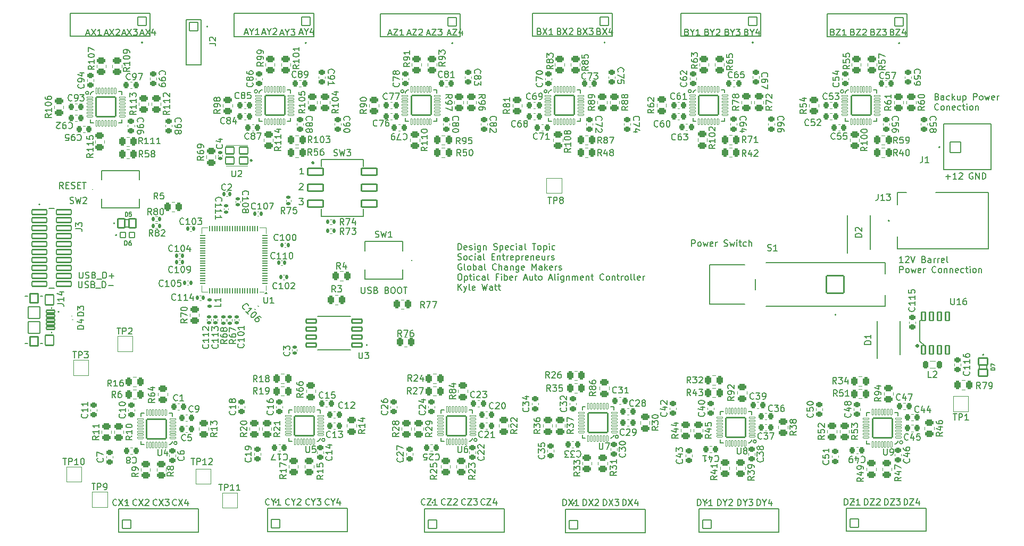
<source format=gbr>
%TF.GenerationSoftware,KiCad,Pcbnew,9.0.0*%
%TF.CreationDate,2025-04-24T16:42:49+01:00*%
%TF.ProjectId,DST,4453542e-6b69-4636-9164-5f7063625858,rev?*%
%TF.SameCoordinates,Original*%
%TF.FileFunction,Legend,Top*%
%TF.FilePolarity,Positive*%
%FSLAX46Y46*%
G04 Gerber Fmt 4.6, Leading zero omitted, Abs format (unit mm)*
G04 Created by KiCad (PCBNEW 9.0.0) date 2025-04-24 16:42:49*
%MOMM*%
%LPD*%
G01*
G04 APERTURE LIST*
G04 Aperture macros list*
%AMRoundRect*
0 Rectangle with rounded corners*
0 $1 Rounding radius*
0 $2 $3 $4 $5 $6 $7 $8 $9 X,Y pos of 4 corners*
0 Add a 4 corners polygon primitive as box body*
4,1,4,$2,$3,$4,$5,$6,$7,$8,$9,$2,$3,0*
0 Add four circle primitives for the rounded corners*
1,1,$1+$1,$2,$3*
1,1,$1+$1,$4,$5*
1,1,$1+$1,$6,$7*
1,1,$1+$1,$8,$9*
0 Add four rect primitives between the rounded corners*
20,1,$1+$1,$2,$3,$4,$5,0*
20,1,$1+$1,$4,$5,$6,$7,0*
20,1,$1+$1,$6,$7,$8,$9,0*
20,1,$1+$1,$8,$9,$2,$3,0*%
G04 Aperture macros list end*
%ADD10C,0.150000*%
%ADD11C,0.127000*%
%ADD12C,0.200000*%
%ADD13C,0.120000*%
%ADD14C,0.300000*%
%ADD15C,0.100000*%
%ADD16C,0.250000*%
%ADD17C,0.330200*%
%ADD18RoundRect,0.050000X-0.450000X-0.127000X0.450000X-0.127000X0.450000X0.127000X-0.450000X0.127000X0*%
%ADD19RoundRect,0.050000X-0.127000X-0.450000X0.127000X-0.450000X0.127000X0.450000X-0.127000X0.450000X0*%
%ADD20RoundRect,0.102000X-1.550000X-1.550000X1.550000X-1.550000X1.550000X1.550000X-1.550000X1.550000X0*%
%ADD21RoundRect,0.050000X0.450000X0.127000X-0.450000X0.127000X-0.450000X-0.127000X0.450000X-0.127000X0*%
%ADD22RoundRect,0.050000X0.127000X0.450000X-0.127000X0.450000X-0.127000X-0.450000X0.127000X-0.450000X0*%
%ADD23RoundRect,0.102000X1.550000X1.550000X-1.550000X1.550000X-1.550000X-1.550000X1.550000X-1.550000X0*%
%ADD24RoundRect,0.102000X-0.699000X0.699000X-0.699000X-0.699000X0.699000X-0.699000X0.699000X0.699000X0*%
%ADD25C,1.602000*%
%ADD26RoundRect,0.225000X-0.250000X0.225000X-0.250000X-0.225000X0.250000X-0.225000X0.250000X0.225000X0*%
%ADD27RoundRect,0.250000X0.450000X-0.262500X0.450000X0.262500X-0.450000X0.262500X-0.450000X-0.262500X0*%
%ADD28RoundRect,0.250000X-0.450000X0.262500X-0.450000X-0.262500X0.450000X-0.262500X0.450000X0.262500X0*%
%ADD29RoundRect,0.250000X0.262500X0.450000X-0.262500X0.450000X-0.262500X-0.450000X0.262500X-0.450000X0*%
%ADD30RoundRect,0.140000X0.140000X0.170000X-0.140000X0.170000X-0.140000X-0.170000X0.140000X-0.170000X0*%
%ADD31RoundRect,0.135000X-0.185000X0.135000X-0.185000X-0.135000X0.185000X-0.135000X0.185000X0.135000X0*%
%ADD32RoundRect,0.225000X0.225000X0.250000X-0.225000X0.250000X-0.225000X-0.250000X0.225000X-0.250000X0*%
%ADD33RoundRect,0.102000X0.699000X0.699000X-0.699000X0.699000X-0.699000X-0.699000X0.699000X-0.699000X0*%
%ADD34C,3.000000*%
%ADD35RoundRect,0.225000X0.250000X-0.225000X0.250000X0.225000X-0.250000X0.225000X-0.250000X-0.225000X0*%
%ADD36RoundRect,0.102000X-0.725000X0.550000X-0.725000X-0.550000X0.725000X-0.550000X0.725000X0.550000X0*%
%ADD37R,2.150000X2.200000*%
%ADD38RoundRect,0.225000X-0.225000X-0.250000X0.225000X-0.250000X0.225000X0.250000X-0.225000X0.250000X0*%
%ADD39RoundRect,0.050000X0.350000X0.050000X-0.350000X0.050000X-0.350000X-0.050000X0.350000X-0.050000X0*%
%ADD40RoundRect,0.050000X0.050000X0.350000X-0.050000X0.350000X-0.050000X-0.350000X0.050000X-0.350000X0*%
%ADD41R,3.400000X3.400000*%
%ADD42RoundRect,0.140000X-0.170000X0.140000X-0.170000X-0.140000X0.170000X-0.140000X0.170000X0.140000X0*%
%ADD43RoundRect,0.140000X0.170000X-0.140000X0.170000X0.140000X-0.170000X0.140000X-0.170000X-0.140000X0*%
%ADD44RoundRect,0.218750X-0.218750X-0.381250X0.218750X-0.381250X0.218750X0.381250X-0.218750X0.381250X0*%
%ADD45RoundRect,0.140000X-0.140000X-0.170000X0.140000X-0.170000X0.140000X0.170000X-0.140000X0.170000X0*%
%ADD46RoundRect,0.102000X-0.699000X-0.699000X0.699000X-0.699000X0.699000X0.699000X-0.699000X0.699000X0*%
%ADD47RoundRect,0.135000X-0.135000X-0.185000X0.135000X-0.185000X0.135000X0.185000X-0.135000X0.185000X0*%
%ADD48RoundRect,0.098000X0.809000X0.294000X-0.809000X0.294000X-0.809000X-0.294000X0.809000X-0.294000X0*%
%ADD49O,2.404000X4.604000*%
%ADD50O,2.204000X4.204000*%
%ADD51O,4.204000X2.204000*%
%ADD52RoundRect,0.135000X0.135000X0.185000X-0.135000X0.185000X-0.135000X-0.185000X0.135000X-0.185000X0*%
%ADD53RoundRect,0.250000X-0.262500X-0.450000X0.262500X-0.450000X0.262500X0.450000X-0.262500X0.450000X0*%
%ADD54RoundRect,0.102000X-1.220000X-0.565000X1.220000X-0.565000X1.220000X0.565000X-1.220000X0.565000X0*%
%ADD55R,2.000000X2.000000*%
%ADD56RoundRect,0.102000X0.700000X0.550000X-0.700000X0.550000X-0.700000X-0.550000X0.700000X-0.550000X0*%
%ADD57R,0.700000X0.400000*%
%ADD58RoundRect,0.102000X-1.387500X-1.387500X1.387500X-1.387500X1.387500X1.387500X-1.387500X1.387500X0*%
%ADD59C,2.979000*%
%ADD60RoundRect,0.140000X0.219203X0.021213X0.021213X0.219203X-0.219203X-0.021213X-0.021213X-0.219203X0*%
%ADD61RoundRect,0.102000X-0.550000X-0.725000X0.550000X-0.725000X0.550000X0.725000X-0.550000X0.725000X0*%
%ADD62RoundRect,0.147500X0.172500X-0.147500X0.172500X0.147500X-0.172500X0.147500X-0.172500X-0.147500X0*%
%ADD63RoundRect,0.102000X-1.200000X0.380000X-1.200000X-0.380000X1.200000X-0.380000X1.200000X0.380000X0*%
%ADD64RoundRect,0.102000X-0.675000X0.200000X-0.675000X-0.200000X0.675000X-0.200000X0.675000X0.200000X0*%
%ADD65RoundRect,0.102000X-0.700000X0.800000X-0.700000X-0.800000X0.700000X-0.800000X0.700000X0.800000X0*%
%ADD66RoundRect,0.102000X-0.650000X0.725000X-0.650000X-0.725000X0.650000X-0.725000X0.650000X0.725000X0*%
%ADD67RoundRect,0.102000X-0.950000X0.950000X-0.950000X-0.950000X0.950000X-0.950000X0.950000X0.950000X0*%
%ADD68RoundRect,0.102000X-0.400000X-0.400000X0.400000X-0.400000X0.400000X0.400000X-0.400000X0.400000X0*%
%ADD69RoundRect,0.102000X-0.825000X-0.825000X0.825000X-0.825000X0.825000X0.825000X-0.825000X0.825000X0*%
%ADD70C,1.854000*%
%ADD71RoundRect,0.102000X-0.300000X-0.700000X0.300000X-0.700000X0.300000X0.700000X-0.300000X0.700000X0*%
%ADD72RoundRect,0.135000X0.185000X-0.135000X0.185000X0.135000X-0.185000X0.135000X-0.185000X-0.135000X0*%
G04 APERTURE END LIST*
D10*
X232370112Y-53046009D02*
X232512969Y-53093628D01*
X232512969Y-53093628D02*
X232560588Y-53141247D01*
X232560588Y-53141247D02*
X232608207Y-53236485D01*
X232608207Y-53236485D02*
X232608207Y-53379342D01*
X232608207Y-53379342D02*
X232560588Y-53474580D01*
X232560588Y-53474580D02*
X232512969Y-53522200D01*
X232512969Y-53522200D02*
X232417731Y-53569819D01*
X232417731Y-53569819D02*
X232036779Y-53569819D01*
X232036779Y-53569819D02*
X232036779Y-52569819D01*
X232036779Y-52569819D02*
X232370112Y-52569819D01*
X232370112Y-52569819D02*
X232465350Y-52617438D01*
X232465350Y-52617438D02*
X232512969Y-52665057D01*
X232512969Y-52665057D02*
X232560588Y-52760295D01*
X232560588Y-52760295D02*
X232560588Y-52855533D01*
X232560588Y-52855533D02*
X232512969Y-52950771D01*
X232512969Y-52950771D02*
X232465350Y-52998390D01*
X232465350Y-52998390D02*
X232370112Y-53046009D01*
X232370112Y-53046009D02*
X232036779Y-53046009D01*
X232941541Y-52569819D02*
X233608207Y-52569819D01*
X233608207Y-52569819D02*
X232941541Y-53569819D01*
X232941541Y-53569819D02*
X233608207Y-53569819D01*
X234417731Y-52903152D02*
X234417731Y-53569819D01*
X234179636Y-52522200D02*
X233941541Y-53236485D01*
X233941541Y-53236485D02*
X234560588Y-53236485D01*
X118408207Y-128374580D02*
X118360588Y-128422200D01*
X118360588Y-128422200D02*
X118217731Y-128469819D01*
X118217731Y-128469819D02*
X118122493Y-128469819D01*
X118122493Y-128469819D02*
X117979636Y-128422200D01*
X117979636Y-128422200D02*
X117884398Y-128326961D01*
X117884398Y-128326961D02*
X117836779Y-128231723D01*
X117836779Y-128231723D02*
X117789160Y-128041247D01*
X117789160Y-128041247D02*
X117789160Y-127898390D01*
X117789160Y-127898390D02*
X117836779Y-127707914D01*
X117836779Y-127707914D02*
X117884398Y-127612676D01*
X117884398Y-127612676D02*
X117979636Y-127517438D01*
X117979636Y-127517438D02*
X118122493Y-127469819D01*
X118122493Y-127469819D02*
X118217731Y-127469819D01*
X118217731Y-127469819D02*
X118360588Y-127517438D01*
X118360588Y-127517438D02*
X118408207Y-127565057D01*
X118741541Y-127469819D02*
X119408207Y-128469819D01*
X119408207Y-127469819D02*
X118741541Y-128469819D01*
X120217731Y-127803152D02*
X120217731Y-128469819D01*
X119979636Y-127422200D02*
X119741541Y-128136485D01*
X119741541Y-128136485D02*
X120360588Y-128136485D01*
X179370112Y-52946009D02*
X179512969Y-52993628D01*
X179512969Y-52993628D02*
X179560588Y-53041247D01*
X179560588Y-53041247D02*
X179608207Y-53136485D01*
X179608207Y-53136485D02*
X179608207Y-53279342D01*
X179608207Y-53279342D02*
X179560588Y-53374580D01*
X179560588Y-53374580D02*
X179512969Y-53422200D01*
X179512969Y-53422200D02*
X179417731Y-53469819D01*
X179417731Y-53469819D02*
X179036779Y-53469819D01*
X179036779Y-53469819D02*
X179036779Y-52469819D01*
X179036779Y-52469819D02*
X179370112Y-52469819D01*
X179370112Y-52469819D02*
X179465350Y-52517438D01*
X179465350Y-52517438D02*
X179512969Y-52565057D01*
X179512969Y-52565057D02*
X179560588Y-52660295D01*
X179560588Y-52660295D02*
X179560588Y-52755533D01*
X179560588Y-52755533D02*
X179512969Y-52850771D01*
X179512969Y-52850771D02*
X179465350Y-52898390D01*
X179465350Y-52898390D02*
X179370112Y-52946009D01*
X179370112Y-52946009D02*
X179036779Y-52946009D01*
X179941541Y-52469819D02*
X180608207Y-53469819D01*
X180608207Y-52469819D02*
X179941541Y-53469819D01*
X180941541Y-52565057D02*
X180989160Y-52517438D01*
X180989160Y-52517438D02*
X181084398Y-52469819D01*
X181084398Y-52469819D02*
X181322493Y-52469819D01*
X181322493Y-52469819D02*
X181417731Y-52517438D01*
X181417731Y-52517438D02*
X181465350Y-52565057D01*
X181465350Y-52565057D02*
X181512969Y-52660295D01*
X181512969Y-52660295D02*
X181512969Y-52755533D01*
X181512969Y-52755533D02*
X181465350Y-52898390D01*
X181465350Y-52898390D02*
X180893922Y-53469819D01*
X180893922Y-53469819D02*
X181512969Y-53469819D01*
X200436779Y-87169819D02*
X200436779Y-86169819D01*
X200436779Y-86169819D02*
X200817731Y-86169819D01*
X200817731Y-86169819D02*
X200912969Y-86217438D01*
X200912969Y-86217438D02*
X200960588Y-86265057D01*
X200960588Y-86265057D02*
X201008207Y-86360295D01*
X201008207Y-86360295D02*
X201008207Y-86503152D01*
X201008207Y-86503152D02*
X200960588Y-86598390D01*
X200960588Y-86598390D02*
X200912969Y-86646009D01*
X200912969Y-86646009D02*
X200817731Y-86693628D01*
X200817731Y-86693628D02*
X200436779Y-86693628D01*
X201579636Y-87169819D02*
X201484398Y-87122200D01*
X201484398Y-87122200D02*
X201436779Y-87074580D01*
X201436779Y-87074580D02*
X201389160Y-86979342D01*
X201389160Y-86979342D02*
X201389160Y-86693628D01*
X201389160Y-86693628D02*
X201436779Y-86598390D01*
X201436779Y-86598390D02*
X201484398Y-86550771D01*
X201484398Y-86550771D02*
X201579636Y-86503152D01*
X201579636Y-86503152D02*
X201722493Y-86503152D01*
X201722493Y-86503152D02*
X201817731Y-86550771D01*
X201817731Y-86550771D02*
X201865350Y-86598390D01*
X201865350Y-86598390D02*
X201912969Y-86693628D01*
X201912969Y-86693628D02*
X201912969Y-86979342D01*
X201912969Y-86979342D02*
X201865350Y-87074580D01*
X201865350Y-87074580D02*
X201817731Y-87122200D01*
X201817731Y-87122200D02*
X201722493Y-87169819D01*
X201722493Y-87169819D02*
X201579636Y-87169819D01*
X202246303Y-86503152D02*
X202436779Y-87169819D01*
X202436779Y-87169819D02*
X202627255Y-86693628D01*
X202627255Y-86693628D02*
X202817731Y-87169819D01*
X202817731Y-87169819D02*
X203008207Y-86503152D01*
X203770112Y-87122200D02*
X203674874Y-87169819D01*
X203674874Y-87169819D02*
X203484398Y-87169819D01*
X203484398Y-87169819D02*
X203389160Y-87122200D01*
X203389160Y-87122200D02*
X203341541Y-87026961D01*
X203341541Y-87026961D02*
X203341541Y-86646009D01*
X203341541Y-86646009D02*
X203389160Y-86550771D01*
X203389160Y-86550771D02*
X203484398Y-86503152D01*
X203484398Y-86503152D02*
X203674874Y-86503152D01*
X203674874Y-86503152D02*
X203770112Y-86550771D01*
X203770112Y-86550771D02*
X203817731Y-86646009D01*
X203817731Y-86646009D02*
X203817731Y-86741247D01*
X203817731Y-86741247D02*
X203341541Y-86836485D01*
X204246303Y-87169819D02*
X204246303Y-86503152D01*
X204246303Y-86693628D02*
X204293922Y-86598390D01*
X204293922Y-86598390D02*
X204341541Y-86550771D01*
X204341541Y-86550771D02*
X204436779Y-86503152D01*
X204436779Y-86503152D02*
X204532017Y-86503152D01*
X205579637Y-87122200D02*
X205722494Y-87169819D01*
X205722494Y-87169819D02*
X205960589Y-87169819D01*
X205960589Y-87169819D02*
X206055827Y-87122200D01*
X206055827Y-87122200D02*
X206103446Y-87074580D01*
X206103446Y-87074580D02*
X206151065Y-86979342D01*
X206151065Y-86979342D02*
X206151065Y-86884104D01*
X206151065Y-86884104D02*
X206103446Y-86788866D01*
X206103446Y-86788866D02*
X206055827Y-86741247D01*
X206055827Y-86741247D02*
X205960589Y-86693628D01*
X205960589Y-86693628D02*
X205770113Y-86646009D01*
X205770113Y-86646009D02*
X205674875Y-86598390D01*
X205674875Y-86598390D02*
X205627256Y-86550771D01*
X205627256Y-86550771D02*
X205579637Y-86455533D01*
X205579637Y-86455533D02*
X205579637Y-86360295D01*
X205579637Y-86360295D02*
X205627256Y-86265057D01*
X205627256Y-86265057D02*
X205674875Y-86217438D01*
X205674875Y-86217438D02*
X205770113Y-86169819D01*
X205770113Y-86169819D02*
X206008208Y-86169819D01*
X206008208Y-86169819D02*
X206151065Y-86217438D01*
X206484399Y-86503152D02*
X206674875Y-87169819D01*
X206674875Y-87169819D02*
X206865351Y-86693628D01*
X206865351Y-86693628D02*
X207055827Y-87169819D01*
X207055827Y-87169819D02*
X207246303Y-86503152D01*
X207627256Y-87169819D02*
X207627256Y-86503152D01*
X207627256Y-86169819D02*
X207579637Y-86217438D01*
X207579637Y-86217438D02*
X207627256Y-86265057D01*
X207627256Y-86265057D02*
X207674875Y-86217438D01*
X207674875Y-86217438D02*
X207627256Y-86169819D01*
X207627256Y-86169819D02*
X207627256Y-86265057D01*
X207960589Y-86503152D02*
X208341541Y-86503152D01*
X208103446Y-86169819D02*
X208103446Y-87026961D01*
X208103446Y-87026961D02*
X208151065Y-87122200D01*
X208151065Y-87122200D02*
X208246303Y-87169819D01*
X208246303Y-87169819D02*
X208341541Y-87169819D01*
X209103446Y-87122200D02*
X209008208Y-87169819D01*
X209008208Y-87169819D02*
X208817732Y-87169819D01*
X208817732Y-87169819D02*
X208722494Y-87122200D01*
X208722494Y-87122200D02*
X208674875Y-87074580D01*
X208674875Y-87074580D02*
X208627256Y-86979342D01*
X208627256Y-86979342D02*
X208627256Y-86693628D01*
X208627256Y-86693628D02*
X208674875Y-86598390D01*
X208674875Y-86598390D02*
X208722494Y-86550771D01*
X208722494Y-86550771D02*
X208817732Y-86503152D01*
X208817732Y-86503152D02*
X209008208Y-86503152D01*
X209008208Y-86503152D02*
X209103446Y-86550771D01*
X209532018Y-87169819D02*
X209532018Y-86169819D01*
X209960589Y-87169819D02*
X209960589Y-86646009D01*
X209960589Y-86646009D02*
X209912970Y-86550771D01*
X209912970Y-86550771D02*
X209817732Y-86503152D01*
X209817732Y-86503152D02*
X209674875Y-86503152D01*
X209674875Y-86503152D02*
X209579637Y-86550771D01*
X209579637Y-86550771D02*
X209532018Y-86598390D01*
X104089160Y-53284104D02*
X104565350Y-53284104D01*
X103993922Y-53569819D02*
X104327255Y-52569819D01*
X104327255Y-52569819D02*
X104660588Y-53569819D01*
X104898684Y-52569819D02*
X105565350Y-53569819D01*
X105565350Y-52569819D02*
X104898684Y-53569819D01*
X106470112Y-53569819D02*
X105898684Y-53569819D01*
X106184398Y-53569819D02*
X106184398Y-52569819D01*
X106184398Y-52569819D02*
X106089160Y-52712676D01*
X106089160Y-52712676D02*
X105993922Y-52807914D01*
X105993922Y-52807914D02*
X105898684Y-52855533D01*
X161208207Y-128274580D02*
X161160588Y-128322200D01*
X161160588Y-128322200D02*
X161017731Y-128369819D01*
X161017731Y-128369819D02*
X160922493Y-128369819D01*
X160922493Y-128369819D02*
X160779636Y-128322200D01*
X160779636Y-128322200D02*
X160684398Y-128226961D01*
X160684398Y-128226961D02*
X160636779Y-128131723D01*
X160636779Y-128131723D02*
X160589160Y-127941247D01*
X160589160Y-127941247D02*
X160589160Y-127798390D01*
X160589160Y-127798390D02*
X160636779Y-127607914D01*
X160636779Y-127607914D02*
X160684398Y-127512676D01*
X160684398Y-127512676D02*
X160779636Y-127417438D01*
X160779636Y-127417438D02*
X160922493Y-127369819D01*
X160922493Y-127369819D02*
X161017731Y-127369819D01*
X161017731Y-127369819D02*
X161160588Y-127417438D01*
X161160588Y-127417438D02*
X161208207Y-127465057D01*
X161541541Y-127369819D02*
X162208207Y-127369819D01*
X162208207Y-127369819D02*
X161541541Y-128369819D01*
X161541541Y-128369819D02*
X162208207Y-128369819D01*
X162541541Y-127465057D02*
X162589160Y-127417438D01*
X162589160Y-127417438D02*
X162684398Y-127369819D01*
X162684398Y-127369819D02*
X162922493Y-127369819D01*
X162922493Y-127369819D02*
X163017731Y-127417438D01*
X163017731Y-127417438D02*
X163065350Y-127465057D01*
X163065350Y-127465057D02*
X163112969Y-127560295D01*
X163112969Y-127560295D02*
X163112969Y-127655533D01*
X163112969Y-127655533D02*
X163065350Y-127798390D01*
X163065350Y-127798390D02*
X162493922Y-128369819D01*
X162493922Y-128369819D02*
X163112969Y-128369819D01*
X240826779Y-76088866D02*
X241588684Y-76088866D01*
X241207731Y-76469819D02*
X241207731Y-75707914D01*
X242588683Y-76469819D02*
X242017255Y-76469819D01*
X242302969Y-76469819D02*
X242302969Y-75469819D01*
X242302969Y-75469819D02*
X242207731Y-75612676D01*
X242207731Y-75612676D02*
X242112493Y-75707914D01*
X242112493Y-75707914D02*
X242017255Y-75755533D01*
X242969636Y-75565057D02*
X243017255Y-75517438D01*
X243017255Y-75517438D02*
X243112493Y-75469819D01*
X243112493Y-75469819D02*
X243350588Y-75469819D01*
X243350588Y-75469819D02*
X243445826Y-75517438D01*
X243445826Y-75517438D02*
X243493445Y-75565057D01*
X243493445Y-75565057D02*
X243541064Y-75660295D01*
X243541064Y-75660295D02*
X243541064Y-75755533D01*
X243541064Y-75755533D02*
X243493445Y-75898390D01*
X243493445Y-75898390D02*
X242922017Y-76469819D01*
X242922017Y-76469819D02*
X243541064Y-76469819D01*
X108908207Y-128374580D02*
X108860588Y-128422200D01*
X108860588Y-128422200D02*
X108717731Y-128469819D01*
X108717731Y-128469819D02*
X108622493Y-128469819D01*
X108622493Y-128469819D02*
X108479636Y-128422200D01*
X108479636Y-128422200D02*
X108384398Y-128326961D01*
X108384398Y-128326961D02*
X108336779Y-128231723D01*
X108336779Y-128231723D02*
X108289160Y-128041247D01*
X108289160Y-128041247D02*
X108289160Y-127898390D01*
X108289160Y-127898390D02*
X108336779Y-127707914D01*
X108336779Y-127707914D02*
X108384398Y-127612676D01*
X108384398Y-127612676D02*
X108479636Y-127517438D01*
X108479636Y-127517438D02*
X108622493Y-127469819D01*
X108622493Y-127469819D02*
X108717731Y-127469819D01*
X108717731Y-127469819D02*
X108860588Y-127517438D01*
X108860588Y-127517438D02*
X108908207Y-127565057D01*
X109241541Y-127469819D02*
X109908207Y-128469819D01*
X109908207Y-127469819D02*
X109241541Y-128469819D01*
X110812969Y-128469819D02*
X110241541Y-128469819D01*
X110527255Y-128469819D02*
X110527255Y-127469819D01*
X110527255Y-127469819D02*
X110432017Y-127612676D01*
X110432017Y-127612676D02*
X110336779Y-127707914D01*
X110336779Y-127707914D02*
X110241541Y-127755533D01*
X137941541Y-79569819D02*
X138560588Y-79569819D01*
X138560588Y-79569819D02*
X138227255Y-79950771D01*
X138227255Y-79950771D02*
X138370112Y-79950771D01*
X138370112Y-79950771D02*
X138465350Y-79998390D01*
X138465350Y-79998390D02*
X138512969Y-80046009D01*
X138512969Y-80046009D02*
X138560588Y-80141247D01*
X138560588Y-80141247D02*
X138560588Y-80379342D01*
X138560588Y-80379342D02*
X138512969Y-80474580D01*
X138512969Y-80474580D02*
X138465350Y-80522200D01*
X138465350Y-80522200D02*
X138370112Y-80569819D01*
X138370112Y-80569819D02*
X138084398Y-80569819D01*
X138084398Y-80569819D02*
X137989160Y-80522200D01*
X137989160Y-80522200D02*
X137941541Y-80474580D01*
X138660588Y-75669819D02*
X138089160Y-75669819D01*
X138374874Y-75669819D02*
X138374874Y-74669819D01*
X138374874Y-74669819D02*
X138279636Y-74812676D01*
X138279636Y-74812676D02*
X138184398Y-74907914D01*
X138184398Y-74907914D02*
X138089160Y-74955533D01*
X222870112Y-53046009D02*
X223012969Y-53093628D01*
X223012969Y-53093628D02*
X223060588Y-53141247D01*
X223060588Y-53141247D02*
X223108207Y-53236485D01*
X223108207Y-53236485D02*
X223108207Y-53379342D01*
X223108207Y-53379342D02*
X223060588Y-53474580D01*
X223060588Y-53474580D02*
X223012969Y-53522200D01*
X223012969Y-53522200D02*
X222917731Y-53569819D01*
X222917731Y-53569819D02*
X222536779Y-53569819D01*
X222536779Y-53569819D02*
X222536779Y-52569819D01*
X222536779Y-52569819D02*
X222870112Y-52569819D01*
X222870112Y-52569819D02*
X222965350Y-52617438D01*
X222965350Y-52617438D02*
X223012969Y-52665057D01*
X223012969Y-52665057D02*
X223060588Y-52760295D01*
X223060588Y-52760295D02*
X223060588Y-52855533D01*
X223060588Y-52855533D02*
X223012969Y-52950771D01*
X223012969Y-52950771D02*
X222965350Y-52998390D01*
X222965350Y-52998390D02*
X222870112Y-53046009D01*
X222870112Y-53046009D02*
X222536779Y-53046009D01*
X223441541Y-52569819D02*
X224108207Y-52569819D01*
X224108207Y-52569819D02*
X223441541Y-53569819D01*
X223441541Y-53569819D02*
X224108207Y-53569819D01*
X225012969Y-53569819D02*
X224441541Y-53569819D01*
X224727255Y-53569819D02*
X224727255Y-52569819D01*
X224727255Y-52569819D02*
X224632017Y-52712676D01*
X224632017Y-52712676D02*
X224536779Y-52807914D01*
X224536779Y-52807914D02*
X224441541Y-52855533D01*
X100408207Y-77969819D02*
X100074874Y-77493628D01*
X99836779Y-77969819D02*
X99836779Y-76969819D01*
X99836779Y-76969819D02*
X100217731Y-76969819D01*
X100217731Y-76969819D02*
X100312969Y-77017438D01*
X100312969Y-77017438D02*
X100360588Y-77065057D01*
X100360588Y-77065057D02*
X100408207Y-77160295D01*
X100408207Y-77160295D02*
X100408207Y-77303152D01*
X100408207Y-77303152D02*
X100360588Y-77398390D01*
X100360588Y-77398390D02*
X100312969Y-77446009D01*
X100312969Y-77446009D02*
X100217731Y-77493628D01*
X100217731Y-77493628D02*
X99836779Y-77493628D01*
X100836779Y-77446009D02*
X101170112Y-77446009D01*
X101312969Y-77969819D02*
X100836779Y-77969819D01*
X100836779Y-77969819D02*
X100836779Y-76969819D01*
X100836779Y-76969819D02*
X101312969Y-76969819D01*
X101693922Y-77922200D02*
X101836779Y-77969819D01*
X101836779Y-77969819D02*
X102074874Y-77969819D01*
X102074874Y-77969819D02*
X102170112Y-77922200D01*
X102170112Y-77922200D02*
X102217731Y-77874580D01*
X102217731Y-77874580D02*
X102265350Y-77779342D01*
X102265350Y-77779342D02*
X102265350Y-77684104D01*
X102265350Y-77684104D02*
X102217731Y-77588866D01*
X102217731Y-77588866D02*
X102170112Y-77541247D01*
X102170112Y-77541247D02*
X102074874Y-77493628D01*
X102074874Y-77493628D02*
X101884398Y-77446009D01*
X101884398Y-77446009D02*
X101789160Y-77398390D01*
X101789160Y-77398390D02*
X101741541Y-77350771D01*
X101741541Y-77350771D02*
X101693922Y-77255533D01*
X101693922Y-77255533D02*
X101693922Y-77160295D01*
X101693922Y-77160295D02*
X101741541Y-77065057D01*
X101741541Y-77065057D02*
X101789160Y-77017438D01*
X101789160Y-77017438D02*
X101884398Y-76969819D01*
X101884398Y-76969819D02*
X102122493Y-76969819D01*
X102122493Y-76969819D02*
X102265350Y-77017438D01*
X102693922Y-77446009D02*
X103027255Y-77446009D01*
X103170112Y-77969819D02*
X102693922Y-77969819D01*
X102693922Y-77969819D02*
X102693922Y-76969819D01*
X102693922Y-76969819D02*
X103170112Y-76969819D01*
X103455827Y-76969819D02*
X104027255Y-76969819D01*
X103741541Y-77969819D02*
X103741541Y-76969819D01*
X179936779Y-128469819D02*
X179936779Y-127469819D01*
X179936779Y-127469819D02*
X180174874Y-127469819D01*
X180174874Y-127469819D02*
X180317731Y-127517438D01*
X180317731Y-127517438D02*
X180412969Y-127612676D01*
X180412969Y-127612676D02*
X180460588Y-127707914D01*
X180460588Y-127707914D02*
X180508207Y-127898390D01*
X180508207Y-127898390D02*
X180508207Y-128041247D01*
X180508207Y-128041247D02*
X180460588Y-128231723D01*
X180460588Y-128231723D02*
X180412969Y-128326961D01*
X180412969Y-128326961D02*
X180317731Y-128422200D01*
X180317731Y-128422200D02*
X180174874Y-128469819D01*
X180174874Y-128469819D02*
X179936779Y-128469819D01*
X180841541Y-127469819D02*
X181508207Y-128469819D01*
X181508207Y-127469819D02*
X180841541Y-128469819D01*
X182412969Y-128469819D02*
X181841541Y-128469819D01*
X182127255Y-128469819D02*
X182127255Y-127469819D01*
X182127255Y-127469819D02*
X182032017Y-127612676D01*
X182032017Y-127612676D02*
X181936779Y-127707914D01*
X181936779Y-127707914D02*
X181841541Y-127755533D01*
X202870112Y-53046009D02*
X203012969Y-53093628D01*
X203012969Y-53093628D02*
X203060588Y-53141247D01*
X203060588Y-53141247D02*
X203108207Y-53236485D01*
X203108207Y-53236485D02*
X203108207Y-53379342D01*
X203108207Y-53379342D02*
X203060588Y-53474580D01*
X203060588Y-53474580D02*
X203012969Y-53522200D01*
X203012969Y-53522200D02*
X202917731Y-53569819D01*
X202917731Y-53569819D02*
X202536779Y-53569819D01*
X202536779Y-53569819D02*
X202536779Y-52569819D01*
X202536779Y-52569819D02*
X202870112Y-52569819D01*
X202870112Y-52569819D02*
X202965350Y-52617438D01*
X202965350Y-52617438D02*
X203012969Y-52665057D01*
X203012969Y-52665057D02*
X203060588Y-52760295D01*
X203060588Y-52760295D02*
X203060588Y-52855533D01*
X203060588Y-52855533D02*
X203012969Y-52950771D01*
X203012969Y-52950771D02*
X202965350Y-52998390D01*
X202965350Y-52998390D02*
X202870112Y-53046009D01*
X202870112Y-53046009D02*
X202536779Y-53046009D01*
X203727255Y-53093628D02*
X203727255Y-53569819D01*
X203393922Y-52569819D02*
X203727255Y-53093628D01*
X203727255Y-53093628D02*
X204060588Y-52569819D01*
X204346303Y-52665057D02*
X204393922Y-52617438D01*
X204393922Y-52617438D02*
X204489160Y-52569819D01*
X204489160Y-52569819D02*
X204727255Y-52569819D01*
X204727255Y-52569819D02*
X204822493Y-52617438D01*
X204822493Y-52617438D02*
X204870112Y-52665057D01*
X204870112Y-52665057D02*
X204917731Y-52760295D01*
X204917731Y-52760295D02*
X204917731Y-52855533D01*
X204917731Y-52855533D02*
X204870112Y-52998390D01*
X204870112Y-52998390D02*
X204298684Y-53569819D01*
X204298684Y-53569819D02*
X204917731Y-53569819D01*
X115308207Y-128374580D02*
X115260588Y-128422200D01*
X115260588Y-128422200D02*
X115117731Y-128469819D01*
X115117731Y-128469819D02*
X115022493Y-128469819D01*
X115022493Y-128469819D02*
X114879636Y-128422200D01*
X114879636Y-128422200D02*
X114784398Y-128326961D01*
X114784398Y-128326961D02*
X114736779Y-128231723D01*
X114736779Y-128231723D02*
X114689160Y-128041247D01*
X114689160Y-128041247D02*
X114689160Y-127898390D01*
X114689160Y-127898390D02*
X114736779Y-127707914D01*
X114736779Y-127707914D02*
X114784398Y-127612676D01*
X114784398Y-127612676D02*
X114879636Y-127517438D01*
X114879636Y-127517438D02*
X115022493Y-127469819D01*
X115022493Y-127469819D02*
X115117731Y-127469819D01*
X115117731Y-127469819D02*
X115260588Y-127517438D01*
X115260588Y-127517438D02*
X115308207Y-127565057D01*
X115641541Y-127469819D02*
X116308207Y-128469819D01*
X116308207Y-127469819D02*
X115641541Y-128469819D01*
X116593922Y-127469819D02*
X117212969Y-127469819D01*
X117212969Y-127469819D02*
X116879636Y-127850771D01*
X116879636Y-127850771D02*
X117022493Y-127850771D01*
X117022493Y-127850771D02*
X117117731Y-127898390D01*
X117117731Y-127898390D02*
X117165350Y-127946009D01*
X117165350Y-127946009D02*
X117212969Y-128041247D01*
X117212969Y-128041247D02*
X117212969Y-128279342D01*
X117212969Y-128279342D02*
X117165350Y-128374580D01*
X117165350Y-128374580D02*
X117117731Y-128422200D01*
X117117731Y-128422200D02*
X117022493Y-128469819D01*
X117022493Y-128469819D02*
X116736779Y-128469819D01*
X116736779Y-128469819D02*
X116641541Y-128422200D01*
X116641541Y-128422200D02*
X116593922Y-128374580D01*
X158008207Y-128274580D02*
X157960588Y-128322200D01*
X157960588Y-128322200D02*
X157817731Y-128369819D01*
X157817731Y-128369819D02*
X157722493Y-128369819D01*
X157722493Y-128369819D02*
X157579636Y-128322200D01*
X157579636Y-128322200D02*
X157484398Y-128226961D01*
X157484398Y-128226961D02*
X157436779Y-128131723D01*
X157436779Y-128131723D02*
X157389160Y-127941247D01*
X157389160Y-127941247D02*
X157389160Y-127798390D01*
X157389160Y-127798390D02*
X157436779Y-127607914D01*
X157436779Y-127607914D02*
X157484398Y-127512676D01*
X157484398Y-127512676D02*
X157579636Y-127417438D01*
X157579636Y-127417438D02*
X157722493Y-127369819D01*
X157722493Y-127369819D02*
X157817731Y-127369819D01*
X157817731Y-127369819D02*
X157960588Y-127417438D01*
X157960588Y-127417438D02*
X158008207Y-127465057D01*
X158341541Y-127369819D02*
X159008207Y-127369819D01*
X159008207Y-127369819D02*
X158341541Y-128369819D01*
X158341541Y-128369819D02*
X159008207Y-128369819D01*
X159912969Y-128369819D02*
X159341541Y-128369819D01*
X159627255Y-128369819D02*
X159627255Y-127369819D01*
X159627255Y-127369819D02*
X159532017Y-127512676D01*
X159532017Y-127512676D02*
X159436779Y-127607914D01*
X159436779Y-127607914D02*
X159341541Y-127655533D01*
X112108207Y-128374580D02*
X112060588Y-128422200D01*
X112060588Y-128422200D02*
X111917731Y-128469819D01*
X111917731Y-128469819D02*
X111822493Y-128469819D01*
X111822493Y-128469819D02*
X111679636Y-128422200D01*
X111679636Y-128422200D02*
X111584398Y-128326961D01*
X111584398Y-128326961D02*
X111536779Y-128231723D01*
X111536779Y-128231723D02*
X111489160Y-128041247D01*
X111489160Y-128041247D02*
X111489160Y-127898390D01*
X111489160Y-127898390D02*
X111536779Y-127707914D01*
X111536779Y-127707914D02*
X111584398Y-127612676D01*
X111584398Y-127612676D02*
X111679636Y-127517438D01*
X111679636Y-127517438D02*
X111822493Y-127469819D01*
X111822493Y-127469819D02*
X111917731Y-127469819D01*
X111917731Y-127469819D02*
X112060588Y-127517438D01*
X112060588Y-127517438D02*
X112108207Y-127565057D01*
X112441541Y-127469819D02*
X113108207Y-128469819D01*
X113108207Y-127469819D02*
X112441541Y-128469819D01*
X113441541Y-127565057D02*
X113489160Y-127517438D01*
X113489160Y-127517438D02*
X113584398Y-127469819D01*
X113584398Y-127469819D02*
X113822493Y-127469819D01*
X113822493Y-127469819D02*
X113917731Y-127517438D01*
X113917731Y-127517438D02*
X113965350Y-127565057D01*
X113965350Y-127565057D02*
X114012969Y-127660295D01*
X114012969Y-127660295D02*
X114012969Y-127755533D01*
X114012969Y-127755533D02*
X113965350Y-127898390D01*
X113965350Y-127898390D02*
X113393922Y-128469819D01*
X113393922Y-128469819D02*
X114012969Y-128469819D01*
X183136779Y-128469819D02*
X183136779Y-127469819D01*
X183136779Y-127469819D02*
X183374874Y-127469819D01*
X183374874Y-127469819D02*
X183517731Y-127517438D01*
X183517731Y-127517438D02*
X183612969Y-127612676D01*
X183612969Y-127612676D02*
X183660588Y-127707914D01*
X183660588Y-127707914D02*
X183708207Y-127898390D01*
X183708207Y-127898390D02*
X183708207Y-128041247D01*
X183708207Y-128041247D02*
X183660588Y-128231723D01*
X183660588Y-128231723D02*
X183612969Y-128326961D01*
X183612969Y-128326961D02*
X183517731Y-128422200D01*
X183517731Y-128422200D02*
X183374874Y-128469819D01*
X183374874Y-128469819D02*
X183136779Y-128469819D01*
X184041541Y-127469819D02*
X184708207Y-128469819D01*
X184708207Y-127469819D02*
X184041541Y-128469819D01*
X185041541Y-127565057D02*
X185089160Y-127517438D01*
X185089160Y-127517438D02*
X185184398Y-127469819D01*
X185184398Y-127469819D02*
X185422493Y-127469819D01*
X185422493Y-127469819D02*
X185517731Y-127517438D01*
X185517731Y-127517438D02*
X185565350Y-127565057D01*
X185565350Y-127565057D02*
X185612969Y-127660295D01*
X185612969Y-127660295D02*
X185612969Y-127755533D01*
X185612969Y-127755533D02*
X185565350Y-127898390D01*
X185565350Y-127898390D02*
X184993922Y-128469819D01*
X184993922Y-128469819D02*
X185612969Y-128469819D01*
X134989160Y-53284104D02*
X135465350Y-53284104D01*
X134893922Y-53569819D02*
X135227255Y-52569819D01*
X135227255Y-52569819D02*
X135560588Y-53569819D01*
X136084398Y-53093628D02*
X136084398Y-53569819D01*
X135751065Y-52569819D02*
X136084398Y-53093628D01*
X136084398Y-53093628D02*
X136417731Y-52569819D01*
X136655827Y-52569819D02*
X137274874Y-52569819D01*
X137274874Y-52569819D02*
X136941541Y-52950771D01*
X136941541Y-52950771D02*
X137084398Y-52950771D01*
X137084398Y-52950771D02*
X137179636Y-52998390D01*
X137179636Y-52998390D02*
X137227255Y-53046009D01*
X137227255Y-53046009D02*
X137274874Y-53141247D01*
X137274874Y-53141247D02*
X137274874Y-53379342D01*
X137274874Y-53379342D02*
X137227255Y-53474580D01*
X137227255Y-53474580D02*
X137179636Y-53522200D01*
X137179636Y-53522200D02*
X137084398Y-53569819D01*
X137084398Y-53569819D02*
X136798684Y-53569819D01*
X136798684Y-53569819D02*
X136703446Y-53522200D01*
X136703446Y-53522200D02*
X136655827Y-53474580D01*
X234236779Y-128369819D02*
X234236779Y-127369819D01*
X234236779Y-127369819D02*
X234474874Y-127369819D01*
X234474874Y-127369819D02*
X234617731Y-127417438D01*
X234617731Y-127417438D02*
X234712969Y-127512676D01*
X234712969Y-127512676D02*
X234760588Y-127607914D01*
X234760588Y-127607914D02*
X234808207Y-127798390D01*
X234808207Y-127798390D02*
X234808207Y-127941247D01*
X234808207Y-127941247D02*
X234760588Y-128131723D01*
X234760588Y-128131723D02*
X234712969Y-128226961D01*
X234712969Y-128226961D02*
X234617731Y-128322200D01*
X234617731Y-128322200D02*
X234474874Y-128369819D01*
X234474874Y-128369819D02*
X234236779Y-128369819D01*
X235141541Y-127369819D02*
X235808207Y-127369819D01*
X235808207Y-127369819D02*
X235141541Y-128369819D01*
X235141541Y-128369819D02*
X235808207Y-128369819D01*
X236617731Y-127703152D02*
X236617731Y-128369819D01*
X236379636Y-127322200D02*
X236141541Y-128036485D01*
X236141541Y-128036485D02*
X236760588Y-128036485D01*
X106989160Y-53284104D02*
X107465350Y-53284104D01*
X106893922Y-53569819D02*
X107227255Y-52569819D01*
X107227255Y-52569819D02*
X107560588Y-53569819D01*
X107798684Y-52569819D02*
X108465350Y-53569819D01*
X108465350Y-52569819D02*
X107798684Y-53569819D01*
X108798684Y-52665057D02*
X108846303Y-52617438D01*
X108846303Y-52617438D02*
X108941541Y-52569819D01*
X108941541Y-52569819D02*
X109179636Y-52569819D01*
X109179636Y-52569819D02*
X109274874Y-52617438D01*
X109274874Y-52617438D02*
X109322493Y-52665057D01*
X109322493Y-52665057D02*
X109370112Y-52760295D01*
X109370112Y-52760295D02*
X109370112Y-52855533D01*
X109370112Y-52855533D02*
X109322493Y-52998390D01*
X109322493Y-52998390D02*
X108751065Y-53569819D01*
X108751065Y-53569819D02*
X109370112Y-53569819D01*
X139608207Y-128274580D02*
X139560588Y-128322200D01*
X139560588Y-128322200D02*
X139417731Y-128369819D01*
X139417731Y-128369819D02*
X139322493Y-128369819D01*
X139322493Y-128369819D02*
X139179636Y-128322200D01*
X139179636Y-128322200D02*
X139084398Y-128226961D01*
X139084398Y-128226961D02*
X139036779Y-128131723D01*
X139036779Y-128131723D02*
X138989160Y-127941247D01*
X138989160Y-127941247D02*
X138989160Y-127798390D01*
X138989160Y-127798390D02*
X139036779Y-127607914D01*
X139036779Y-127607914D02*
X139084398Y-127512676D01*
X139084398Y-127512676D02*
X139179636Y-127417438D01*
X139179636Y-127417438D02*
X139322493Y-127369819D01*
X139322493Y-127369819D02*
X139417731Y-127369819D01*
X139417731Y-127369819D02*
X139560588Y-127417438D01*
X139560588Y-127417438D02*
X139608207Y-127465057D01*
X140227255Y-127893628D02*
X140227255Y-128369819D01*
X139893922Y-127369819D02*
X140227255Y-127893628D01*
X140227255Y-127893628D02*
X140560588Y-127369819D01*
X140798684Y-127369819D02*
X141417731Y-127369819D01*
X141417731Y-127369819D02*
X141084398Y-127750771D01*
X141084398Y-127750771D02*
X141227255Y-127750771D01*
X141227255Y-127750771D02*
X141322493Y-127798390D01*
X141322493Y-127798390D02*
X141370112Y-127846009D01*
X141370112Y-127846009D02*
X141417731Y-127941247D01*
X141417731Y-127941247D02*
X141417731Y-128179342D01*
X141417731Y-128179342D02*
X141370112Y-128274580D01*
X141370112Y-128274580D02*
X141322493Y-128322200D01*
X141322493Y-128322200D02*
X141227255Y-128369819D01*
X141227255Y-128369819D02*
X140941541Y-128369819D01*
X140941541Y-128369819D02*
X140846303Y-128322200D01*
X140846303Y-128322200D02*
X140798684Y-128274580D01*
X204536779Y-128469819D02*
X204536779Y-127469819D01*
X204536779Y-127469819D02*
X204774874Y-127469819D01*
X204774874Y-127469819D02*
X204917731Y-127517438D01*
X204917731Y-127517438D02*
X205012969Y-127612676D01*
X205012969Y-127612676D02*
X205060588Y-127707914D01*
X205060588Y-127707914D02*
X205108207Y-127898390D01*
X205108207Y-127898390D02*
X205108207Y-128041247D01*
X205108207Y-128041247D02*
X205060588Y-128231723D01*
X205060588Y-128231723D02*
X205012969Y-128326961D01*
X205012969Y-128326961D02*
X204917731Y-128422200D01*
X204917731Y-128422200D02*
X204774874Y-128469819D01*
X204774874Y-128469819D02*
X204536779Y-128469819D01*
X205727255Y-127993628D02*
X205727255Y-128469819D01*
X205393922Y-127469819D02*
X205727255Y-127993628D01*
X205727255Y-127993628D02*
X206060588Y-127469819D01*
X206346303Y-127565057D02*
X206393922Y-127517438D01*
X206393922Y-127517438D02*
X206489160Y-127469819D01*
X206489160Y-127469819D02*
X206727255Y-127469819D01*
X206727255Y-127469819D02*
X206822493Y-127517438D01*
X206822493Y-127517438D02*
X206870112Y-127565057D01*
X206870112Y-127565057D02*
X206917731Y-127660295D01*
X206917731Y-127660295D02*
X206917731Y-127755533D01*
X206917731Y-127755533D02*
X206870112Y-127898390D01*
X206870112Y-127898390D02*
X206298684Y-128469819D01*
X206298684Y-128469819D02*
X206917731Y-128469819D01*
X136408207Y-128274580D02*
X136360588Y-128322200D01*
X136360588Y-128322200D02*
X136217731Y-128369819D01*
X136217731Y-128369819D02*
X136122493Y-128369819D01*
X136122493Y-128369819D02*
X135979636Y-128322200D01*
X135979636Y-128322200D02*
X135884398Y-128226961D01*
X135884398Y-128226961D02*
X135836779Y-128131723D01*
X135836779Y-128131723D02*
X135789160Y-127941247D01*
X135789160Y-127941247D02*
X135789160Y-127798390D01*
X135789160Y-127798390D02*
X135836779Y-127607914D01*
X135836779Y-127607914D02*
X135884398Y-127512676D01*
X135884398Y-127512676D02*
X135979636Y-127417438D01*
X135979636Y-127417438D02*
X136122493Y-127369819D01*
X136122493Y-127369819D02*
X136217731Y-127369819D01*
X136217731Y-127369819D02*
X136360588Y-127417438D01*
X136360588Y-127417438D02*
X136408207Y-127465057D01*
X137027255Y-127893628D02*
X137027255Y-128369819D01*
X136693922Y-127369819D02*
X137027255Y-127893628D01*
X137027255Y-127893628D02*
X137360588Y-127369819D01*
X137646303Y-127465057D02*
X137693922Y-127417438D01*
X137693922Y-127417438D02*
X137789160Y-127369819D01*
X137789160Y-127369819D02*
X138027255Y-127369819D01*
X138027255Y-127369819D02*
X138122493Y-127417438D01*
X138122493Y-127417438D02*
X138170112Y-127465057D01*
X138170112Y-127465057D02*
X138217731Y-127560295D01*
X138217731Y-127560295D02*
X138217731Y-127655533D01*
X138217731Y-127655533D02*
X138170112Y-127798390D01*
X138170112Y-127798390D02*
X137598684Y-128369819D01*
X137598684Y-128369819D02*
X138217731Y-128369819D01*
X210836779Y-128469819D02*
X210836779Y-127469819D01*
X210836779Y-127469819D02*
X211074874Y-127469819D01*
X211074874Y-127469819D02*
X211217731Y-127517438D01*
X211217731Y-127517438D02*
X211312969Y-127612676D01*
X211312969Y-127612676D02*
X211360588Y-127707914D01*
X211360588Y-127707914D02*
X211408207Y-127898390D01*
X211408207Y-127898390D02*
X211408207Y-128041247D01*
X211408207Y-128041247D02*
X211360588Y-128231723D01*
X211360588Y-128231723D02*
X211312969Y-128326961D01*
X211312969Y-128326961D02*
X211217731Y-128422200D01*
X211217731Y-128422200D02*
X211074874Y-128469819D01*
X211074874Y-128469819D02*
X210836779Y-128469819D01*
X212027255Y-127993628D02*
X212027255Y-128469819D01*
X211693922Y-127469819D02*
X212027255Y-127993628D01*
X212027255Y-127993628D02*
X212360588Y-127469819D01*
X213122493Y-127803152D02*
X213122493Y-128469819D01*
X212884398Y-127422200D02*
X212646303Y-128136485D01*
X212646303Y-128136485D02*
X213265350Y-128136485D01*
X227936779Y-128369819D02*
X227936779Y-127369819D01*
X227936779Y-127369819D02*
X228174874Y-127369819D01*
X228174874Y-127369819D02*
X228317731Y-127417438D01*
X228317731Y-127417438D02*
X228412969Y-127512676D01*
X228412969Y-127512676D02*
X228460588Y-127607914D01*
X228460588Y-127607914D02*
X228508207Y-127798390D01*
X228508207Y-127798390D02*
X228508207Y-127941247D01*
X228508207Y-127941247D02*
X228460588Y-128131723D01*
X228460588Y-128131723D02*
X228412969Y-128226961D01*
X228412969Y-128226961D02*
X228317731Y-128322200D01*
X228317731Y-128322200D02*
X228174874Y-128369819D01*
X228174874Y-128369819D02*
X227936779Y-128369819D01*
X228841541Y-127369819D02*
X229508207Y-127369819D01*
X229508207Y-127369819D02*
X228841541Y-128369819D01*
X228841541Y-128369819D02*
X229508207Y-128369819D01*
X229841541Y-127465057D02*
X229889160Y-127417438D01*
X229889160Y-127417438D02*
X229984398Y-127369819D01*
X229984398Y-127369819D02*
X230222493Y-127369819D01*
X230222493Y-127369819D02*
X230317731Y-127417438D01*
X230317731Y-127417438D02*
X230365350Y-127465057D01*
X230365350Y-127465057D02*
X230412969Y-127560295D01*
X230412969Y-127560295D02*
X230412969Y-127655533D01*
X230412969Y-127655533D02*
X230365350Y-127798390D01*
X230365350Y-127798390D02*
X229793922Y-128369819D01*
X229793922Y-128369819D02*
X230412969Y-128369819D01*
X167508207Y-128274580D02*
X167460588Y-128322200D01*
X167460588Y-128322200D02*
X167317731Y-128369819D01*
X167317731Y-128369819D02*
X167222493Y-128369819D01*
X167222493Y-128369819D02*
X167079636Y-128322200D01*
X167079636Y-128322200D02*
X166984398Y-128226961D01*
X166984398Y-128226961D02*
X166936779Y-128131723D01*
X166936779Y-128131723D02*
X166889160Y-127941247D01*
X166889160Y-127941247D02*
X166889160Y-127798390D01*
X166889160Y-127798390D02*
X166936779Y-127607914D01*
X166936779Y-127607914D02*
X166984398Y-127512676D01*
X166984398Y-127512676D02*
X167079636Y-127417438D01*
X167079636Y-127417438D02*
X167222493Y-127369819D01*
X167222493Y-127369819D02*
X167317731Y-127369819D01*
X167317731Y-127369819D02*
X167460588Y-127417438D01*
X167460588Y-127417438D02*
X167508207Y-127465057D01*
X167841541Y-127369819D02*
X168508207Y-127369819D01*
X168508207Y-127369819D02*
X167841541Y-128369819D01*
X167841541Y-128369819D02*
X168508207Y-128369819D01*
X169317731Y-127703152D02*
X169317731Y-128369819D01*
X169079636Y-127322200D02*
X168841541Y-128036485D01*
X168841541Y-128036485D02*
X169460588Y-128036485D01*
X133208207Y-128274580D02*
X133160588Y-128322200D01*
X133160588Y-128322200D02*
X133017731Y-128369819D01*
X133017731Y-128369819D02*
X132922493Y-128369819D01*
X132922493Y-128369819D02*
X132779636Y-128322200D01*
X132779636Y-128322200D02*
X132684398Y-128226961D01*
X132684398Y-128226961D02*
X132636779Y-128131723D01*
X132636779Y-128131723D02*
X132589160Y-127941247D01*
X132589160Y-127941247D02*
X132589160Y-127798390D01*
X132589160Y-127798390D02*
X132636779Y-127607914D01*
X132636779Y-127607914D02*
X132684398Y-127512676D01*
X132684398Y-127512676D02*
X132779636Y-127417438D01*
X132779636Y-127417438D02*
X132922493Y-127369819D01*
X132922493Y-127369819D02*
X133017731Y-127369819D01*
X133017731Y-127369819D02*
X133160588Y-127417438D01*
X133160588Y-127417438D02*
X133208207Y-127465057D01*
X133827255Y-127893628D02*
X133827255Y-128369819D01*
X133493922Y-127369819D02*
X133827255Y-127893628D01*
X133827255Y-127893628D02*
X134160588Y-127369819D01*
X135017731Y-128369819D02*
X134446303Y-128369819D01*
X134732017Y-128369819D02*
X134732017Y-127369819D01*
X134732017Y-127369819D02*
X134636779Y-127512676D01*
X134636779Y-127512676D02*
X134541541Y-127607914D01*
X134541541Y-127607914D02*
X134446303Y-127655533D01*
X207736779Y-128469819D02*
X207736779Y-127469819D01*
X207736779Y-127469819D02*
X207974874Y-127469819D01*
X207974874Y-127469819D02*
X208117731Y-127517438D01*
X208117731Y-127517438D02*
X208212969Y-127612676D01*
X208212969Y-127612676D02*
X208260588Y-127707914D01*
X208260588Y-127707914D02*
X208308207Y-127898390D01*
X208308207Y-127898390D02*
X208308207Y-128041247D01*
X208308207Y-128041247D02*
X208260588Y-128231723D01*
X208260588Y-128231723D02*
X208212969Y-128326961D01*
X208212969Y-128326961D02*
X208117731Y-128422200D01*
X208117731Y-128422200D02*
X207974874Y-128469819D01*
X207974874Y-128469819D02*
X207736779Y-128469819D01*
X208927255Y-127993628D02*
X208927255Y-128469819D01*
X208593922Y-127469819D02*
X208927255Y-127993628D01*
X208927255Y-127993628D02*
X209260588Y-127469819D01*
X209498684Y-127469819D02*
X210117731Y-127469819D01*
X210117731Y-127469819D02*
X209784398Y-127850771D01*
X209784398Y-127850771D02*
X209927255Y-127850771D01*
X209927255Y-127850771D02*
X210022493Y-127898390D01*
X210022493Y-127898390D02*
X210070112Y-127946009D01*
X210070112Y-127946009D02*
X210117731Y-128041247D01*
X210117731Y-128041247D02*
X210117731Y-128279342D01*
X210117731Y-128279342D02*
X210070112Y-128374580D01*
X210070112Y-128374580D02*
X210022493Y-128422200D01*
X210022493Y-128422200D02*
X209927255Y-128469819D01*
X209927255Y-128469819D02*
X209641541Y-128469819D01*
X209641541Y-128469819D02*
X209546303Y-128422200D01*
X209546303Y-128422200D02*
X209498684Y-128374580D01*
X209170112Y-53046009D02*
X209312969Y-53093628D01*
X209312969Y-53093628D02*
X209360588Y-53141247D01*
X209360588Y-53141247D02*
X209408207Y-53236485D01*
X209408207Y-53236485D02*
X209408207Y-53379342D01*
X209408207Y-53379342D02*
X209360588Y-53474580D01*
X209360588Y-53474580D02*
X209312969Y-53522200D01*
X209312969Y-53522200D02*
X209217731Y-53569819D01*
X209217731Y-53569819D02*
X208836779Y-53569819D01*
X208836779Y-53569819D02*
X208836779Y-52569819D01*
X208836779Y-52569819D02*
X209170112Y-52569819D01*
X209170112Y-52569819D02*
X209265350Y-52617438D01*
X209265350Y-52617438D02*
X209312969Y-52665057D01*
X209312969Y-52665057D02*
X209360588Y-52760295D01*
X209360588Y-52760295D02*
X209360588Y-52855533D01*
X209360588Y-52855533D02*
X209312969Y-52950771D01*
X209312969Y-52950771D02*
X209265350Y-52998390D01*
X209265350Y-52998390D02*
X209170112Y-53046009D01*
X209170112Y-53046009D02*
X208836779Y-53046009D01*
X210027255Y-53093628D02*
X210027255Y-53569819D01*
X209693922Y-52569819D02*
X210027255Y-53093628D01*
X210027255Y-53093628D02*
X210360588Y-52569819D01*
X211122493Y-52903152D02*
X211122493Y-53569819D01*
X210884398Y-52522200D02*
X210646303Y-53236485D01*
X210646303Y-53236485D02*
X211265350Y-53236485D01*
X137989160Y-77265057D02*
X138036779Y-77217438D01*
X138036779Y-77217438D02*
X138132017Y-77169819D01*
X138132017Y-77169819D02*
X138370112Y-77169819D01*
X138370112Y-77169819D02*
X138465350Y-77217438D01*
X138465350Y-77217438D02*
X138512969Y-77265057D01*
X138512969Y-77265057D02*
X138560588Y-77360295D01*
X138560588Y-77360295D02*
X138560588Y-77455533D01*
X138560588Y-77455533D02*
X138512969Y-77598390D01*
X138512969Y-77598390D02*
X137941541Y-78169819D01*
X137941541Y-78169819D02*
X138560588Y-78169819D01*
X234060588Y-89759875D02*
X233489160Y-89759875D01*
X233774874Y-89759875D02*
X233774874Y-88759875D01*
X233774874Y-88759875D02*
X233679636Y-88902732D01*
X233679636Y-88902732D02*
X233584398Y-88997970D01*
X233584398Y-88997970D02*
X233489160Y-89045589D01*
X234441541Y-88855113D02*
X234489160Y-88807494D01*
X234489160Y-88807494D02*
X234584398Y-88759875D01*
X234584398Y-88759875D02*
X234822493Y-88759875D01*
X234822493Y-88759875D02*
X234917731Y-88807494D01*
X234917731Y-88807494D02*
X234965350Y-88855113D01*
X234965350Y-88855113D02*
X235012969Y-88950351D01*
X235012969Y-88950351D02*
X235012969Y-89045589D01*
X235012969Y-89045589D02*
X234965350Y-89188446D01*
X234965350Y-89188446D02*
X234393922Y-89759875D01*
X234393922Y-89759875D02*
X235012969Y-89759875D01*
X235298684Y-88759875D02*
X235632017Y-89759875D01*
X235632017Y-89759875D02*
X235965350Y-88759875D01*
X237393922Y-89236065D02*
X237536779Y-89283684D01*
X237536779Y-89283684D02*
X237584398Y-89331303D01*
X237584398Y-89331303D02*
X237632017Y-89426541D01*
X237632017Y-89426541D02*
X237632017Y-89569398D01*
X237632017Y-89569398D02*
X237584398Y-89664636D01*
X237584398Y-89664636D02*
X237536779Y-89712256D01*
X237536779Y-89712256D02*
X237441541Y-89759875D01*
X237441541Y-89759875D02*
X237060589Y-89759875D01*
X237060589Y-89759875D02*
X237060589Y-88759875D01*
X237060589Y-88759875D02*
X237393922Y-88759875D01*
X237393922Y-88759875D02*
X237489160Y-88807494D01*
X237489160Y-88807494D02*
X237536779Y-88855113D01*
X237536779Y-88855113D02*
X237584398Y-88950351D01*
X237584398Y-88950351D02*
X237584398Y-89045589D01*
X237584398Y-89045589D02*
X237536779Y-89140827D01*
X237536779Y-89140827D02*
X237489160Y-89188446D01*
X237489160Y-89188446D02*
X237393922Y-89236065D01*
X237393922Y-89236065D02*
X237060589Y-89236065D01*
X238489160Y-89759875D02*
X238489160Y-89236065D01*
X238489160Y-89236065D02*
X238441541Y-89140827D01*
X238441541Y-89140827D02*
X238346303Y-89093208D01*
X238346303Y-89093208D02*
X238155827Y-89093208D01*
X238155827Y-89093208D02*
X238060589Y-89140827D01*
X238489160Y-89712256D02*
X238393922Y-89759875D01*
X238393922Y-89759875D02*
X238155827Y-89759875D01*
X238155827Y-89759875D02*
X238060589Y-89712256D01*
X238060589Y-89712256D02*
X238012970Y-89617017D01*
X238012970Y-89617017D02*
X238012970Y-89521779D01*
X238012970Y-89521779D02*
X238060589Y-89426541D01*
X238060589Y-89426541D02*
X238155827Y-89378922D01*
X238155827Y-89378922D02*
X238393922Y-89378922D01*
X238393922Y-89378922D02*
X238489160Y-89331303D01*
X238965351Y-89759875D02*
X238965351Y-89093208D01*
X238965351Y-89283684D02*
X239012970Y-89188446D01*
X239012970Y-89188446D02*
X239060589Y-89140827D01*
X239060589Y-89140827D02*
X239155827Y-89093208D01*
X239155827Y-89093208D02*
X239251065Y-89093208D01*
X239584399Y-89759875D02*
X239584399Y-89093208D01*
X239584399Y-89283684D02*
X239632018Y-89188446D01*
X239632018Y-89188446D02*
X239679637Y-89140827D01*
X239679637Y-89140827D02*
X239774875Y-89093208D01*
X239774875Y-89093208D02*
X239870113Y-89093208D01*
X240584399Y-89712256D02*
X240489161Y-89759875D01*
X240489161Y-89759875D02*
X240298685Y-89759875D01*
X240298685Y-89759875D02*
X240203447Y-89712256D01*
X240203447Y-89712256D02*
X240155828Y-89617017D01*
X240155828Y-89617017D02*
X240155828Y-89236065D01*
X240155828Y-89236065D02*
X240203447Y-89140827D01*
X240203447Y-89140827D02*
X240298685Y-89093208D01*
X240298685Y-89093208D02*
X240489161Y-89093208D01*
X240489161Y-89093208D02*
X240584399Y-89140827D01*
X240584399Y-89140827D02*
X240632018Y-89236065D01*
X240632018Y-89236065D02*
X240632018Y-89331303D01*
X240632018Y-89331303D02*
X240155828Y-89426541D01*
X241203447Y-89759875D02*
X241108209Y-89712256D01*
X241108209Y-89712256D02*
X241060590Y-89617017D01*
X241060590Y-89617017D02*
X241060590Y-88759875D01*
X233536779Y-91369819D02*
X233536779Y-90369819D01*
X233536779Y-90369819D02*
X233917731Y-90369819D01*
X233917731Y-90369819D02*
X234012969Y-90417438D01*
X234012969Y-90417438D02*
X234060588Y-90465057D01*
X234060588Y-90465057D02*
X234108207Y-90560295D01*
X234108207Y-90560295D02*
X234108207Y-90703152D01*
X234108207Y-90703152D02*
X234060588Y-90798390D01*
X234060588Y-90798390D02*
X234012969Y-90846009D01*
X234012969Y-90846009D02*
X233917731Y-90893628D01*
X233917731Y-90893628D02*
X233536779Y-90893628D01*
X234679636Y-91369819D02*
X234584398Y-91322200D01*
X234584398Y-91322200D02*
X234536779Y-91274580D01*
X234536779Y-91274580D02*
X234489160Y-91179342D01*
X234489160Y-91179342D02*
X234489160Y-90893628D01*
X234489160Y-90893628D02*
X234536779Y-90798390D01*
X234536779Y-90798390D02*
X234584398Y-90750771D01*
X234584398Y-90750771D02*
X234679636Y-90703152D01*
X234679636Y-90703152D02*
X234822493Y-90703152D01*
X234822493Y-90703152D02*
X234917731Y-90750771D01*
X234917731Y-90750771D02*
X234965350Y-90798390D01*
X234965350Y-90798390D02*
X235012969Y-90893628D01*
X235012969Y-90893628D02*
X235012969Y-91179342D01*
X235012969Y-91179342D02*
X234965350Y-91274580D01*
X234965350Y-91274580D02*
X234917731Y-91322200D01*
X234917731Y-91322200D02*
X234822493Y-91369819D01*
X234822493Y-91369819D02*
X234679636Y-91369819D01*
X235346303Y-90703152D02*
X235536779Y-91369819D01*
X235536779Y-91369819D02*
X235727255Y-90893628D01*
X235727255Y-90893628D02*
X235917731Y-91369819D01*
X235917731Y-91369819D02*
X236108207Y-90703152D01*
X236870112Y-91322200D02*
X236774874Y-91369819D01*
X236774874Y-91369819D02*
X236584398Y-91369819D01*
X236584398Y-91369819D02*
X236489160Y-91322200D01*
X236489160Y-91322200D02*
X236441541Y-91226961D01*
X236441541Y-91226961D02*
X236441541Y-90846009D01*
X236441541Y-90846009D02*
X236489160Y-90750771D01*
X236489160Y-90750771D02*
X236584398Y-90703152D01*
X236584398Y-90703152D02*
X236774874Y-90703152D01*
X236774874Y-90703152D02*
X236870112Y-90750771D01*
X236870112Y-90750771D02*
X236917731Y-90846009D01*
X236917731Y-90846009D02*
X236917731Y-90941247D01*
X236917731Y-90941247D02*
X236441541Y-91036485D01*
X237346303Y-91369819D02*
X237346303Y-90703152D01*
X237346303Y-90893628D02*
X237393922Y-90798390D01*
X237393922Y-90798390D02*
X237441541Y-90750771D01*
X237441541Y-90750771D02*
X237536779Y-90703152D01*
X237536779Y-90703152D02*
X237632017Y-90703152D01*
X239298684Y-91274580D02*
X239251065Y-91322200D01*
X239251065Y-91322200D02*
X239108208Y-91369819D01*
X239108208Y-91369819D02*
X239012970Y-91369819D01*
X239012970Y-91369819D02*
X238870113Y-91322200D01*
X238870113Y-91322200D02*
X238774875Y-91226961D01*
X238774875Y-91226961D02*
X238727256Y-91131723D01*
X238727256Y-91131723D02*
X238679637Y-90941247D01*
X238679637Y-90941247D02*
X238679637Y-90798390D01*
X238679637Y-90798390D02*
X238727256Y-90607914D01*
X238727256Y-90607914D02*
X238774875Y-90512676D01*
X238774875Y-90512676D02*
X238870113Y-90417438D01*
X238870113Y-90417438D02*
X239012970Y-90369819D01*
X239012970Y-90369819D02*
X239108208Y-90369819D01*
X239108208Y-90369819D02*
X239251065Y-90417438D01*
X239251065Y-90417438D02*
X239298684Y-90465057D01*
X239870113Y-91369819D02*
X239774875Y-91322200D01*
X239774875Y-91322200D02*
X239727256Y-91274580D01*
X239727256Y-91274580D02*
X239679637Y-91179342D01*
X239679637Y-91179342D02*
X239679637Y-90893628D01*
X239679637Y-90893628D02*
X239727256Y-90798390D01*
X239727256Y-90798390D02*
X239774875Y-90750771D01*
X239774875Y-90750771D02*
X239870113Y-90703152D01*
X239870113Y-90703152D02*
X240012970Y-90703152D01*
X240012970Y-90703152D02*
X240108208Y-90750771D01*
X240108208Y-90750771D02*
X240155827Y-90798390D01*
X240155827Y-90798390D02*
X240203446Y-90893628D01*
X240203446Y-90893628D02*
X240203446Y-91179342D01*
X240203446Y-91179342D02*
X240155827Y-91274580D01*
X240155827Y-91274580D02*
X240108208Y-91322200D01*
X240108208Y-91322200D02*
X240012970Y-91369819D01*
X240012970Y-91369819D02*
X239870113Y-91369819D01*
X240632018Y-90703152D02*
X240632018Y-91369819D01*
X240632018Y-90798390D02*
X240679637Y-90750771D01*
X240679637Y-90750771D02*
X240774875Y-90703152D01*
X240774875Y-90703152D02*
X240917732Y-90703152D01*
X240917732Y-90703152D02*
X241012970Y-90750771D01*
X241012970Y-90750771D02*
X241060589Y-90846009D01*
X241060589Y-90846009D02*
X241060589Y-91369819D01*
X241536780Y-90703152D02*
X241536780Y-91369819D01*
X241536780Y-90798390D02*
X241584399Y-90750771D01*
X241584399Y-90750771D02*
X241679637Y-90703152D01*
X241679637Y-90703152D02*
X241822494Y-90703152D01*
X241822494Y-90703152D02*
X241917732Y-90750771D01*
X241917732Y-90750771D02*
X241965351Y-90846009D01*
X241965351Y-90846009D02*
X241965351Y-91369819D01*
X242822494Y-91322200D02*
X242727256Y-91369819D01*
X242727256Y-91369819D02*
X242536780Y-91369819D01*
X242536780Y-91369819D02*
X242441542Y-91322200D01*
X242441542Y-91322200D02*
X242393923Y-91226961D01*
X242393923Y-91226961D02*
X242393923Y-90846009D01*
X242393923Y-90846009D02*
X242441542Y-90750771D01*
X242441542Y-90750771D02*
X242536780Y-90703152D01*
X242536780Y-90703152D02*
X242727256Y-90703152D01*
X242727256Y-90703152D02*
X242822494Y-90750771D01*
X242822494Y-90750771D02*
X242870113Y-90846009D01*
X242870113Y-90846009D02*
X242870113Y-90941247D01*
X242870113Y-90941247D02*
X242393923Y-91036485D01*
X243727256Y-91322200D02*
X243632018Y-91369819D01*
X243632018Y-91369819D02*
X243441542Y-91369819D01*
X243441542Y-91369819D02*
X243346304Y-91322200D01*
X243346304Y-91322200D02*
X243298685Y-91274580D01*
X243298685Y-91274580D02*
X243251066Y-91179342D01*
X243251066Y-91179342D02*
X243251066Y-90893628D01*
X243251066Y-90893628D02*
X243298685Y-90798390D01*
X243298685Y-90798390D02*
X243346304Y-90750771D01*
X243346304Y-90750771D02*
X243441542Y-90703152D01*
X243441542Y-90703152D02*
X243632018Y-90703152D01*
X243632018Y-90703152D02*
X243727256Y-90750771D01*
X244012971Y-90703152D02*
X244393923Y-90703152D01*
X244155828Y-90369819D02*
X244155828Y-91226961D01*
X244155828Y-91226961D02*
X244203447Y-91322200D01*
X244203447Y-91322200D02*
X244298685Y-91369819D01*
X244298685Y-91369819D02*
X244393923Y-91369819D01*
X244727257Y-91369819D02*
X244727257Y-90703152D01*
X244727257Y-90369819D02*
X244679638Y-90417438D01*
X244679638Y-90417438D02*
X244727257Y-90465057D01*
X244727257Y-90465057D02*
X244774876Y-90417438D01*
X244774876Y-90417438D02*
X244727257Y-90369819D01*
X244727257Y-90369819D02*
X244727257Y-90465057D01*
X245346304Y-91369819D02*
X245251066Y-91322200D01*
X245251066Y-91322200D02*
X245203447Y-91274580D01*
X245203447Y-91274580D02*
X245155828Y-91179342D01*
X245155828Y-91179342D02*
X245155828Y-90893628D01*
X245155828Y-90893628D02*
X245203447Y-90798390D01*
X245203447Y-90798390D02*
X245251066Y-90750771D01*
X245251066Y-90750771D02*
X245346304Y-90703152D01*
X245346304Y-90703152D02*
X245489161Y-90703152D01*
X245489161Y-90703152D02*
X245584399Y-90750771D01*
X245584399Y-90750771D02*
X245632018Y-90798390D01*
X245632018Y-90798390D02*
X245679637Y-90893628D01*
X245679637Y-90893628D02*
X245679637Y-91179342D01*
X245679637Y-91179342D02*
X245632018Y-91274580D01*
X245632018Y-91274580D02*
X245584399Y-91322200D01*
X245584399Y-91322200D02*
X245489161Y-91369819D01*
X245489161Y-91369819D02*
X245346304Y-91369819D01*
X246108209Y-90703152D02*
X246108209Y-91369819D01*
X246108209Y-90798390D02*
X246155828Y-90750771D01*
X246155828Y-90750771D02*
X246251066Y-90703152D01*
X246251066Y-90703152D02*
X246393923Y-90703152D01*
X246393923Y-90703152D02*
X246489161Y-90750771D01*
X246489161Y-90750771D02*
X246536780Y-90846009D01*
X246536780Y-90846009D02*
X246536780Y-91369819D01*
X182570112Y-52946009D02*
X182712969Y-52993628D01*
X182712969Y-52993628D02*
X182760588Y-53041247D01*
X182760588Y-53041247D02*
X182808207Y-53136485D01*
X182808207Y-53136485D02*
X182808207Y-53279342D01*
X182808207Y-53279342D02*
X182760588Y-53374580D01*
X182760588Y-53374580D02*
X182712969Y-53422200D01*
X182712969Y-53422200D02*
X182617731Y-53469819D01*
X182617731Y-53469819D02*
X182236779Y-53469819D01*
X182236779Y-53469819D02*
X182236779Y-52469819D01*
X182236779Y-52469819D02*
X182570112Y-52469819D01*
X182570112Y-52469819D02*
X182665350Y-52517438D01*
X182665350Y-52517438D02*
X182712969Y-52565057D01*
X182712969Y-52565057D02*
X182760588Y-52660295D01*
X182760588Y-52660295D02*
X182760588Y-52755533D01*
X182760588Y-52755533D02*
X182712969Y-52850771D01*
X182712969Y-52850771D02*
X182665350Y-52898390D01*
X182665350Y-52898390D02*
X182570112Y-52946009D01*
X182570112Y-52946009D02*
X182236779Y-52946009D01*
X183141541Y-52469819D02*
X183808207Y-53469819D01*
X183808207Y-52469819D02*
X183141541Y-53469819D01*
X184093922Y-52469819D02*
X184712969Y-52469819D01*
X184712969Y-52469819D02*
X184379636Y-52850771D01*
X184379636Y-52850771D02*
X184522493Y-52850771D01*
X184522493Y-52850771D02*
X184617731Y-52898390D01*
X184617731Y-52898390D02*
X184665350Y-52946009D01*
X184665350Y-52946009D02*
X184712969Y-53041247D01*
X184712969Y-53041247D02*
X184712969Y-53279342D01*
X184712969Y-53279342D02*
X184665350Y-53374580D01*
X184665350Y-53374580D02*
X184617731Y-53422200D01*
X184617731Y-53422200D02*
X184522493Y-53469819D01*
X184522493Y-53469819D02*
X184236779Y-53469819D01*
X184236779Y-53469819D02*
X184141541Y-53422200D01*
X184141541Y-53422200D02*
X184093922Y-53374580D01*
X132089160Y-53184104D02*
X132565350Y-53184104D01*
X131993922Y-53469819D02*
X132327255Y-52469819D01*
X132327255Y-52469819D02*
X132660588Y-53469819D01*
X133184398Y-52993628D02*
X133184398Y-53469819D01*
X132851065Y-52469819D02*
X133184398Y-52993628D01*
X133184398Y-52993628D02*
X133517731Y-52469819D01*
X133803446Y-52565057D02*
X133851065Y-52517438D01*
X133851065Y-52517438D02*
X133946303Y-52469819D01*
X133946303Y-52469819D02*
X134184398Y-52469819D01*
X134184398Y-52469819D02*
X134279636Y-52517438D01*
X134279636Y-52517438D02*
X134327255Y-52565057D01*
X134327255Y-52565057D02*
X134374874Y-52660295D01*
X134374874Y-52660295D02*
X134374874Y-52755533D01*
X134374874Y-52755533D02*
X134327255Y-52898390D01*
X134327255Y-52898390D02*
X133755827Y-53469819D01*
X133755827Y-53469819D02*
X134374874Y-53469819D01*
X239470112Y-63336065D02*
X239612969Y-63383684D01*
X239612969Y-63383684D02*
X239660588Y-63431303D01*
X239660588Y-63431303D02*
X239708207Y-63526541D01*
X239708207Y-63526541D02*
X239708207Y-63669398D01*
X239708207Y-63669398D02*
X239660588Y-63764636D01*
X239660588Y-63764636D02*
X239612969Y-63812256D01*
X239612969Y-63812256D02*
X239517731Y-63859875D01*
X239517731Y-63859875D02*
X239136779Y-63859875D01*
X239136779Y-63859875D02*
X239136779Y-62859875D01*
X239136779Y-62859875D02*
X239470112Y-62859875D01*
X239470112Y-62859875D02*
X239565350Y-62907494D01*
X239565350Y-62907494D02*
X239612969Y-62955113D01*
X239612969Y-62955113D02*
X239660588Y-63050351D01*
X239660588Y-63050351D02*
X239660588Y-63145589D01*
X239660588Y-63145589D02*
X239612969Y-63240827D01*
X239612969Y-63240827D02*
X239565350Y-63288446D01*
X239565350Y-63288446D02*
X239470112Y-63336065D01*
X239470112Y-63336065D02*
X239136779Y-63336065D01*
X240565350Y-63859875D02*
X240565350Y-63336065D01*
X240565350Y-63336065D02*
X240517731Y-63240827D01*
X240517731Y-63240827D02*
X240422493Y-63193208D01*
X240422493Y-63193208D02*
X240232017Y-63193208D01*
X240232017Y-63193208D02*
X240136779Y-63240827D01*
X240565350Y-63812256D02*
X240470112Y-63859875D01*
X240470112Y-63859875D02*
X240232017Y-63859875D01*
X240232017Y-63859875D02*
X240136779Y-63812256D01*
X240136779Y-63812256D02*
X240089160Y-63717017D01*
X240089160Y-63717017D02*
X240089160Y-63621779D01*
X240089160Y-63621779D02*
X240136779Y-63526541D01*
X240136779Y-63526541D02*
X240232017Y-63478922D01*
X240232017Y-63478922D02*
X240470112Y-63478922D01*
X240470112Y-63478922D02*
X240565350Y-63431303D01*
X241470112Y-63812256D02*
X241374874Y-63859875D01*
X241374874Y-63859875D02*
X241184398Y-63859875D01*
X241184398Y-63859875D02*
X241089160Y-63812256D01*
X241089160Y-63812256D02*
X241041541Y-63764636D01*
X241041541Y-63764636D02*
X240993922Y-63669398D01*
X240993922Y-63669398D02*
X240993922Y-63383684D01*
X240993922Y-63383684D02*
X241041541Y-63288446D01*
X241041541Y-63288446D02*
X241089160Y-63240827D01*
X241089160Y-63240827D02*
X241184398Y-63193208D01*
X241184398Y-63193208D02*
X241374874Y-63193208D01*
X241374874Y-63193208D02*
X241470112Y-63240827D01*
X241898684Y-63859875D02*
X241898684Y-62859875D01*
X241993922Y-63478922D02*
X242279636Y-63859875D01*
X242279636Y-63193208D02*
X241898684Y-63574160D01*
X243136779Y-63193208D02*
X243136779Y-63859875D01*
X242708208Y-63193208D02*
X242708208Y-63717017D01*
X242708208Y-63717017D02*
X242755827Y-63812256D01*
X242755827Y-63812256D02*
X242851065Y-63859875D01*
X242851065Y-63859875D02*
X242993922Y-63859875D01*
X242993922Y-63859875D02*
X243089160Y-63812256D01*
X243089160Y-63812256D02*
X243136779Y-63764636D01*
X243612970Y-63193208D02*
X243612970Y-64193208D01*
X243612970Y-63240827D02*
X243708208Y-63193208D01*
X243708208Y-63193208D02*
X243898684Y-63193208D01*
X243898684Y-63193208D02*
X243993922Y-63240827D01*
X243993922Y-63240827D02*
X244041541Y-63288446D01*
X244041541Y-63288446D02*
X244089160Y-63383684D01*
X244089160Y-63383684D02*
X244089160Y-63669398D01*
X244089160Y-63669398D02*
X244041541Y-63764636D01*
X244041541Y-63764636D02*
X243993922Y-63812256D01*
X243993922Y-63812256D02*
X243898684Y-63859875D01*
X243898684Y-63859875D02*
X243708208Y-63859875D01*
X243708208Y-63859875D02*
X243612970Y-63812256D01*
X245279637Y-63859875D02*
X245279637Y-62859875D01*
X245279637Y-62859875D02*
X245660589Y-62859875D01*
X245660589Y-62859875D02*
X245755827Y-62907494D01*
X245755827Y-62907494D02*
X245803446Y-62955113D01*
X245803446Y-62955113D02*
X245851065Y-63050351D01*
X245851065Y-63050351D02*
X245851065Y-63193208D01*
X245851065Y-63193208D02*
X245803446Y-63288446D01*
X245803446Y-63288446D02*
X245755827Y-63336065D01*
X245755827Y-63336065D02*
X245660589Y-63383684D01*
X245660589Y-63383684D02*
X245279637Y-63383684D01*
X246422494Y-63859875D02*
X246327256Y-63812256D01*
X246327256Y-63812256D02*
X246279637Y-63764636D01*
X246279637Y-63764636D02*
X246232018Y-63669398D01*
X246232018Y-63669398D02*
X246232018Y-63383684D01*
X246232018Y-63383684D02*
X246279637Y-63288446D01*
X246279637Y-63288446D02*
X246327256Y-63240827D01*
X246327256Y-63240827D02*
X246422494Y-63193208D01*
X246422494Y-63193208D02*
X246565351Y-63193208D01*
X246565351Y-63193208D02*
X246660589Y-63240827D01*
X246660589Y-63240827D02*
X246708208Y-63288446D01*
X246708208Y-63288446D02*
X246755827Y-63383684D01*
X246755827Y-63383684D02*
X246755827Y-63669398D01*
X246755827Y-63669398D02*
X246708208Y-63764636D01*
X246708208Y-63764636D02*
X246660589Y-63812256D01*
X246660589Y-63812256D02*
X246565351Y-63859875D01*
X246565351Y-63859875D02*
X246422494Y-63859875D01*
X247089161Y-63193208D02*
X247279637Y-63859875D01*
X247279637Y-63859875D02*
X247470113Y-63383684D01*
X247470113Y-63383684D02*
X247660589Y-63859875D01*
X247660589Y-63859875D02*
X247851065Y-63193208D01*
X248612970Y-63812256D02*
X248517732Y-63859875D01*
X248517732Y-63859875D02*
X248327256Y-63859875D01*
X248327256Y-63859875D02*
X248232018Y-63812256D01*
X248232018Y-63812256D02*
X248184399Y-63717017D01*
X248184399Y-63717017D02*
X248184399Y-63336065D01*
X248184399Y-63336065D02*
X248232018Y-63240827D01*
X248232018Y-63240827D02*
X248327256Y-63193208D01*
X248327256Y-63193208D02*
X248517732Y-63193208D01*
X248517732Y-63193208D02*
X248612970Y-63240827D01*
X248612970Y-63240827D02*
X248660589Y-63336065D01*
X248660589Y-63336065D02*
X248660589Y-63431303D01*
X248660589Y-63431303D02*
X248184399Y-63526541D01*
X249089161Y-63859875D02*
X249089161Y-63193208D01*
X249089161Y-63383684D02*
X249136780Y-63288446D01*
X249136780Y-63288446D02*
X249184399Y-63240827D01*
X249184399Y-63240827D02*
X249279637Y-63193208D01*
X249279637Y-63193208D02*
X249374875Y-63193208D01*
X239708207Y-65374580D02*
X239660588Y-65422200D01*
X239660588Y-65422200D02*
X239517731Y-65469819D01*
X239517731Y-65469819D02*
X239422493Y-65469819D01*
X239422493Y-65469819D02*
X239279636Y-65422200D01*
X239279636Y-65422200D02*
X239184398Y-65326961D01*
X239184398Y-65326961D02*
X239136779Y-65231723D01*
X239136779Y-65231723D02*
X239089160Y-65041247D01*
X239089160Y-65041247D02*
X239089160Y-64898390D01*
X239089160Y-64898390D02*
X239136779Y-64707914D01*
X239136779Y-64707914D02*
X239184398Y-64612676D01*
X239184398Y-64612676D02*
X239279636Y-64517438D01*
X239279636Y-64517438D02*
X239422493Y-64469819D01*
X239422493Y-64469819D02*
X239517731Y-64469819D01*
X239517731Y-64469819D02*
X239660588Y-64517438D01*
X239660588Y-64517438D02*
X239708207Y-64565057D01*
X240279636Y-65469819D02*
X240184398Y-65422200D01*
X240184398Y-65422200D02*
X240136779Y-65374580D01*
X240136779Y-65374580D02*
X240089160Y-65279342D01*
X240089160Y-65279342D02*
X240089160Y-64993628D01*
X240089160Y-64993628D02*
X240136779Y-64898390D01*
X240136779Y-64898390D02*
X240184398Y-64850771D01*
X240184398Y-64850771D02*
X240279636Y-64803152D01*
X240279636Y-64803152D02*
X240422493Y-64803152D01*
X240422493Y-64803152D02*
X240517731Y-64850771D01*
X240517731Y-64850771D02*
X240565350Y-64898390D01*
X240565350Y-64898390D02*
X240612969Y-64993628D01*
X240612969Y-64993628D02*
X240612969Y-65279342D01*
X240612969Y-65279342D02*
X240565350Y-65374580D01*
X240565350Y-65374580D02*
X240517731Y-65422200D01*
X240517731Y-65422200D02*
X240422493Y-65469819D01*
X240422493Y-65469819D02*
X240279636Y-65469819D01*
X241041541Y-64803152D02*
X241041541Y-65469819D01*
X241041541Y-64898390D02*
X241089160Y-64850771D01*
X241089160Y-64850771D02*
X241184398Y-64803152D01*
X241184398Y-64803152D02*
X241327255Y-64803152D01*
X241327255Y-64803152D02*
X241422493Y-64850771D01*
X241422493Y-64850771D02*
X241470112Y-64946009D01*
X241470112Y-64946009D02*
X241470112Y-65469819D01*
X242327255Y-65422200D02*
X242232017Y-65469819D01*
X242232017Y-65469819D02*
X242041541Y-65469819D01*
X242041541Y-65469819D02*
X241946303Y-65422200D01*
X241946303Y-65422200D02*
X241898684Y-65326961D01*
X241898684Y-65326961D02*
X241898684Y-64946009D01*
X241898684Y-64946009D02*
X241946303Y-64850771D01*
X241946303Y-64850771D02*
X242041541Y-64803152D01*
X242041541Y-64803152D02*
X242232017Y-64803152D01*
X242232017Y-64803152D02*
X242327255Y-64850771D01*
X242327255Y-64850771D02*
X242374874Y-64946009D01*
X242374874Y-64946009D02*
X242374874Y-65041247D01*
X242374874Y-65041247D02*
X241898684Y-65136485D01*
X243232017Y-65422200D02*
X243136779Y-65469819D01*
X243136779Y-65469819D02*
X242946303Y-65469819D01*
X242946303Y-65469819D02*
X242851065Y-65422200D01*
X242851065Y-65422200D02*
X242803446Y-65374580D01*
X242803446Y-65374580D02*
X242755827Y-65279342D01*
X242755827Y-65279342D02*
X242755827Y-64993628D01*
X242755827Y-64993628D02*
X242803446Y-64898390D01*
X242803446Y-64898390D02*
X242851065Y-64850771D01*
X242851065Y-64850771D02*
X242946303Y-64803152D01*
X242946303Y-64803152D02*
X243136779Y-64803152D01*
X243136779Y-64803152D02*
X243232017Y-64850771D01*
X243517732Y-64803152D02*
X243898684Y-64803152D01*
X243660589Y-64469819D02*
X243660589Y-65326961D01*
X243660589Y-65326961D02*
X243708208Y-65422200D01*
X243708208Y-65422200D02*
X243803446Y-65469819D01*
X243803446Y-65469819D02*
X243898684Y-65469819D01*
X244232018Y-65469819D02*
X244232018Y-64803152D01*
X244232018Y-64469819D02*
X244184399Y-64517438D01*
X244184399Y-64517438D02*
X244232018Y-64565057D01*
X244232018Y-64565057D02*
X244279637Y-64517438D01*
X244279637Y-64517438D02*
X244232018Y-64469819D01*
X244232018Y-64469819D02*
X244232018Y-64565057D01*
X244851065Y-65469819D02*
X244755827Y-65422200D01*
X244755827Y-65422200D02*
X244708208Y-65374580D01*
X244708208Y-65374580D02*
X244660589Y-65279342D01*
X244660589Y-65279342D02*
X244660589Y-64993628D01*
X244660589Y-64993628D02*
X244708208Y-64898390D01*
X244708208Y-64898390D02*
X244755827Y-64850771D01*
X244755827Y-64850771D02*
X244851065Y-64803152D01*
X244851065Y-64803152D02*
X244993922Y-64803152D01*
X244993922Y-64803152D02*
X245089160Y-64850771D01*
X245089160Y-64850771D02*
X245136779Y-64898390D01*
X245136779Y-64898390D02*
X245184398Y-64993628D01*
X245184398Y-64993628D02*
X245184398Y-65279342D01*
X245184398Y-65279342D02*
X245136779Y-65374580D01*
X245136779Y-65374580D02*
X245089160Y-65422200D01*
X245089160Y-65422200D02*
X244993922Y-65469819D01*
X244993922Y-65469819D02*
X244851065Y-65469819D01*
X245612970Y-64803152D02*
X245612970Y-65469819D01*
X245612970Y-64898390D02*
X245660589Y-64850771D01*
X245660589Y-64850771D02*
X245755827Y-64803152D01*
X245755827Y-64803152D02*
X245898684Y-64803152D01*
X245898684Y-64803152D02*
X245993922Y-64850771D01*
X245993922Y-64850771D02*
X246041541Y-64946009D01*
X246041541Y-64946009D02*
X246041541Y-65469819D01*
X226070112Y-53046009D02*
X226212969Y-53093628D01*
X226212969Y-53093628D02*
X226260588Y-53141247D01*
X226260588Y-53141247D02*
X226308207Y-53236485D01*
X226308207Y-53236485D02*
X226308207Y-53379342D01*
X226308207Y-53379342D02*
X226260588Y-53474580D01*
X226260588Y-53474580D02*
X226212969Y-53522200D01*
X226212969Y-53522200D02*
X226117731Y-53569819D01*
X226117731Y-53569819D02*
X225736779Y-53569819D01*
X225736779Y-53569819D02*
X225736779Y-52569819D01*
X225736779Y-52569819D02*
X226070112Y-52569819D01*
X226070112Y-52569819D02*
X226165350Y-52617438D01*
X226165350Y-52617438D02*
X226212969Y-52665057D01*
X226212969Y-52665057D02*
X226260588Y-52760295D01*
X226260588Y-52760295D02*
X226260588Y-52855533D01*
X226260588Y-52855533D02*
X226212969Y-52950771D01*
X226212969Y-52950771D02*
X226165350Y-52998390D01*
X226165350Y-52998390D02*
X226070112Y-53046009D01*
X226070112Y-53046009D02*
X225736779Y-53046009D01*
X226641541Y-52569819D02*
X227308207Y-52569819D01*
X227308207Y-52569819D02*
X226641541Y-53569819D01*
X226641541Y-53569819D02*
X227308207Y-53569819D01*
X227641541Y-52665057D02*
X227689160Y-52617438D01*
X227689160Y-52617438D02*
X227784398Y-52569819D01*
X227784398Y-52569819D02*
X228022493Y-52569819D01*
X228022493Y-52569819D02*
X228117731Y-52617438D01*
X228117731Y-52617438D02*
X228165350Y-52665057D01*
X228165350Y-52665057D02*
X228212969Y-52760295D01*
X228212969Y-52760295D02*
X228212969Y-52855533D01*
X228212969Y-52855533D02*
X228165350Y-52998390D01*
X228165350Y-52998390D02*
X227593922Y-53569819D01*
X227593922Y-53569819D02*
X228212969Y-53569819D01*
X152189160Y-53284104D02*
X152665350Y-53284104D01*
X152093922Y-53569819D02*
X152427255Y-52569819D01*
X152427255Y-52569819D02*
X152760588Y-53569819D01*
X152998684Y-52569819D02*
X153665350Y-52569819D01*
X153665350Y-52569819D02*
X152998684Y-53569819D01*
X152998684Y-53569819D02*
X153665350Y-53569819D01*
X154570112Y-53569819D02*
X153998684Y-53569819D01*
X154284398Y-53569819D02*
X154284398Y-52569819D01*
X154284398Y-52569819D02*
X154189160Y-52712676D01*
X154189160Y-52712676D02*
X154093922Y-52807914D01*
X154093922Y-52807914D02*
X153998684Y-52855533D01*
X189436779Y-128469819D02*
X189436779Y-127469819D01*
X189436779Y-127469819D02*
X189674874Y-127469819D01*
X189674874Y-127469819D02*
X189817731Y-127517438D01*
X189817731Y-127517438D02*
X189912969Y-127612676D01*
X189912969Y-127612676D02*
X189960588Y-127707914D01*
X189960588Y-127707914D02*
X190008207Y-127898390D01*
X190008207Y-127898390D02*
X190008207Y-128041247D01*
X190008207Y-128041247D02*
X189960588Y-128231723D01*
X189960588Y-128231723D02*
X189912969Y-128326961D01*
X189912969Y-128326961D02*
X189817731Y-128422200D01*
X189817731Y-128422200D02*
X189674874Y-128469819D01*
X189674874Y-128469819D02*
X189436779Y-128469819D01*
X190341541Y-127469819D02*
X191008207Y-128469819D01*
X191008207Y-127469819D02*
X190341541Y-128469819D01*
X191817731Y-127803152D02*
X191817731Y-128469819D01*
X191579636Y-127422200D02*
X191341541Y-128136485D01*
X191341541Y-128136485D02*
X191960588Y-128136485D01*
X102836779Y-92769819D02*
X102836779Y-93579342D01*
X102836779Y-93579342D02*
X102884398Y-93674580D01*
X102884398Y-93674580D02*
X102932017Y-93722200D01*
X102932017Y-93722200D02*
X103027255Y-93769819D01*
X103027255Y-93769819D02*
X103217731Y-93769819D01*
X103217731Y-93769819D02*
X103312969Y-93722200D01*
X103312969Y-93722200D02*
X103360588Y-93674580D01*
X103360588Y-93674580D02*
X103408207Y-93579342D01*
X103408207Y-93579342D02*
X103408207Y-92769819D01*
X103836779Y-93722200D02*
X103979636Y-93769819D01*
X103979636Y-93769819D02*
X104217731Y-93769819D01*
X104217731Y-93769819D02*
X104312969Y-93722200D01*
X104312969Y-93722200D02*
X104360588Y-93674580D01*
X104360588Y-93674580D02*
X104408207Y-93579342D01*
X104408207Y-93579342D02*
X104408207Y-93484104D01*
X104408207Y-93484104D02*
X104360588Y-93388866D01*
X104360588Y-93388866D02*
X104312969Y-93341247D01*
X104312969Y-93341247D02*
X104217731Y-93293628D01*
X104217731Y-93293628D02*
X104027255Y-93246009D01*
X104027255Y-93246009D02*
X103932017Y-93198390D01*
X103932017Y-93198390D02*
X103884398Y-93150771D01*
X103884398Y-93150771D02*
X103836779Y-93055533D01*
X103836779Y-93055533D02*
X103836779Y-92960295D01*
X103836779Y-92960295D02*
X103884398Y-92865057D01*
X103884398Y-92865057D02*
X103932017Y-92817438D01*
X103932017Y-92817438D02*
X104027255Y-92769819D01*
X104027255Y-92769819D02*
X104265350Y-92769819D01*
X104265350Y-92769819D02*
X104408207Y-92817438D01*
X105170112Y-93246009D02*
X105312969Y-93293628D01*
X105312969Y-93293628D02*
X105360588Y-93341247D01*
X105360588Y-93341247D02*
X105408207Y-93436485D01*
X105408207Y-93436485D02*
X105408207Y-93579342D01*
X105408207Y-93579342D02*
X105360588Y-93674580D01*
X105360588Y-93674580D02*
X105312969Y-93722200D01*
X105312969Y-93722200D02*
X105217731Y-93769819D01*
X105217731Y-93769819D02*
X104836779Y-93769819D01*
X104836779Y-93769819D02*
X104836779Y-92769819D01*
X104836779Y-92769819D02*
X105170112Y-92769819D01*
X105170112Y-92769819D02*
X105265350Y-92817438D01*
X105265350Y-92817438D02*
X105312969Y-92865057D01*
X105312969Y-92865057D02*
X105360588Y-92960295D01*
X105360588Y-92960295D02*
X105360588Y-93055533D01*
X105360588Y-93055533D02*
X105312969Y-93150771D01*
X105312969Y-93150771D02*
X105265350Y-93198390D01*
X105265350Y-93198390D02*
X105170112Y-93246009D01*
X105170112Y-93246009D02*
X104836779Y-93246009D01*
X105598684Y-93865057D02*
X106360588Y-93865057D01*
X106598684Y-93769819D02*
X106598684Y-92769819D01*
X106598684Y-92769819D02*
X106836779Y-92769819D01*
X106836779Y-92769819D02*
X106979636Y-92817438D01*
X106979636Y-92817438D02*
X107074874Y-92912676D01*
X107074874Y-92912676D02*
X107122493Y-93007914D01*
X107122493Y-93007914D02*
X107170112Y-93198390D01*
X107170112Y-93198390D02*
X107170112Y-93341247D01*
X107170112Y-93341247D02*
X107122493Y-93531723D01*
X107122493Y-93531723D02*
X107074874Y-93626961D01*
X107074874Y-93626961D02*
X106979636Y-93722200D01*
X106979636Y-93722200D02*
X106836779Y-93769819D01*
X106836779Y-93769819D02*
X106598684Y-93769819D01*
X107598684Y-93388866D02*
X108360589Y-93388866D01*
X206070112Y-53046009D02*
X206212969Y-53093628D01*
X206212969Y-53093628D02*
X206260588Y-53141247D01*
X206260588Y-53141247D02*
X206308207Y-53236485D01*
X206308207Y-53236485D02*
X206308207Y-53379342D01*
X206308207Y-53379342D02*
X206260588Y-53474580D01*
X206260588Y-53474580D02*
X206212969Y-53522200D01*
X206212969Y-53522200D02*
X206117731Y-53569819D01*
X206117731Y-53569819D02*
X205736779Y-53569819D01*
X205736779Y-53569819D02*
X205736779Y-52569819D01*
X205736779Y-52569819D02*
X206070112Y-52569819D01*
X206070112Y-52569819D02*
X206165350Y-52617438D01*
X206165350Y-52617438D02*
X206212969Y-52665057D01*
X206212969Y-52665057D02*
X206260588Y-52760295D01*
X206260588Y-52760295D02*
X206260588Y-52855533D01*
X206260588Y-52855533D02*
X206212969Y-52950771D01*
X206212969Y-52950771D02*
X206165350Y-52998390D01*
X206165350Y-52998390D02*
X206070112Y-53046009D01*
X206070112Y-53046009D02*
X205736779Y-53046009D01*
X206927255Y-53093628D02*
X206927255Y-53569819D01*
X206593922Y-52569819D02*
X206927255Y-53093628D01*
X206927255Y-53093628D02*
X207260588Y-52569819D01*
X207498684Y-52569819D02*
X208117731Y-52569819D01*
X208117731Y-52569819D02*
X207784398Y-52950771D01*
X207784398Y-52950771D02*
X207927255Y-52950771D01*
X207927255Y-52950771D02*
X208022493Y-52998390D01*
X208022493Y-52998390D02*
X208070112Y-53046009D01*
X208070112Y-53046009D02*
X208117731Y-53141247D01*
X208117731Y-53141247D02*
X208117731Y-53379342D01*
X208117731Y-53379342D02*
X208070112Y-53474580D01*
X208070112Y-53474580D02*
X208022493Y-53522200D01*
X208022493Y-53522200D02*
X207927255Y-53569819D01*
X207927255Y-53569819D02*
X207641541Y-53569819D01*
X207641541Y-53569819D02*
X207546303Y-53522200D01*
X207546303Y-53522200D02*
X207498684Y-53474580D01*
X199670112Y-53046009D02*
X199812969Y-53093628D01*
X199812969Y-53093628D02*
X199860588Y-53141247D01*
X199860588Y-53141247D02*
X199908207Y-53236485D01*
X199908207Y-53236485D02*
X199908207Y-53379342D01*
X199908207Y-53379342D02*
X199860588Y-53474580D01*
X199860588Y-53474580D02*
X199812969Y-53522200D01*
X199812969Y-53522200D02*
X199717731Y-53569819D01*
X199717731Y-53569819D02*
X199336779Y-53569819D01*
X199336779Y-53569819D02*
X199336779Y-52569819D01*
X199336779Y-52569819D02*
X199670112Y-52569819D01*
X199670112Y-52569819D02*
X199765350Y-52617438D01*
X199765350Y-52617438D02*
X199812969Y-52665057D01*
X199812969Y-52665057D02*
X199860588Y-52760295D01*
X199860588Y-52760295D02*
X199860588Y-52855533D01*
X199860588Y-52855533D02*
X199812969Y-52950771D01*
X199812969Y-52950771D02*
X199765350Y-52998390D01*
X199765350Y-52998390D02*
X199670112Y-53046009D01*
X199670112Y-53046009D02*
X199336779Y-53046009D01*
X200527255Y-53093628D02*
X200527255Y-53569819D01*
X200193922Y-52569819D02*
X200527255Y-53093628D01*
X200527255Y-53093628D02*
X200860588Y-52569819D01*
X201717731Y-53569819D02*
X201146303Y-53569819D01*
X201432017Y-53569819D02*
X201432017Y-52569819D01*
X201432017Y-52569819D02*
X201336779Y-52712676D01*
X201336779Y-52712676D02*
X201241541Y-52807914D01*
X201241541Y-52807914D02*
X201146303Y-52855533D01*
X164408207Y-128274580D02*
X164360588Y-128322200D01*
X164360588Y-128322200D02*
X164217731Y-128369819D01*
X164217731Y-128369819D02*
X164122493Y-128369819D01*
X164122493Y-128369819D02*
X163979636Y-128322200D01*
X163979636Y-128322200D02*
X163884398Y-128226961D01*
X163884398Y-128226961D02*
X163836779Y-128131723D01*
X163836779Y-128131723D02*
X163789160Y-127941247D01*
X163789160Y-127941247D02*
X163789160Y-127798390D01*
X163789160Y-127798390D02*
X163836779Y-127607914D01*
X163836779Y-127607914D02*
X163884398Y-127512676D01*
X163884398Y-127512676D02*
X163979636Y-127417438D01*
X163979636Y-127417438D02*
X164122493Y-127369819D01*
X164122493Y-127369819D02*
X164217731Y-127369819D01*
X164217731Y-127369819D02*
X164360588Y-127417438D01*
X164360588Y-127417438D02*
X164408207Y-127465057D01*
X164741541Y-127369819D02*
X165408207Y-127369819D01*
X165408207Y-127369819D02*
X164741541Y-128369819D01*
X164741541Y-128369819D02*
X165408207Y-128369819D01*
X165693922Y-127369819D02*
X166312969Y-127369819D01*
X166312969Y-127369819D02*
X165979636Y-127750771D01*
X165979636Y-127750771D02*
X166122493Y-127750771D01*
X166122493Y-127750771D02*
X166217731Y-127798390D01*
X166217731Y-127798390D02*
X166265350Y-127846009D01*
X166265350Y-127846009D02*
X166312969Y-127941247D01*
X166312969Y-127941247D02*
X166312969Y-128179342D01*
X166312969Y-128179342D02*
X166265350Y-128274580D01*
X166265350Y-128274580D02*
X166217731Y-128322200D01*
X166217731Y-128322200D02*
X166122493Y-128369819D01*
X166122493Y-128369819D02*
X165836779Y-128369819D01*
X165836779Y-128369819D02*
X165741541Y-128322200D01*
X165741541Y-128322200D02*
X165693922Y-128274580D01*
X176170112Y-52946009D02*
X176312969Y-52993628D01*
X176312969Y-52993628D02*
X176360588Y-53041247D01*
X176360588Y-53041247D02*
X176408207Y-53136485D01*
X176408207Y-53136485D02*
X176408207Y-53279342D01*
X176408207Y-53279342D02*
X176360588Y-53374580D01*
X176360588Y-53374580D02*
X176312969Y-53422200D01*
X176312969Y-53422200D02*
X176217731Y-53469819D01*
X176217731Y-53469819D02*
X175836779Y-53469819D01*
X175836779Y-53469819D02*
X175836779Y-52469819D01*
X175836779Y-52469819D02*
X176170112Y-52469819D01*
X176170112Y-52469819D02*
X176265350Y-52517438D01*
X176265350Y-52517438D02*
X176312969Y-52565057D01*
X176312969Y-52565057D02*
X176360588Y-52660295D01*
X176360588Y-52660295D02*
X176360588Y-52755533D01*
X176360588Y-52755533D02*
X176312969Y-52850771D01*
X176312969Y-52850771D02*
X176265350Y-52898390D01*
X176265350Y-52898390D02*
X176170112Y-52946009D01*
X176170112Y-52946009D02*
X175836779Y-52946009D01*
X176741541Y-52469819D02*
X177408207Y-53469819D01*
X177408207Y-52469819D02*
X176741541Y-53469819D01*
X178312969Y-53469819D02*
X177741541Y-53469819D01*
X178027255Y-53469819D02*
X178027255Y-52469819D01*
X178027255Y-52469819D02*
X177932017Y-52612676D01*
X177932017Y-52612676D02*
X177836779Y-52707914D01*
X177836779Y-52707914D02*
X177741541Y-52755533D01*
X163236779Y-87730043D02*
X163236779Y-86730043D01*
X163236779Y-86730043D02*
X163474874Y-86730043D01*
X163474874Y-86730043D02*
X163617731Y-86777662D01*
X163617731Y-86777662D02*
X163712969Y-86872900D01*
X163712969Y-86872900D02*
X163760588Y-86968138D01*
X163760588Y-86968138D02*
X163808207Y-87158614D01*
X163808207Y-87158614D02*
X163808207Y-87301471D01*
X163808207Y-87301471D02*
X163760588Y-87491947D01*
X163760588Y-87491947D02*
X163712969Y-87587185D01*
X163712969Y-87587185D02*
X163617731Y-87682424D01*
X163617731Y-87682424D02*
X163474874Y-87730043D01*
X163474874Y-87730043D02*
X163236779Y-87730043D01*
X164617731Y-87682424D02*
X164522493Y-87730043D01*
X164522493Y-87730043D02*
X164332017Y-87730043D01*
X164332017Y-87730043D02*
X164236779Y-87682424D01*
X164236779Y-87682424D02*
X164189160Y-87587185D01*
X164189160Y-87587185D02*
X164189160Y-87206233D01*
X164189160Y-87206233D02*
X164236779Y-87110995D01*
X164236779Y-87110995D02*
X164332017Y-87063376D01*
X164332017Y-87063376D02*
X164522493Y-87063376D01*
X164522493Y-87063376D02*
X164617731Y-87110995D01*
X164617731Y-87110995D02*
X164665350Y-87206233D01*
X164665350Y-87206233D02*
X164665350Y-87301471D01*
X164665350Y-87301471D02*
X164189160Y-87396709D01*
X165046303Y-87682424D02*
X165141541Y-87730043D01*
X165141541Y-87730043D02*
X165332017Y-87730043D01*
X165332017Y-87730043D02*
X165427255Y-87682424D01*
X165427255Y-87682424D02*
X165474874Y-87587185D01*
X165474874Y-87587185D02*
X165474874Y-87539566D01*
X165474874Y-87539566D02*
X165427255Y-87444328D01*
X165427255Y-87444328D02*
X165332017Y-87396709D01*
X165332017Y-87396709D02*
X165189160Y-87396709D01*
X165189160Y-87396709D02*
X165093922Y-87349090D01*
X165093922Y-87349090D02*
X165046303Y-87253852D01*
X165046303Y-87253852D02*
X165046303Y-87206233D01*
X165046303Y-87206233D02*
X165093922Y-87110995D01*
X165093922Y-87110995D02*
X165189160Y-87063376D01*
X165189160Y-87063376D02*
X165332017Y-87063376D01*
X165332017Y-87063376D02*
X165427255Y-87110995D01*
X165903446Y-87730043D02*
X165903446Y-87063376D01*
X165903446Y-86730043D02*
X165855827Y-86777662D01*
X165855827Y-86777662D02*
X165903446Y-86825281D01*
X165903446Y-86825281D02*
X165951065Y-86777662D01*
X165951065Y-86777662D02*
X165903446Y-86730043D01*
X165903446Y-86730043D02*
X165903446Y-86825281D01*
X166808207Y-87063376D02*
X166808207Y-87872900D01*
X166808207Y-87872900D02*
X166760588Y-87968138D01*
X166760588Y-87968138D02*
X166712969Y-88015757D01*
X166712969Y-88015757D02*
X166617731Y-88063376D01*
X166617731Y-88063376D02*
X166474874Y-88063376D01*
X166474874Y-88063376D02*
X166379636Y-88015757D01*
X166808207Y-87682424D02*
X166712969Y-87730043D01*
X166712969Y-87730043D02*
X166522493Y-87730043D01*
X166522493Y-87730043D02*
X166427255Y-87682424D01*
X166427255Y-87682424D02*
X166379636Y-87634804D01*
X166379636Y-87634804D02*
X166332017Y-87539566D01*
X166332017Y-87539566D02*
X166332017Y-87253852D01*
X166332017Y-87253852D02*
X166379636Y-87158614D01*
X166379636Y-87158614D02*
X166427255Y-87110995D01*
X166427255Y-87110995D02*
X166522493Y-87063376D01*
X166522493Y-87063376D02*
X166712969Y-87063376D01*
X166712969Y-87063376D02*
X166808207Y-87110995D01*
X167284398Y-87063376D02*
X167284398Y-87730043D01*
X167284398Y-87158614D02*
X167332017Y-87110995D01*
X167332017Y-87110995D02*
X167427255Y-87063376D01*
X167427255Y-87063376D02*
X167570112Y-87063376D01*
X167570112Y-87063376D02*
X167665350Y-87110995D01*
X167665350Y-87110995D02*
X167712969Y-87206233D01*
X167712969Y-87206233D02*
X167712969Y-87730043D01*
X168903446Y-87682424D02*
X169046303Y-87730043D01*
X169046303Y-87730043D02*
X169284398Y-87730043D01*
X169284398Y-87730043D02*
X169379636Y-87682424D01*
X169379636Y-87682424D02*
X169427255Y-87634804D01*
X169427255Y-87634804D02*
X169474874Y-87539566D01*
X169474874Y-87539566D02*
X169474874Y-87444328D01*
X169474874Y-87444328D02*
X169427255Y-87349090D01*
X169427255Y-87349090D02*
X169379636Y-87301471D01*
X169379636Y-87301471D02*
X169284398Y-87253852D01*
X169284398Y-87253852D02*
X169093922Y-87206233D01*
X169093922Y-87206233D02*
X168998684Y-87158614D01*
X168998684Y-87158614D02*
X168951065Y-87110995D01*
X168951065Y-87110995D02*
X168903446Y-87015757D01*
X168903446Y-87015757D02*
X168903446Y-86920519D01*
X168903446Y-86920519D02*
X168951065Y-86825281D01*
X168951065Y-86825281D02*
X168998684Y-86777662D01*
X168998684Y-86777662D02*
X169093922Y-86730043D01*
X169093922Y-86730043D02*
X169332017Y-86730043D01*
X169332017Y-86730043D02*
X169474874Y-86777662D01*
X169903446Y-87063376D02*
X169903446Y-88063376D01*
X169903446Y-87110995D02*
X169998684Y-87063376D01*
X169998684Y-87063376D02*
X170189160Y-87063376D01*
X170189160Y-87063376D02*
X170284398Y-87110995D01*
X170284398Y-87110995D02*
X170332017Y-87158614D01*
X170332017Y-87158614D02*
X170379636Y-87253852D01*
X170379636Y-87253852D02*
X170379636Y-87539566D01*
X170379636Y-87539566D02*
X170332017Y-87634804D01*
X170332017Y-87634804D02*
X170284398Y-87682424D01*
X170284398Y-87682424D02*
X170189160Y-87730043D01*
X170189160Y-87730043D02*
X169998684Y-87730043D01*
X169998684Y-87730043D02*
X169903446Y-87682424D01*
X171189160Y-87682424D02*
X171093922Y-87730043D01*
X171093922Y-87730043D02*
X170903446Y-87730043D01*
X170903446Y-87730043D02*
X170808208Y-87682424D01*
X170808208Y-87682424D02*
X170760589Y-87587185D01*
X170760589Y-87587185D02*
X170760589Y-87206233D01*
X170760589Y-87206233D02*
X170808208Y-87110995D01*
X170808208Y-87110995D02*
X170903446Y-87063376D01*
X170903446Y-87063376D02*
X171093922Y-87063376D01*
X171093922Y-87063376D02*
X171189160Y-87110995D01*
X171189160Y-87110995D02*
X171236779Y-87206233D01*
X171236779Y-87206233D02*
X171236779Y-87301471D01*
X171236779Y-87301471D02*
X170760589Y-87396709D01*
X172093922Y-87682424D02*
X171998684Y-87730043D01*
X171998684Y-87730043D02*
X171808208Y-87730043D01*
X171808208Y-87730043D02*
X171712970Y-87682424D01*
X171712970Y-87682424D02*
X171665351Y-87634804D01*
X171665351Y-87634804D02*
X171617732Y-87539566D01*
X171617732Y-87539566D02*
X171617732Y-87253852D01*
X171617732Y-87253852D02*
X171665351Y-87158614D01*
X171665351Y-87158614D02*
X171712970Y-87110995D01*
X171712970Y-87110995D02*
X171808208Y-87063376D01*
X171808208Y-87063376D02*
X171998684Y-87063376D01*
X171998684Y-87063376D02*
X172093922Y-87110995D01*
X172522494Y-87730043D02*
X172522494Y-87063376D01*
X172522494Y-86730043D02*
X172474875Y-86777662D01*
X172474875Y-86777662D02*
X172522494Y-86825281D01*
X172522494Y-86825281D02*
X172570113Y-86777662D01*
X172570113Y-86777662D02*
X172522494Y-86730043D01*
X172522494Y-86730043D02*
X172522494Y-86825281D01*
X173427255Y-87730043D02*
X173427255Y-87206233D01*
X173427255Y-87206233D02*
X173379636Y-87110995D01*
X173379636Y-87110995D02*
X173284398Y-87063376D01*
X173284398Y-87063376D02*
X173093922Y-87063376D01*
X173093922Y-87063376D02*
X172998684Y-87110995D01*
X173427255Y-87682424D02*
X173332017Y-87730043D01*
X173332017Y-87730043D02*
X173093922Y-87730043D01*
X173093922Y-87730043D02*
X172998684Y-87682424D01*
X172998684Y-87682424D02*
X172951065Y-87587185D01*
X172951065Y-87587185D02*
X172951065Y-87491947D01*
X172951065Y-87491947D02*
X172998684Y-87396709D01*
X172998684Y-87396709D02*
X173093922Y-87349090D01*
X173093922Y-87349090D02*
X173332017Y-87349090D01*
X173332017Y-87349090D02*
X173427255Y-87301471D01*
X174046303Y-87730043D02*
X173951065Y-87682424D01*
X173951065Y-87682424D02*
X173903446Y-87587185D01*
X173903446Y-87587185D02*
X173903446Y-86730043D01*
X175046304Y-86730043D02*
X175617732Y-86730043D01*
X175332018Y-87730043D02*
X175332018Y-86730043D01*
X176093923Y-87730043D02*
X175998685Y-87682424D01*
X175998685Y-87682424D02*
X175951066Y-87634804D01*
X175951066Y-87634804D02*
X175903447Y-87539566D01*
X175903447Y-87539566D02*
X175903447Y-87253852D01*
X175903447Y-87253852D02*
X175951066Y-87158614D01*
X175951066Y-87158614D02*
X175998685Y-87110995D01*
X175998685Y-87110995D02*
X176093923Y-87063376D01*
X176093923Y-87063376D02*
X176236780Y-87063376D01*
X176236780Y-87063376D02*
X176332018Y-87110995D01*
X176332018Y-87110995D02*
X176379637Y-87158614D01*
X176379637Y-87158614D02*
X176427256Y-87253852D01*
X176427256Y-87253852D02*
X176427256Y-87539566D01*
X176427256Y-87539566D02*
X176379637Y-87634804D01*
X176379637Y-87634804D02*
X176332018Y-87682424D01*
X176332018Y-87682424D02*
X176236780Y-87730043D01*
X176236780Y-87730043D02*
X176093923Y-87730043D01*
X176855828Y-87063376D02*
X176855828Y-88063376D01*
X176855828Y-87110995D02*
X176951066Y-87063376D01*
X176951066Y-87063376D02*
X177141542Y-87063376D01*
X177141542Y-87063376D02*
X177236780Y-87110995D01*
X177236780Y-87110995D02*
X177284399Y-87158614D01*
X177284399Y-87158614D02*
X177332018Y-87253852D01*
X177332018Y-87253852D02*
X177332018Y-87539566D01*
X177332018Y-87539566D02*
X177284399Y-87634804D01*
X177284399Y-87634804D02*
X177236780Y-87682424D01*
X177236780Y-87682424D02*
X177141542Y-87730043D01*
X177141542Y-87730043D02*
X176951066Y-87730043D01*
X176951066Y-87730043D02*
X176855828Y-87682424D01*
X177760590Y-87730043D02*
X177760590Y-87063376D01*
X177760590Y-86730043D02*
X177712971Y-86777662D01*
X177712971Y-86777662D02*
X177760590Y-86825281D01*
X177760590Y-86825281D02*
X177808209Y-86777662D01*
X177808209Y-86777662D02*
X177760590Y-86730043D01*
X177760590Y-86730043D02*
X177760590Y-86825281D01*
X178665351Y-87682424D02*
X178570113Y-87730043D01*
X178570113Y-87730043D02*
X178379637Y-87730043D01*
X178379637Y-87730043D02*
X178284399Y-87682424D01*
X178284399Y-87682424D02*
X178236780Y-87634804D01*
X178236780Y-87634804D02*
X178189161Y-87539566D01*
X178189161Y-87539566D02*
X178189161Y-87253852D01*
X178189161Y-87253852D02*
X178236780Y-87158614D01*
X178236780Y-87158614D02*
X178284399Y-87110995D01*
X178284399Y-87110995D02*
X178379637Y-87063376D01*
X178379637Y-87063376D02*
X178570113Y-87063376D01*
X178570113Y-87063376D02*
X178665351Y-87110995D01*
X163189160Y-89292368D02*
X163332017Y-89339987D01*
X163332017Y-89339987D02*
X163570112Y-89339987D01*
X163570112Y-89339987D02*
X163665350Y-89292368D01*
X163665350Y-89292368D02*
X163712969Y-89244748D01*
X163712969Y-89244748D02*
X163760588Y-89149510D01*
X163760588Y-89149510D02*
X163760588Y-89054272D01*
X163760588Y-89054272D02*
X163712969Y-88959034D01*
X163712969Y-88959034D02*
X163665350Y-88911415D01*
X163665350Y-88911415D02*
X163570112Y-88863796D01*
X163570112Y-88863796D02*
X163379636Y-88816177D01*
X163379636Y-88816177D02*
X163284398Y-88768558D01*
X163284398Y-88768558D02*
X163236779Y-88720939D01*
X163236779Y-88720939D02*
X163189160Y-88625701D01*
X163189160Y-88625701D02*
X163189160Y-88530463D01*
X163189160Y-88530463D02*
X163236779Y-88435225D01*
X163236779Y-88435225D02*
X163284398Y-88387606D01*
X163284398Y-88387606D02*
X163379636Y-88339987D01*
X163379636Y-88339987D02*
X163617731Y-88339987D01*
X163617731Y-88339987D02*
X163760588Y-88387606D01*
X164332017Y-89339987D02*
X164236779Y-89292368D01*
X164236779Y-89292368D02*
X164189160Y-89244748D01*
X164189160Y-89244748D02*
X164141541Y-89149510D01*
X164141541Y-89149510D02*
X164141541Y-88863796D01*
X164141541Y-88863796D02*
X164189160Y-88768558D01*
X164189160Y-88768558D02*
X164236779Y-88720939D01*
X164236779Y-88720939D02*
X164332017Y-88673320D01*
X164332017Y-88673320D02*
X164474874Y-88673320D01*
X164474874Y-88673320D02*
X164570112Y-88720939D01*
X164570112Y-88720939D02*
X164617731Y-88768558D01*
X164617731Y-88768558D02*
X164665350Y-88863796D01*
X164665350Y-88863796D02*
X164665350Y-89149510D01*
X164665350Y-89149510D02*
X164617731Y-89244748D01*
X164617731Y-89244748D02*
X164570112Y-89292368D01*
X164570112Y-89292368D02*
X164474874Y-89339987D01*
X164474874Y-89339987D02*
X164332017Y-89339987D01*
X165522493Y-89292368D02*
X165427255Y-89339987D01*
X165427255Y-89339987D02*
X165236779Y-89339987D01*
X165236779Y-89339987D02*
X165141541Y-89292368D01*
X165141541Y-89292368D02*
X165093922Y-89244748D01*
X165093922Y-89244748D02*
X165046303Y-89149510D01*
X165046303Y-89149510D02*
X165046303Y-88863796D01*
X165046303Y-88863796D02*
X165093922Y-88768558D01*
X165093922Y-88768558D02*
X165141541Y-88720939D01*
X165141541Y-88720939D02*
X165236779Y-88673320D01*
X165236779Y-88673320D02*
X165427255Y-88673320D01*
X165427255Y-88673320D02*
X165522493Y-88720939D01*
X165951065Y-89339987D02*
X165951065Y-88673320D01*
X165951065Y-88339987D02*
X165903446Y-88387606D01*
X165903446Y-88387606D02*
X165951065Y-88435225D01*
X165951065Y-88435225D02*
X165998684Y-88387606D01*
X165998684Y-88387606D02*
X165951065Y-88339987D01*
X165951065Y-88339987D02*
X165951065Y-88435225D01*
X166855826Y-89339987D02*
X166855826Y-88816177D01*
X166855826Y-88816177D02*
X166808207Y-88720939D01*
X166808207Y-88720939D02*
X166712969Y-88673320D01*
X166712969Y-88673320D02*
X166522493Y-88673320D01*
X166522493Y-88673320D02*
X166427255Y-88720939D01*
X166855826Y-89292368D02*
X166760588Y-89339987D01*
X166760588Y-89339987D02*
X166522493Y-89339987D01*
X166522493Y-89339987D02*
X166427255Y-89292368D01*
X166427255Y-89292368D02*
X166379636Y-89197129D01*
X166379636Y-89197129D02*
X166379636Y-89101891D01*
X166379636Y-89101891D02*
X166427255Y-89006653D01*
X166427255Y-89006653D02*
X166522493Y-88959034D01*
X166522493Y-88959034D02*
X166760588Y-88959034D01*
X166760588Y-88959034D02*
X166855826Y-88911415D01*
X167474874Y-89339987D02*
X167379636Y-89292368D01*
X167379636Y-89292368D02*
X167332017Y-89197129D01*
X167332017Y-89197129D02*
X167332017Y-88339987D01*
X168617732Y-88816177D02*
X168951065Y-88816177D01*
X169093922Y-89339987D02*
X168617732Y-89339987D01*
X168617732Y-89339987D02*
X168617732Y-88339987D01*
X168617732Y-88339987D02*
X169093922Y-88339987D01*
X169522494Y-88673320D02*
X169522494Y-89339987D01*
X169522494Y-88768558D02*
X169570113Y-88720939D01*
X169570113Y-88720939D02*
X169665351Y-88673320D01*
X169665351Y-88673320D02*
X169808208Y-88673320D01*
X169808208Y-88673320D02*
X169903446Y-88720939D01*
X169903446Y-88720939D02*
X169951065Y-88816177D01*
X169951065Y-88816177D02*
X169951065Y-89339987D01*
X170284399Y-88673320D02*
X170665351Y-88673320D01*
X170427256Y-88339987D02*
X170427256Y-89197129D01*
X170427256Y-89197129D02*
X170474875Y-89292368D01*
X170474875Y-89292368D02*
X170570113Y-89339987D01*
X170570113Y-89339987D02*
X170665351Y-89339987D01*
X170998685Y-89339987D02*
X170998685Y-88673320D01*
X170998685Y-88863796D02*
X171046304Y-88768558D01*
X171046304Y-88768558D02*
X171093923Y-88720939D01*
X171093923Y-88720939D02*
X171189161Y-88673320D01*
X171189161Y-88673320D02*
X171284399Y-88673320D01*
X171998685Y-89292368D02*
X171903447Y-89339987D01*
X171903447Y-89339987D02*
X171712971Y-89339987D01*
X171712971Y-89339987D02*
X171617733Y-89292368D01*
X171617733Y-89292368D02*
X171570114Y-89197129D01*
X171570114Y-89197129D02*
X171570114Y-88816177D01*
X171570114Y-88816177D02*
X171617733Y-88720939D01*
X171617733Y-88720939D02*
X171712971Y-88673320D01*
X171712971Y-88673320D02*
X171903447Y-88673320D01*
X171903447Y-88673320D02*
X171998685Y-88720939D01*
X171998685Y-88720939D02*
X172046304Y-88816177D01*
X172046304Y-88816177D02*
X172046304Y-88911415D01*
X172046304Y-88911415D02*
X171570114Y-89006653D01*
X172474876Y-88673320D02*
X172474876Y-89673320D01*
X172474876Y-88720939D02*
X172570114Y-88673320D01*
X172570114Y-88673320D02*
X172760590Y-88673320D01*
X172760590Y-88673320D02*
X172855828Y-88720939D01*
X172855828Y-88720939D02*
X172903447Y-88768558D01*
X172903447Y-88768558D02*
X172951066Y-88863796D01*
X172951066Y-88863796D02*
X172951066Y-89149510D01*
X172951066Y-89149510D02*
X172903447Y-89244748D01*
X172903447Y-89244748D02*
X172855828Y-89292368D01*
X172855828Y-89292368D02*
X172760590Y-89339987D01*
X172760590Y-89339987D02*
X172570114Y-89339987D01*
X172570114Y-89339987D02*
X172474876Y-89292368D01*
X173379638Y-89339987D02*
X173379638Y-88673320D01*
X173379638Y-88863796D02*
X173427257Y-88768558D01*
X173427257Y-88768558D02*
X173474876Y-88720939D01*
X173474876Y-88720939D02*
X173570114Y-88673320D01*
X173570114Y-88673320D02*
X173665352Y-88673320D01*
X174379638Y-89292368D02*
X174284400Y-89339987D01*
X174284400Y-89339987D02*
X174093924Y-89339987D01*
X174093924Y-89339987D02*
X173998686Y-89292368D01*
X173998686Y-89292368D02*
X173951067Y-89197129D01*
X173951067Y-89197129D02*
X173951067Y-88816177D01*
X173951067Y-88816177D02*
X173998686Y-88720939D01*
X173998686Y-88720939D02*
X174093924Y-88673320D01*
X174093924Y-88673320D02*
X174284400Y-88673320D01*
X174284400Y-88673320D02*
X174379638Y-88720939D01*
X174379638Y-88720939D02*
X174427257Y-88816177D01*
X174427257Y-88816177D02*
X174427257Y-88911415D01*
X174427257Y-88911415D02*
X173951067Y-89006653D01*
X174855829Y-88673320D02*
X174855829Y-89339987D01*
X174855829Y-88768558D02*
X174903448Y-88720939D01*
X174903448Y-88720939D02*
X174998686Y-88673320D01*
X174998686Y-88673320D02*
X175141543Y-88673320D01*
X175141543Y-88673320D02*
X175236781Y-88720939D01*
X175236781Y-88720939D02*
X175284400Y-88816177D01*
X175284400Y-88816177D02*
X175284400Y-89339987D01*
X176141543Y-89292368D02*
X176046305Y-89339987D01*
X176046305Y-89339987D02*
X175855829Y-89339987D01*
X175855829Y-89339987D02*
X175760591Y-89292368D01*
X175760591Y-89292368D02*
X175712972Y-89197129D01*
X175712972Y-89197129D02*
X175712972Y-88816177D01*
X175712972Y-88816177D02*
X175760591Y-88720939D01*
X175760591Y-88720939D02*
X175855829Y-88673320D01*
X175855829Y-88673320D02*
X176046305Y-88673320D01*
X176046305Y-88673320D02*
X176141543Y-88720939D01*
X176141543Y-88720939D02*
X176189162Y-88816177D01*
X176189162Y-88816177D02*
X176189162Y-88911415D01*
X176189162Y-88911415D02*
X175712972Y-89006653D01*
X177046305Y-88673320D02*
X177046305Y-89339987D01*
X176617734Y-88673320D02*
X176617734Y-89197129D01*
X176617734Y-89197129D02*
X176665353Y-89292368D01*
X176665353Y-89292368D02*
X176760591Y-89339987D01*
X176760591Y-89339987D02*
X176903448Y-89339987D01*
X176903448Y-89339987D02*
X176998686Y-89292368D01*
X176998686Y-89292368D02*
X177046305Y-89244748D01*
X177522496Y-89339987D02*
X177522496Y-88673320D01*
X177522496Y-88863796D02*
X177570115Y-88768558D01*
X177570115Y-88768558D02*
X177617734Y-88720939D01*
X177617734Y-88720939D02*
X177712972Y-88673320D01*
X177712972Y-88673320D02*
X177808210Y-88673320D01*
X178093925Y-89292368D02*
X178189163Y-89339987D01*
X178189163Y-89339987D02*
X178379639Y-89339987D01*
X178379639Y-89339987D02*
X178474877Y-89292368D01*
X178474877Y-89292368D02*
X178522496Y-89197129D01*
X178522496Y-89197129D02*
X178522496Y-89149510D01*
X178522496Y-89149510D02*
X178474877Y-89054272D01*
X178474877Y-89054272D02*
X178379639Y-89006653D01*
X178379639Y-89006653D02*
X178236782Y-89006653D01*
X178236782Y-89006653D02*
X178141544Y-88959034D01*
X178141544Y-88959034D02*
X178093925Y-88863796D01*
X178093925Y-88863796D02*
X178093925Y-88816177D01*
X178093925Y-88816177D02*
X178141544Y-88720939D01*
X178141544Y-88720939D02*
X178236782Y-88673320D01*
X178236782Y-88673320D02*
X178379639Y-88673320D01*
X178379639Y-88673320D02*
X178474877Y-88720939D01*
X163760588Y-89997550D02*
X163665350Y-89949931D01*
X163665350Y-89949931D02*
X163522493Y-89949931D01*
X163522493Y-89949931D02*
X163379636Y-89997550D01*
X163379636Y-89997550D02*
X163284398Y-90092788D01*
X163284398Y-90092788D02*
X163236779Y-90188026D01*
X163236779Y-90188026D02*
X163189160Y-90378502D01*
X163189160Y-90378502D02*
X163189160Y-90521359D01*
X163189160Y-90521359D02*
X163236779Y-90711835D01*
X163236779Y-90711835D02*
X163284398Y-90807073D01*
X163284398Y-90807073D02*
X163379636Y-90902312D01*
X163379636Y-90902312D02*
X163522493Y-90949931D01*
X163522493Y-90949931D02*
X163617731Y-90949931D01*
X163617731Y-90949931D02*
X163760588Y-90902312D01*
X163760588Y-90902312D02*
X163808207Y-90854692D01*
X163808207Y-90854692D02*
X163808207Y-90521359D01*
X163808207Y-90521359D02*
X163617731Y-90521359D01*
X164379636Y-90949931D02*
X164284398Y-90902312D01*
X164284398Y-90902312D02*
X164236779Y-90807073D01*
X164236779Y-90807073D02*
X164236779Y-89949931D01*
X164903446Y-90949931D02*
X164808208Y-90902312D01*
X164808208Y-90902312D02*
X164760589Y-90854692D01*
X164760589Y-90854692D02*
X164712970Y-90759454D01*
X164712970Y-90759454D02*
X164712970Y-90473740D01*
X164712970Y-90473740D02*
X164760589Y-90378502D01*
X164760589Y-90378502D02*
X164808208Y-90330883D01*
X164808208Y-90330883D02*
X164903446Y-90283264D01*
X164903446Y-90283264D02*
X165046303Y-90283264D01*
X165046303Y-90283264D02*
X165141541Y-90330883D01*
X165141541Y-90330883D02*
X165189160Y-90378502D01*
X165189160Y-90378502D02*
X165236779Y-90473740D01*
X165236779Y-90473740D02*
X165236779Y-90759454D01*
X165236779Y-90759454D02*
X165189160Y-90854692D01*
X165189160Y-90854692D02*
X165141541Y-90902312D01*
X165141541Y-90902312D02*
X165046303Y-90949931D01*
X165046303Y-90949931D02*
X164903446Y-90949931D01*
X165665351Y-90949931D02*
X165665351Y-89949931D01*
X165665351Y-90330883D02*
X165760589Y-90283264D01*
X165760589Y-90283264D02*
X165951065Y-90283264D01*
X165951065Y-90283264D02*
X166046303Y-90330883D01*
X166046303Y-90330883D02*
X166093922Y-90378502D01*
X166093922Y-90378502D02*
X166141541Y-90473740D01*
X166141541Y-90473740D02*
X166141541Y-90759454D01*
X166141541Y-90759454D02*
X166093922Y-90854692D01*
X166093922Y-90854692D02*
X166046303Y-90902312D01*
X166046303Y-90902312D02*
X165951065Y-90949931D01*
X165951065Y-90949931D02*
X165760589Y-90949931D01*
X165760589Y-90949931D02*
X165665351Y-90902312D01*
X166998684Y-90949931D02*
X166998684Y-90426121D01*
X166998684Y-90426121D02*
X166951065Y-90330883D01*
X166951065Y-90330883D02*
X166855827Y-90283264D01*
X166855827Y-90283264D02*
X166665351Y-90283264D01*
X166665351Y-90283264D02*
X166570113Y-90330883D01*
X166998684Y-90902312D02*
X166903446Y-90949931D01*
X166903446Y-90949931D02*
X166665351Y-90949931D01*
X166665351Y-90949931D02*
X166570113Y-90902312D01*
X166570113Y-90902312D02*
X166522494Y-90807073D01*
X166522494Y-90807073D02*
X166522494Y-90711835D01*
X166522494Y-90711835D02*
X166570113Y-90616597D01*
X166570113Y-90616597D02*
X166665351Y-90568978D01*
X166665351Y-90568978D02*
X166903446Y-90568978D01*
X166903446Y-90568978D02*
X166998684Y-90521359D01*
X167617732Y-90949931D02*
X167522494Y-90902312D01*
X167522494Y-90902312D02*
X167474875Y-90807073D01*
X167474875Y-90807073D02*
X167474875Y-89949931D01*
X169332018Y-90854692D02*
X169284399Y-90902312D01*
X169284399Y-90902312D02*
X169141542Y-90949931D01*
X169141542Y-90949931D02*
X169046304Y-90949931D01*
X169046304Y-90949931D02*
X168903447Y-90902312D01*
X168903447Y-90902312D02*
X168808209Y-90807073D01*
X168808209Y-90807073D02*
X168760590Y-90711835D01*
X168760590Y-90711835D02*
X168712971Y-90521359D01*
X168712971Y-90521359D02*
X168712971Y-90378502D01*
X168712971Y-90378502D02*
X168760590Y-90188026D01*
X168760590Y-90188026D02*
X168808209Y-90092788D01*
X168808209Y-90092788D02*
X168903447Y-89997550D01*
X168903447Y-89997550D02*
X169046304Y-89949931D01*
X169046304Y-89949931D02*
X169141542Y-89949931D01*
X169141542Y-89949931D02*
X169284399Y-89997550D01*
X169284399Y-89997550D02*
X169332018Y-90045169D01*
X169760590Y-90949931D02*
X169760590Y-89949931D01*
X170189161Y-90949931D02*
X170189161Y-90426121D01*
X170189161Y-90426121D02*
X170141542Y-90330883D01*
X170141542Y-90330883D02*
X170046304Y-90283264D01*
X170046304Y-90283264D02*
X169903447Y-90283264D01*
X169903447Y-90283264D02*
X169808209Y-90330883D01*
X169808209Y-90330883D02*
X169760590Y-90378502D01*
X171093923Y-90949931D02*
X171093923Y-90426121D01*
X171093923Y-90426121D02*
X171046304Y-90330883D01*
X171046304Y-90330883D02*
X170951066Y-90283264D01*
X170951066Y-90283264D02*
X170760590Y-90283264D01*
X170760590Y-90283264D02*
X170665352Y-90330883D01*
X171093923Y-90902312D02*
X170998685Y-90949931D01*
X170998685Y-90949931D02*
X170760590Y-90949931D01*
X170760590Y-90949931D02*
X170665352Y-90902312D01*
X170665352Y-90902312D02*
X170617733Y-90807073D01*
X170617733Y-90807073D02*
X170617733Y-90711835D01*
X170617733Y-90711835D02*
X170665352Y-90616597D01*
X170665352Y-90616597D02*
X170760590Y-90568978D01*
X170760590Y-90568978D02*
X170998685Y-90568978D01*
X170998685Y-90568978D02*
X171093923Y-90521359D01*
X171570114Y-90283264D02*
X171570114Y-90949931D01*
X171570114Y-90378502D02*
X171617733Y-90330883D01*
X171617733Y-90330883D02*
X171712971Y-90283264D01*
X171712971Y-90283264D02*
X171855828Y-90283264D01*
X171855828Y-90283264D02*
X171951066Y-90330883D01*
X171951066Y-90330883D02*
X171998685Y-90426121D01*
X171998685Y-90426121D02*
X171998685Y-90949931D01*
X172903447Y-90283264D02*
X172903447Y-91092788D01*
X172903447Y-91092788D02*
X172855828Y-91188026D01*
X172855828Y-91188026D02*
X172808209Y-91235645D01*
X172808209Y-91235645D02*
X172712971Y-91283264D01*
X172712971Y-91283264D02*
X172570114Y-91283264D01*
X172570114Y-91283264D02*
X172474876Y-91235645D01*
X172903447Y-90902312D02*
X172808209Y-90949931D01*
X172808209Y-90949931D02*
X172617733Y-90949931D01*
X172617733Y-90949931D02*
X172522495Y-90902312D01*
X172522495Y-90902312D02*
X172474876Y-90854692D01*
X172474876Y-90854692D02*
X172427257Y-90759454D01*
X172427257Y-90759454D02*
X172427257Y-90473740D01*
X172427257Y-90473740D02*
X172474876Y-90378502D01*
X172474876Y-90378502D02*
X172522495Y-90330883D01*
X172522495Y-90330883D02*
X172617733Y-90283264D01*
X172617733Y-90283264D02*
X172808209Y-90283264D01*
X172808209Y-90283264D02*
X172903447Y-90330883D01*
X173760590Y-90902312D02*
X173665352Y-90949931D01*
X173665352Y-90949931D02*
X173474876Y-90949931D01*
X173474876Y-90949931D02*
X173379638Y-90902312D01*
X173379638Y-90902312D02*
X173332019Y-90807073D01*
X173332019Y-90807073D02*
X173332019Y-90426121D01*
X173332019Y-90426121D02*
X173379638Y-90330883D01*
X173379638Y-90330883D02*
X173474876Y-90283264D01*
X173474876Y-90283264D02*
X173665352Y-90283264D01*
X173665352Y-90283264D02*
X173760590Y-90330883D01*
X173760590Y-90330883D02*
X173808209Y-90426121D01*
X173808209Y-90426121D02*
X173808209Y-90521359D01*
X173808209Y-90521359D02*
X173332019Y-90616597D01*
X174998686Y-90949931D02*
X174998686Y-89949931D01*
X174998686Y-89949931D02*
X175332019Y-90664216D01*
X175332019Y-90664216D02*
X175665352Y-89949931D01*
X175665352Y-89949931D02*
X175665352Y-90949931D01*
X176570114Y-90949931D02*
X176570114Y-90426121D01*
X176570114Y-90426121D02*
X176522495Y-90330883D01*
X176522495Y-90330883D02*
X176427257Y-90283264D01*
X176427257Y-90283264D02*
X176236781Y-90283264D01*
X176236781Y-90283264D02*
X176141543Y-90330883D01*
X176570114Y-90902312D02*
X176474876Y-90949931D01*
X176474876Y-90949931D02*
X176236781Y-90949931D01*
X176236781Y-90949931D02*
X176141543Y-90902312D01*
X176141543Y-90902312D02*
X176093924Y-90807073D01*
X176093924Y-90807073D02*
X176093924Y-90711835D01*
X176093924Y-90711835D02*
X176141543Y-90616597D01*
X176141543Y-90616597D02*
X176236781Y-90568978D01*
X176236781Y-90568978D02*
X176474876Y-90568978D01*
X176474876Y-90568978D02*
X176570114Y-90521359D01*
X177046305Y-90949931D02*
X177046305Y-89949931D01*
X177141543Y-90568978D02*
X177427257Y-90949931D01*
X177427257Y-90283264D02*
X177046305Y-90664216D01*
X178236781Y-90902312D02*
X178141543Y-90949931D01*
X178141543Y-90949931D02*
X177951067Y-90949931D01*
X177951067Y-90949931D02*
X177855829Y-90902312D01*
X177855829Y-90902312D02*
X177808210Y-90807073D01*
X177808210Y-90807073D02*
X177808210Y-90426121D01*
X177808210Y-90426121D02*
X177855829Y-90330883D01*
X177855829Y-90330883D02*
X177951067Y-90283264D01*
X177951067Y-90283264D02*
X178141543Y-90283264D01*
X178141543Y-90283264D02*
X178236781Y-90330883D01*
X178236781Y-90330883D02*
X178284400Y-90426121D01*
X178284400Y-90426121D02*
X178284400Y-90521359D01*
X178284400Y-90521359D02*
X177808210Y-90616597D01*
X178712972Y-90949931D02*
X178712972Y-90283264D01*
X178712972Y-90473740D02*
X178760591Y-90378502D01*
X178760591Y-90378502D02*
X178808210Y-90330883D01*
X178808210Y-90330883D02*
X178903448Y-90283264D01*
X178903448Y-90283264D02*
X178998686Y-90283264D01*
X179284401Y-90902312D02*
X179379639Y-90949931D01*
X179379639Y-90949931D02*
X179570115Y-90949931D01*
X179570115Y-90949931D02*
X179665353Y-90902312D01*
X179665353Y-90902312D02*
X179712972Y-90807073D01*
X179712972Y-90807073D02*
X179712972Y-90759454D01*
X179712972Y-90759454D02*
X179665353Y-90664216D01*
X179665353Y-90664216D02*
X179570115Y-90616597D01*
X179570115Y-90616597D02*
X179427258Y-90616597D01*
X179427258Y-90616597D02*
X179332020Y-90568978D01*
X179332020Y-90568978D02*
X179284401Y-90473740D01*
X179284401Y-90473740D02*
X179284401Y-90426121D01*
X179284401Y-90426121D02*
X179332020Y-90330883D01*
X179332020Y-90330883D02*
X179427258Y-90283264D01*
X179427258Y-90283264D02*
X179570115Y-90283264D01*
X179570115Y-90283264D02*
X179665353Y-90330883D01*
X163427255Y-91559875D02*
X163617731Y-91559875D01*
X163617731Y-91559875D02*
X163712969Y-91607494D01*
X163712969Y-91607494D02*
X163808207Y-91702732D01*
X163808207Y-91702732D02*
X163855826Y-91893208D01*
X163855826Y-91893208D02*
X163855826Y-92226541D01*
X163855826Y-92226541D02*
X163808207Y-92417017D01*
X163808207Y-92417017D02*
X163712969Y-92512256D01*
X163712969Y-92512256D02*
X163617731Y-92559875D01*
X163617731Y-92559875D02*
X163427255Y-92559875D01*
X163427255Y-92559875D02*
X163332017Y-92512256D01*
X163332017Y-92512256D02*
X163236779Y-92417017D01*
X163236779Y-92417017D02*
X163189160Y-92226541D01*
X163189160Y-92226541D02*
X163189160Y-91893208D01*
X163189160Y-91893208D02*
X163236779Y-91702732D01*
X163236779Y-91702732D02*
X163332017Y-91607494D01*
X163332017Y-91607494D02*
X163427255Y-91559875D01*
X164284398Y-91893208D02*
X164284398Y-92893208D01*
X164284398Y-91940827D02*
X164379636Y-91893208D01*
X164379636Y-91893208D02*
X164570112Y-91893208D01*
X164570112Y-91893208D02*
X164665350Y-91940827D01*
X164665350Y-91940827D02*
X164712969Y-91988446D01*
X164712969Y-91988446D02*
X164760588Y-92083684D01*
X164760588Y-92083684D02*
X164760588Y-92369398D01*
X164760588Y-92369398D02*
X164712969Y-92464636D01*
X164712969Y-92464636D02*
X164665350Y-92512256D01*
X164665350Y-92512256D02*
X164570112Y-92559875D01*
X164570112Y-92559875D02*
X164379636Y-92559875D01*
X164379636Y-92559875D02*
X164284398Y-92512256D01*
X165046303Y-91893208D02*
X165427255Y-91893208D01*
X165189160Y-91559875D02*
X165189160Y-92417017D01*
X165189160Y-92417017D02*
X165236779Y-92512256D01*
X165236779Y-92512256D02*
X165332017Y-92559875D01*
X165332017Y-92559875D02*
X165427255Y-92559875D01*
X165760589Y-92559875D02*
X165760589Y-91893208D01*
X165760589Y-91559875D02*
X165712970Y-91607494D01*
X165712970Y-91607494D02*
X165760589Y-91655113D01*
X165760589Y-91655113D02*
X165808208Y-91607494D01*
X165808208Y-91607494D02*
X165760589Y-91559875D01*
X165760589Y-91559875D02*
X165760589Y-91655113D01*
X166665350Y-92512256D02*
X166570112Y-92559875D01*
X166570112Y-92559875D02*
X166379636Y-92559875D01*
X166379636Y-92559875D02*
X166284398Y-92512256D01*
X166284398Y-92512256D02*
X166236779Y-92464636D01*
X166236779Y-92464636D02*
X166189160Y-92369398D01*
X166189160Y-92369398D02*
X166189160Y-92083684D01*
X166189160Y-92083684D02*
X166236779Y-91988446D01*
X166236779Y-91988446D02*
X166284398Y-91940827D01*
X166284398Y-91940827D02*
X166379636Y-91893208D01*
X166379636Y-91893208D02*
X166570112Y-91893208D01*
X166570112Y-91893208D02*
X166665350Y-91940827D01*
X167522493Y-92559875D02*
X167522493Y-92036065D01*
X167522493Y-92036065D02*
X167474874Y-91940827D01*
X167474874Y-91940827D02*
X167379636Y-91893208D01*
X167379636Y-91893208D02*
X167189160Y-91893208D01*
X167189160Y-91893208D02*
X167093922Y-91940827D01*
X167522493Y-92512256D02*
X167427255Y-92559875D01*
X167427255Y-92559875D02*
X167189160Y-92559875D01*
X167189160Y-92559875D02*
X167093922Y-92512256D01*
X167093922Y-92512256D02*
X167046303Y-92417017D01*
X167046303Y-92417017D02*
X167046303Y-92321779D01*
X167046303Y-92321779D02*
X167093922Y-92226541D01*
X167093922Y-92226541D02*
X167189160Y-92178922D01*
X167189160Y-92178922D02*
X167427255Y-92178922D01*
X167427255Y-92178922D02*
X167522493Y-92131303D01*
X168141541Y-92559875D02*
X168046303Y-92512256D01*
X168046303Y-92512256D02*
X167998684Y-92417017D01*
X167998684Y-92417017D02*
X167998684Y-91559875D01*
X169617732Y-92036065D02*
X169284399Y-92036065D01*
X169284399Y-92559875D02*
X169284399Y-91559875D01*
X169284399Y-91559875D02*
X169760589Y-91559875D01*
X170141542Y-92559875D02*
X170141542Y-91893208D01*
X170141542Y-91559875D02*
X170093923Y-91607494D01*
X170093923Y-91607494D02*
X170141542Y-91655113D01*
X170141542Y-91655113D02*
X170189161Y-91607494D01*
X170189161Y-91607494D02*
X170141542Y-91559875D01*
X170141542Y-91559875D02*
X170141542Y-91655113D01*
X170617732Y-92559875D02*
X170617732Y-91559875D01*
X170617732Y-91940827D02*
X170712970Y-91893208D01*
X170712970Y-91893208D02*
X170903446Y-91893208D01*
X170903446Y-91893208D02*
X170998684Y-91940827D01*
X170998684Y-91940827D02*
X171046303Y-91988446D01*
X171046303Y-91988446D02*
X171093922Y-92083684D01*
X171093922Y-92083684D02*
X171093922Y-92369398D01*
X171093922Y-92369398D02*
X171046303Y-92464636D01*
X171046303Y-92464636D02*
X170998684Y-92512256D01*
X170998684Y-92512256D02*
X170903446Y-92559875D01*
X170903446Y-92559875D02*
X170712970Y-92559875D01*
X170712970Y-92559875D02*
X170617732Y-92512256D01*
X171903446Y-92512256D02*
X171808208Y-92559875D01*
X171808208Y-92559875D02*
X171617732Y-92559875D01*
X171617732Y-92559875D02*
X171522494Y-92512256D01*
X171522494Y-92512256D02*
X171474875Y-92417017D01*
X171474875Y-92417017D02*
X171474875Y-92036065D01*
X171474875Y-92036065D02*
X171522494Y-91940827D01*
X171522494Y-91940827D02*
X171617732Y-91893208D01*
X171617732Y-91893208D02*
X171808208Y-91893208D01*
X171808208Y-91893208D02*
X171903446Y-91940827D01*
X171903446Y-91940827D02*
X171951065Y-92036065D01*
X171951065Y-92036065D02*
X171951065Y-92131303D01*
X171951065Y-92131303D02*
X171474875Y-92226541D01*
X172379637Y-92559875D02*
X172379637Y-91893208D01*
X172379637Y-92083684D02*
X172427256Y-91988446D01*
X172427256Y-91988446D02*
X172474875Y-91940827D01*
X172474875Y-91940827D02*
X172570113Y-91893208D01*
X172570113Y-91893208D02*
X172665351Y-91893208D01*
X173712971Y-92274160D02*
X174189161Y-92274160D01*
X173617733Y-92559875D02*
X173951066Y-91559875D01*
X173951066Y-91559875D02*
X174284399Y-92559875D01*
X175046304Y-91893208D02*
X175046304Y-92559875D01*
X174617733Y-91893208D02*
X174617733Y-92417017D01*
X174617733Y-92417017D02*
X174665352Y-92512256D01*
X174665352Y-92512256D02*
X174760590Y-92559875D01*
X174760590Y-92559875D02*
X174903447Y-92559875D01*
X174903447Y-92559875D02*
X174998685Y-92512256D01*
X174998685Y-92512256D02*
X175046304Y-92464636D01*
X175379638Y-91893208D02*
X175760590Y-91893208D01*
X175522495Y-91559875D02*
X175522495Y-92417017D01*
X175522495Y-92417017D02*
X175570114Y-92512256D01*
X175570114Y-92512256D02*
X175665352Y-92559875D01*
X175665352Y-92559875D02*
X175760590Y-92559875D01*
X176236781Y-92559875D02*
X176141543Y-92512256D01*
X176141543Y-92512256D02*
X176093924Y-92464636D01*
X176093924Y-92464636D02*
X176046305Y-92369398D01*
X176046305Y-92369398D02*
X176046305Y-92083684D01*
X176046305Y-92083684D02*
X176093924Y-91988446D01*
X176093924Y-91988446D02*
X176141543Y-91940827D01*
X176141543Y-91940827D02*
X176236781Y-91893208D01*
X176236781Y-91893208D02*
X176379638Y-91893208D01*
X176379638Y-91893208D02*
X176474876Y-91940827D01*
X176474876Y-91940827D02*
X176522495Y-91988446D01*
X176522495Y-91988446D02*
X176570114Y-92083684D01*
X176570114Y-92083684D02*
X176570114Y-92369398D01*
X176570114Y-92369398D02*
X176522495Y-92464636D01*
X176522495Y-92464636D02*
X176474876Y-92512256D01*
X176474876Y-92512256D02*
X176379638Y-92559875D01*
X176379638Y-92559875D02*
X176236781Y-92559875D01*
X177712972Y-92274160D02*
X178189162Y-92274160D01*
X177617734Y-92559875D02*
X177951067Y-91559875D01*
X177951067Y-91559875D02*
X178284400Y-92559875D01*
X178760591Y-92559875D02*
X178665353Y-92512256D01*
X178665353Y-92512256D02*
X178617734Y-92417017D01*
X178617734Y-92417017D02*
X178617734Y-91559875D01*
X179141544Y-92559875D02*
X179141544Y-91893208D01*
X179141544Y-91559875D02*
X179093925Y-91607494D01*
X179093925Y-91607494D02*
X179141544Y-91655113D01*
X179141544Y-91655113D02*
X179189163Y-91607494D01*
X179189163Y-91607494D02*
X179141544Y-91559875D01*
X179141544Y-91559875D02*
X179141544Y-91655113D01*
X180046305Y-91893208D02*
X180046305Y-92702732D01*
X180046305Y-92702732D02*
X179998686Y-92797970D01*
X179998686Y-92797970D02*
X179951067Y-92845589D01*
X179951067Y-92845589D02*
X179855829Y-92893208D01*
X179855829Y-92893208D02*
X179712972Y-92893208D01*
X179712972Y-92893208D02*
X179617734Y-92845589D01*
X180046305Y-92512256D02*
X179951067Y-92559875D01*
X179951067Y-92559875D02*
X179760591Y-92559875D01*
X179760591Y-92559875D02*
X179665353Y-92512256D01*
X179665353Y-92512256D02*
X179617734Y-92464636D01*
X179617734Y-92464636D02*
X179570115Y-92369398D01*
X179570115Y-92369398D02*
X179570115Y-92083684D01*
X179570115Y-92083684D02*
X179617734Y-91988446D01*
X179617734Y-91988446D02*
X179665353Y-91940827D01*
X179665353Y-91940827D02*
X179760591Y-91893208D01*
X179760591Y-91893208D02*
X179951067Y-91893208D01*
X179951067Y-91893208D02*
X180046305Y-91940827D01*
X180522496Y-91893208D02*
X180522496Y-92559875D01*
X180522496Y-91988446D02*
X180570115Y-91940827D01*
X180570115Y-91940827D02*
X180665353Y-91893208D01*
X180665353Y-91893208D02*
X180808210Y-91893208D01*
X180808210Y-91893208D02*
X180903448Y-91940827D01*
X180903448Y-91940827D02*
X180951067Y-92036065D01*
X180951067Y-92036065D02*
X180951067Y-92559875D01*
X181427258Y-92559875D02*
X181427258Y-91893208D01*
X181427258Y-91988446D02*
X181474877Y-91940827D01*
X181474877Y-91940827D02*
X181570115Y-91893208D01*
X181570115Y-91893208D02*
X181712972Y-91893208D01*
X181712972Y-91893208D02*
X181808210Y-91940827D01*
X181808210Y-91940827D02*
X181855829Y-92036065D01*
X181855829Y-92036065D02*
X181855829Y-92559875D01*
X181855829Y-92036065D02*
X181903448Y-91940827D01*
X181903448Y-91940827D02*
X181998686Y-91893208D01*
X181998686Y-91893208D02*
X182141543Y-91893208D01*
X182141543Y-91893208D02*
X182236782Y-91940827D01*
X182236782Y-91940827D02*
X182284401Y-92036065D01*
X182284401Y-92036065D02*
X182284401Y-92559875D01*
X183141543Y-92512256D02*
X183046305Y-92559875D01*
X183046305Y-92559875D02*
X182855829Y-92559875D01*
X182855829Y-92559875D02*
X182760591Y-92512256D01*
X182760591Y-92512256D02*
X182712972Y-92417017D01*
X182712972Y-92417017D02*
X182712972Y-92036065D01*
X182712972Y-92036065D02*
X182760591Y-91940827D01*
X182760591Y-91940827D02*
X182855829Y-91893208D01*
X182855829Y-91893208D02*
X183046305Y-91893208D01*
X183046305Y-91893208D02*
X183141543Y-91940827D01*
X183141543Y-91940827D02*
X183189162Y-92036065D01*
X183189162Y-92036065D02*
X183189162Y-92131303D01*
X183189162Y-92131303D02*
X182712972Y-92226541D01*
X183617734Y-91893208D02*
X183617734Y-92559875D01*
X183617734Y-91988446D02*
X183665353Y-91940827D01*
X183665353Y-91940827D02*
X183760591Y-91893208D01*
X183760591Y-91893208D02*
X183903448Y-91893208D01*
X183903448Y-91893208D02*
X183998686Y-91940827D01*
X183998686Y-91940827D02*
X184046305Y-92036065D01*
X184046305Y-92036065D02*
X184046305Y-92559875D01*
X184379639Y-91893208D02*
X184760591Y-91893208D01*
X184522496Y-91559875D02*
X184522496Y-92417017D01*
X184522496Y-92417017D02*
X184570115Y-92512256D01*
X184570115Y-92512256D02*
X184665353Y-92559875D01*
X184665353Y-92559875D02*
X184760591Y-92559875D01*
X186427258Y-92464636D02*
X186379639Y-92512256D01*
X186379639Y-92512256D02*
X186236782Y-92559875D01*
X186236782Y-92559875D02*
X186141544Y-92559875D01*
X186141544Y-92559875D02*
X185998687Y-92512256D01*
X185998687Y-92512256D02*
X185903449Y-92417017D01*
X185903449Y-92417017D02*
X185855830Y-92321779D01*
X185855830Y-92321779D02*
X185808211Y-92131303D01*
X185808211Y-92131303D02*
X185808211Y-91988446D01*
X185808211Y-91988446D02*
X185855830Y-91797970D01*
X185855830Y-91797970D02*
X185903449Y-91702732D01*
X185903449Y-91702732D02*
X185998687Y-91607494D01*
X185998687Y-91607494D02*
X186141544Y-91559875D01*
X186141544Y-91559875D02*
X186236782Y-91559875D01*
X186236782Y-91559875D02*
X186379639Y-91607494D01*
X186379639Y-91607494D02*
X186427258Y-91655113D01*
X186998687Y-92559875D02*
X186903449Y-92512256D01*
X186903449Y-92512256D02*
X186855830Y-92464636D01*
X186855830Y-92464636D02*
X186808211Y-92369398D01*
X186808211Y-92369398D02*
X186808211Y-92083684D01*
X186808211Y-92083684D02*
X186855830Y-91988446D01*
X186855830Y-91988446D02*
X186903449Y-91940827D01*
X186903449Y-91940827D02*
X186998687Y-91893208D01*
X186998687Y-91893208D02*
X187141544Y-91893208D01*
X187141544Y-91893208D02*
X187236782Y-91940827D01*
X187236782Y-91940827D02*
X187284401Y-91988446D01*
X187284401Y-91988446D02*
X187332020Y-92083684D01*
X187332020Y-92083684D02*
X187332020Y-92369398D01*
X187332020Y-92369398D02*
X187284401Y-92464636D01*
X187284401Y-92464636D02*
X187236782Y-92512256D01*
X187236782Y-92512256D02*
X187141544Y-92559875D01*
X187141544Y-92559875D02*
X186998687Y-92559875D01*
X187760592Y-91893208D02*
X187760592Y-92559875D01*
X187760592Y-91988446D02*
X187808211Y-91940827D01*
X187808211Y-91940827D02*
X187903449Y-91893208D01*
X187903449Y-91893208D02*
X188046306Y-91893208D01*
X188046306Y-91893208D02*
X188141544Y-91940827D01*
X188141544Y-91940827D02*
X188189163Y-92036065D01*
X188189163Y-92036065D02*
X188189163Y-92559875D01*
X188522497Y-91893208D02*
X188903449Y-91893208D01*
X188665354Y-91559875D02*
X188665354Y-92417017D01*
X188665354Y-92417017D02*
X188712973Y-92512256D01*
X188712973Y-92512256D02*
X188808211Y-92559875D01*
X188808211Y-92559875D02*
X188903449Y-92559875D01*
X189236783Y-92559875D02*
X189236783Y-91893208D01*
X189236783Y-92083684D02*
X189284402Y-91988446D01*
X189284402Y-91988446D02*
X189332021Y-91940827D01*
X189332021Y-91940827D02*
X189427259Y-91893208D01*
X189427259Y-91893208D02*
X189522497Y-91893208D01*
X189998688Y-92559875D02*
X189903450Y-92512256D01*
X189903450Y-92512256D02*
X189855831Y-92464636D01*
X189855831Y-92464636D02*
X189808212Y-92369398D01*
X189808212Y-92369398D02*
X189808212Y-92083684D01*
X189808212Y-92083684D02*
X189855831Y-91988446D01*
X189855831Y-91988446D02*
X189903450Y-91940827D01*
X189903450Y-91940827D02*
X189998688Y-91893208D01*
X189998688Y-91893208D02*
X190141545Y-91893208D01*
X190141545Y-91893208D02*
X190236783Y-91940827D01*
X190236783Y-91940827D02*
X190284402Y-91988446D01*
X190284402Y-91988446D02*
X190332021Y-92083684D01*
X190332021Y-92083684D02*
X190332021Y-92369398D01*
X190332021Y-92369398D02*
X190284402Y-92464636D01*
X190284402Y-92464636D02*
X190236783Y-92512256D01*
X190236783Y-92512256D02*
X190141545Y-92559875D01*
X190141545Y-92559875D02*
X189998688Y-92559875D01*
X190903450Y-92559875D02*
X190808212Y-92512256D01*
X190808212Y-92512256D02*
X190760593Y-92417017D01*
X190760593Y-92417017D02*
X190760593Y-91559875D01*
X191427260Y-92559875D02*
X191332022Y-92512256D01*
X191332022Y-92512256D02*
X191284403Y-92417017D01*
X191284403Y-92417017D02*
X191284403Y-91559875D01*
X192189165Y-92512256D02*
X192093927Y-92559875D01*
X192093927Y-92559875D02*
X191903451Y-92559875D01*
X191903451Y-92559875D02*
X191808213Y-92512256D01*
X191808213Y-92512256D02*
X191760594Y-92417017D01*
X191760594Y-92417017D02*
X191760594Y-92036065D01*
X191760594Y-92036065D02*
X191808213Y-91940827D01*
X191808213Y-91940827D02*
X191903451Y-91893208D01*
X191903451Y-91893208D02*
X192093927Y-91893208D01*
X192093927Y-91893208D02*
X192189165Y-91940827D01*
X192189165Y-91940827D02*
X192236784Y-92036065D01*
X192236784Y-92036065D02*
X192236784Y-92131303D01*
X192236784Y-92131303D02*
X191760594Y-92226541D01*
X192665356Y-92559875D02*
X192665356Y-91893208D01*
X192665356Y-92083684D02*
X192712975Y-91988446D01*
X192712975Y-91988446D02*
X192760594Y-91940827D01*
X192760594Y-91940827D02*
X192855832Y-91893208D01*
X192855832Y-91893208D02*
X192951070Y-91893208D01*
X163236779Y-94169819D02*
X163236779Y-93169819D01*
X163808207Y-94169819D02*
X163379636Y-93598390D01*
X163808207Y-93169819D02*
X163236779Y-93741247D01*
X164141541Y-93503152D02*
X164379636Y-94169819D01*
X164617731Y-93503152D02*
X164379636Y-94169819D01*
X164379636Y-94169819D02*
X164284398Y-94407914D01*
X164284398Y-94407914D02*
X164236779Y-94455533D01*
X164236779Y-94455533D02*
X164141541Y-94503152D01*
X165141541Y-94169819D02*
X165046303Y-94122200D01*
X165046303Y-94122200D02*
X164998684Y-94026961D01*
X164998684Y-94026961D02*
X164998684Y-93169819D01*
X165903446Y-94122200D02*
X165808208Y-94169819D01*
X165808208Y-94169819D02*
X165617732Y-94169819D01*
X165617732Y-94169819D02*
X165522494Y-94122200D01*
X165522494Y-94122200D02*
X165474875Y-94026961D01*
X165474875Y-94026961D02*
X165474875Y-93646009D01*
X165474875Y-93646009D02*
X165522494Y-93550771D01*
X165522494Y-93550771D02*
X165617732Y-93503152D01*
X165617732Y-93503152D02*
X165808208Y-93503152D01*
X165808208Y-93503152D02*
X165903446Y-93550771D01*
X165903446Y-93550771D02*
X165951065Y-93646009D01*
X165951065Y-93646009D02*
X165951065Y-93741247D01*
X165951065Y-93741247D02*
X165474875Y-93836485D01*
X167046304Y-93169819D02*
X167284399Y-94169819D01*
X167284399Y-94169819D02*
X167474875Y-93455533D01*
X167474875Y-93455533D02*
X167665351Y-94169819D01*
X167665351Y-94169819D02*
X167903447Y-93169819D01*
X168712970Y-94169819D02*
X168712970Y-93646009D01*
X168712970Y-93646009D02*
X168665351Y-93550771D01*
X168665351Y-93550771D02*
X168570113Y-93503152D01*
X168570113Y-93503152D02*
X168379637Y-93503152D01*
X168379637Y-93503152D02*
X168284399Y-93550771D01*
X168712970Y-94122200D02*
X168617732Y-94169819D01*
X168617732Y-94169819D02*
X168379637Y-94169819D01*
X168379637Y-94169819D02*
X168284399Y-94122200D01*
X168284399Y-94122200D02*
X168236780Y-94026961D01*
X168236780Y-94026961D02*
X168236780Y-93931723D01*
X168236780Y-93931723D02*
X168284399Y-93836485D01*
X168284399Y-93836485D02*
X168379637Y-93788866D01*
X168379637Y-93788866D02*
X168617732Y-93788866D01*
X168617732Y-93788866D02*
X168712970Y-93741247D01*
X169046304Y-93503152D02*
X169427256Y-93503152D01*
X169189161Y-93169819D02*
X169189161Y-94026961D01*
X169189161Y-94026961D02*
X169236780Y-94122200D01*
X169236780Y-94122200D02*
X169332018Y-94169819D01*
X169332018Y-94169819D02*
X169427256Y-94169819D01*
X169617733Y-93503152D02*
X169998685Y-93503152D01*
X169760590Y-93169819D02*
X169760590Y-94026961D01*
X169760590Y-94026961D02*
X169808209Y-94122200D01*
X169808209Y-94122200D02*
X169903447Y-94169819D01*
X169903447Y-94169819D02*
X169998685Y-94169819D01*
X109789160Y-53284104D02*
X110265350Y-53284104D01*
X109693922Y-53569819D02*
X110027255Y-52569819D01*
X110027255Y-52569819D02*
X110360588Y-53569819D01*
X110598684Y-52569819D02*
X111265350Y-53569819D01*
X111265350Y-52569819D02*
X110598684Y-53569819D01*
X111551065Y-52569819D02*
X112170112Y-52569819D01*
X112170112Y-52569819D02*
X111836779Y-52950771D01*
X111836779Y-52950771D02*
X111979636Y-52950771D01*
X111979636Y-52950771D02*
X112074874Y-52998390D01*
X112074874Y-52998390D02*
X112122493Y-53046009D01*
X112122493Y-53046009D02*
X112170112Y-53141247D01*
X112170112Y-53141247D02*
X112170112Y-53379342D01*
X112170112Y-53379342D02*
X112122493Y-53474580D01*
X112122493Y-53474580D02*
X112074874Y-53522200D01*
X112074874Y-53522200D02*
X111979636Y-53569819D01*
X111979636Y-53569819D02*
X111693922Y-53569819D01*
X111693922Y-53569819D02*
X111598684Y-53522200D01*
X111598684Y-53522200D02*
X111551065Y-53474580D01*
X185670112Y-52946009D02*
X185812969Y-52993628D01*
X185812969Y-52993628D02*
X185860588Y-53041247D01*
X185860588Y-53041247D02*
X185908207Y-53136485D01*
X185908207Y-53136485D02*
X185908207Y-53279342D01*
X185908207Y-53279342D02*
X185860588Y-53374580D01*
X185860588Y-53374580D02*
X185812969Y-53422200D01*
X185812969Y-53422200D02*
X185717731Y-53469819D01*
X185717731Y-53469819D02*
X185336779Y-53469819D01*
X185336779Y-53469819D02*
X185336779Y-52469819D01*
X185336779Y-52469819D02*
X185670112Y-52469819D01*
X185670112Y-52469819D02*
X185765350Y-52517438D01*
X185765350Y-52517438D02*
X185812969Y-52565057D01*
X185812969Y-52565057D02*
X185860588Y-52660295D01*
X185860588Y-52660295D02*
X185860588Y-52755533D01*
X185860588Y-52755533D02*
X185812969Y-52850771D01*
X185812969Y-52850771D02*
X185765350Y-52898390D01*
X185765350Y-52898390D02*
X185670112Y-52946009D01*
X185670112Y-52946009D02*
X185336779Y-52946009D01*
X186241541Y-52469819D02*
X186908207Y-53469819D01*
X186908207Y-52469819D02*
X186241541Y-53469819D01*
X187717731Y-52803152D02*
X187717731Y-53469819D01*
X187479636Y-52422200D02*
X187241541Y-53136485D01*
X187241541Y-53136485D02*
X187860588Y-53136485D01*
X161589160Y-53284104D02*
X162065350Y-53284104D01*
X161493922Y-53569819D02*
X161827255Y-52569819D01*
X161827255Y-52569819D02*
X162160588Y-53569819D01*
X162398684Y-52569819D02*
X163065350Y-52569819D01*
X163065350Y-52569819D02*
X162398684Y-53569819D01*
X162398684Y-53569819D02*
X163065350Y-53569819D01*
X163874874Y-52903152D02*
X163874874Y-53569819D01*
X163636779Y-52522200D02*
X163398684Y-53236485D01*
X163398684Y-53236485D02*
X164017731Y-53236485D01*
X224736779Y-128369819D02*
X224736779Y-127369819D01*
X224736779Y-127369819D02*
X224974874Y-127369819D01*
X224974874Y-127369819D02*
X225117731Y-127417438D01*
X225117731Y-127417438D02*
X225212969Y-127512676D01*
X225212969Y-127512676D02*
X225260588Y-127607914D01*
X225260588Y-127607914D02*
X225308207Y-127798390D01*
X225308207Y-127798390D02*
X225308207Y-127941247D01*
X225308207Y-127941247D02*
X225260588Y-128131723D01*
X225260588Y-128131723D02*
X225212969Y-128226961D01*
X225212969Y-128226961D02*
X225117731Y-128322200D01*
X225117731Y-128322200D02*
X224974874Y-128369819D01*
X224974874Y-128369819D02*
X224736779Y-128369819D01*
X225641541Y-127369819D02*
X226308207Y-127369819D01*
X226308207Y-127369819D02*
X225641541Y-128369819D01*
X225641541Y-128369819D02*
X226308207Y-128369819D01*
X227212969Y-128369819D02*
X226641541Y-128369819D01*
X226927255Y-128369819D02*
X226927255Y-127369819D01*
X226927255Y-127369819D02*
X226832017Y-127512676D01*
X226832017Y-127512676D02*
X226736779Y-127607914D01*
X226736779Y-127607914D02*
X226641541Y-127655533D01*
X158289160Y-53284104D02*
X158765350Y-53284104D01*
X158193922Y-53569819D02*
X158527255Y-52569819D01*
X158527255Y-52569819D02*
X158860588Y-53569819D01*
X159098684Y-52569819D02*
X159765350Y-52569819D01*
X159765350Y-52569819D02*
X159098684Y-53569819D01*
X159098684Y-53569819D02*
X159765350Y-53569819D01*
X160051065Y-52569819D02*
X160670112Y-52569819D01*
X160670112Y-52569819D02*
X160336779Y-52950771D01*
X160336779Y-52950771D02*
X160479636Y-52950771D01*
X160479636Y-52950771D02*
X160574874Y-52998390D01*
X160574874Y-52998390D02*
X160622493Y-53046009D01*
X160622493Y-53046009D02*
X160670112Y-53141247D01*
X160670112Y-53141247D02*
X160670112Y-53379342D01*
X160670112Y-53379342D02*
X160622493Y-53474580D01*
X160622493Y-53474580D02*
X160574874Y-53522200D01*
X160574874Y-53522200D02*
X160479636Y-53569819D01*
X160479636Y-53569819D02*
X160193922Y-53569819D01*
X160193922Y-53569819D02*
X160098684Y-53522200D01*
X160098684Y-53522200D02*
X160051065Y-53474580D01*
X201336779Y-128469819D02*
X201336779Y-127469819D01*
X201336779Y-127469819D02*
X201574874Y-127469819D01*
X201574874Y-127469819D02*
X201717731Y-127517438D01*
X201717731Y-127517438D02*
X201812969Y-127612676D01*
X201812969Y-127612676D02*
X201860588Y-127707914D01*
X201860588Y-127707914D02*
X201908207Y-127898390D01*
X201908207Y-127898390D02*
X201908207Y-128041247D01*
X201908207Y-128041247D02*
X201860588Y-128231723D01*
X201860588Y-128231723D02*
X201812969Y-128326961D01*
X201812969Y-128326961D02*
X201717731Y-128422200D01*
X201717731Y-128422200D02*
X201574874Y-128469819D01*
X201574874Y-128469819D02*
X201336779Y-128469819D01*
X202527255Y-127993628D02*
X202527255Y-128469819D01*
X202193922Y-127469819D02*
X202527255Y-127993628D01*
X202527255Y-127993628D02*
X202860588Y-127469819D01*
X203717731Y-128469819D02*
X203146303Y-128469819D01*
X203432017Y-128469819D02*
X203432017Y-127469819D01*
X203432017Y-127469819D02*
X203336779Y-127612676D01*
X203336779Y-127612676D02*
X203241541Y-127707914D01*
X203241541Y-127707914D02*
X203146303Y-127755533D01*
X112689160Y-53284104D02*
X113165350Y-53284104D01*
X112593922Y-53569819D02*
X112927255Y-52569819D01*
X112927255Y-52569819D02*
X113260588Y-53569819D01*
X113498684Y-52569819D02*
X114165350Y-53569819D01*
X114165350Y-52569819D02*
X113498684Y-53569819D01*
X114974874Y-52903152D02*
X114974874Y-53569819D01*
X114736779Y-52522200D02*
X114498684Y-53236485D01*
X114498684Y-53236485D02*
X115117731Y-53236485D01*
X137989160Y-53184104D02*
X138465350Y-53184104D01*
X137893922Y-53469819D02*
X138227255Y-52469819D01*
X138227255Y-52469819D02*
X138560588Y-53469819D01*
X139084398Y-52993628D02*
X139084398Y-53469819D01*
X138751065Y-52469819D02*
X139084398Y-52993628D01*
X139084398Y-52993628D02*
X139417731Y-52469819D01*
X140179636Y-52803152D02*
X140179636Y-53469819D01*
X139941541Y-52422200D02*
X139703446Y-53136485D01*
X139703446Y-53136485D02*
X140322493Y-53136485D01*
X142708207Y-128274580D02*
X142660588Y-128322200D01*
X142660588Y-128322200D02*
X142517731Y-128369819D01*
X142517731Y-128369819D02*
X142422493Y-128369819D01*
X142422493Y-128369819D02*
X142279636Y-128322200D01*
X142279636Y-128322200D02*
X142184398Y-128226961D01*
X142184398Y-128226961D02*
X142136779Y-128131723D01*
X142136779Y-128131723D02*
X142089160Y-127941247D01*
X142089160Y-127941247D02*
X142089160Y-127798390D01*
X142089160Y-127798390D02*
X142136779Y-127607914D01*
X142136779Y-127607914D02*
X142184398Y-127512676D01*
X142184398Y-127512676D02*
X142279636Y-127417438D01*
X142279636Y-127417438D02*
X142422493Y-127369819D01*
X142422493Y-127369819D02*
X142517731Y-127369819D01*
X142517731Y-127369819D02*
X142660588Y-127417438D01*
X142660588Y-127417438D02*
X142708207Y-127465057D01*
X143327255Y-127893628D02*
X143327255Y-128369819D01*
X142993922Y-127369819D02*
X143327255Y-127893628D01*
X143327255Y-127893628D02*
X143660588Y-127369819D01*
X144422493Y-127703152D02*
X144422493Y-128369819D01*
X144184398Y-127322200D02*
X143946303Y-128036485D01*
X143946303Y-128036485D02*
X144565350Y-128036485D01*
X102936779Y-91269819D02*
X102936779Y-92079342D01*
X102936779Y-92079342D02*
X102984398Y-92174580D01*
X102984398Y-92174580D02*
X103032017Y-92222200D01*
X103032017Y-92222200D02*
X103127255Y-92269819D01*
X103127255Y-92269819D02*
X103317731Y-92269819D01*
X103317731Y-92269819D02*
X103412969Y-92222200D01*
X103412969Y-92222200D02*
X103460588Y-92174580D01*
X103460588Y-92174580D02*
X103508207Y-92079342D01*
X103508207Y-92079342D02*
X103508207Y-91269819D01*
X103936779Y-92222200D02*
X104079636Y-92269819D01*
X104079636Y-92269819D02*
X104317731Y-92269819D01*
X104317731Y-92269819D02*
X104412969Y-92222200D01*
X104412969Y-92222200D02*
X104460588Y-92174580D01*
X104460588Y-92174580D02*
X104508207Y-92079342D01*
X104508207Y-92079342D02*
X104508207Y-91984104D01*
X104508207Y-91984104D02*
X104460588Y-91888866D01*
X104460588Y-91888866D02*
X104412969Y-91841247D01*
X104412969Y-91841247D02*
X104317731Y-91793628D01*
X104317731Y-91793628D02*
X104127255Y-91746009D01*
X104127255Y-91746009D02*
X104032017Y-91698390D01*
X104032017Y-91698390D02*
X103984398Y-91650771D01*
X103984398Y-91650771D02*
X103936779Y-91555533D01*
X103936779Y-91555533D02*
X103936779Y-91460295D01*
X103936779Y-91460295D02*
X103984398Y-91365057D01*
X103984398Y-91365057D02*
X104032017Y-91317438D01*
X104032017Y-91317438D02*
X104127255Y-91269819D01*
X104127255Y-91269819D02*
X104365350Y-91269819D01*
X104365350Y-91269819D02*
X104508207Y-91317438D01*
X105270112Y-91746009D02*
X105412969Y-91793628D01*
X105412969Y-91793628D02*
X105460588Y-91841247D01*
X105460588Y-91841247D02*
X105508207Y-91936485D01*
X105508207Y-91936485D02*
X105508207Y-92079342D01*
X105508207Y-92079342D02*
X105460588Y-92174580D01*
X105460588Y-92174580D02*
X105412969Y-92222200D01*
X105412969Y-92222200D02*
X105317731Y-92269819D01*
X105317731Y-92269819D02*
X104936779Y-92269819D01*
X104936779Y-92269819D02*
X104936779Y-91269819D01*
X104936779Y-91269819D02*
X105270112Y-91269819D01*
X105270112Y-91269819D02*
X105365350Y-91317438D01*
X105365350Y-91317438D02*
X105412969Y-91365057D01*
X105412969Y-91365057D02*
X105460588Y-91460295D01*
X105460588Y-91460295D02*
X105460588Y-91555533D01*
X105460588Y-91555533D02*
X105412969Y-91650771D01*
X105412969Y-91650771D02*
X105365350Y-91698390D01*
X105365350Y-91698390D02*
X105270112Y-91746009D01*
X105270112Y-91746009D02*
X104936779Y-91746009D01*
X105698684Y-92365057D02*
X106460588Y-92365057D01*
X106698684Y-92269819D02*
X106698684Y-91269819D01*
X106698684Y-91269819D02*
X106936779Y-91269819D01*
X106936779Y-91269819D02*
X107079636Y-91317438D01*
X107079636Y-91317438D02*
X107174874Y-91412676D01*
X107174874Y-91412676D02*
X107222493Y-91507914D01*
X107222493Y-91507914D02*
X107270112Y-91698390D01*
X107270112Y-91698390D02*
X107270112Y-91841247D01*
X107270112Y-91841247D02*
X107222493Y-92031723D01*
X107222493Y-92031723D02*
X107174874Y-92126961D01*
X107174874Y-92126961D02*
X107079636Y-92222200D01*
X107079636Y-92222200D02*
X106936779Y-92269819D01*
X106936779Y-92269819D02*
X106698684Y-92269819D01*
X107698684Y-91888866D02*
X108460589Y-91888866D01*
X108079636Y-92269819D02*
X108079636Y-91507914D01*
X245155588Y-75517438D02*
X245060350Y-75469819D01*
X245060350Y-75469819D02*
X244917493Y-75469819D01*
X244917493Y-75469819D02*
X244774636Y-75517438D01*
X244774636Y-75517438D02*
X244679398Y-75612676D01*
X244679398Y-75612676D02*
X244631779Y-75707914D01*
X244631779Y-75707914D02*
X244584160Y-75898390D01*
X244584160Y-75898390D02*
X244584160Y-76041247D01*
X244584160Y-76041247D02*
X244631779Y-76231723D01*
X244631779Y-76231723D02*
X244679398Y-76326961D01*
X244679398Y-76326961D02*
X244774636Y-76422200D01*
X244774636Y-76422200D02*
X244917493Y-76469819D01*
X244917493Y-76469819D02*
X245012731Y-76469819D01*
X245012731Y-76469819D02*
X245155588Y-76422200D01*
X245155588Y-76422200D02*
X245203207Y-76374580D01*
X245203207Y-76374580D02*
X245203207Y-76041247D01*
X245203207Y-76041247D02*
X245012731Y-76041247D01*
X245631779Y-76469819D02*
X245631779Y-75469819D01*
X245631779Y-75469819D02*
X246203207Y-76469819D01*
X246203207Y-76469819D02*
X246203207Y-75469819D01*
X246679398Y-76469819D02*
X246679398Y-75469819D01*
X246679398Y-75469819D02*
X246917493Y-75469819D01*
X246917493Y-75469819D02*
X247060350Y-75517438D01*
X247060350Y-75517438D02*
X247155588Y-75612676D01*
X247155588Y-75612676D02*
X247203207Y-75707914D01*
X247203207Y-75707914D02*
X247250826Y-75898390D01*
X247250826Y-75898390D02*
X247250826Y-76041247D01*
X247250826Y-76041247D02*
X247203207Y-76231723D01*
X247203207Y-76231723D02*
X247155588Y-76326961D01*
X247155588Y-76326961D02*
X247060350Y-76422200D01*
X247060350Y-76422200D02*
X246917493Y-76469819D01*
X246917493Y-76469819D02*
X246679398Y-76469819D01*
X147836779Y-93669819D02*
X147836779Y-94479342D01*
X147836779Y-94479342D02*
X147884398Y-94574580D01*
X147884398Y-94574580D02*
X147932017Y-94622200D01*
X147932017Y-94622200D02*
X148027255Y-94669819D01*
X148027255Y-94669819D02*
X148217731Y-94669819D01*
X148217731Y-94669819D02*
X148312969Y-94622200D01*
X148312969Y-94622200D02*
X148360588Y-94574580D01*
X148360588Y-94574580D02*
X148408207Y-94479342D01*
X148408207Y-94479342D02*
X148408207Y-93669819D01*
X148836779Y-94622200D02*
X148979636Y-94669819D01*
X148979636Y-94669819D02*
X149217731Y-94669819D01*
X149217731Y-94669819D02*
X149312969Y-94622200D01*
X149312969Y-94622200D02*
X149360588Y-94574580D01*
X149360588Y-94574580D02*
X149408207Y-94479342D01*
X149408207Y-94479342D02*
X149408207Y-94384104D01*
X149408207Y-94384104D02*
X149360588Y-94288866D01*
X149360588Y-94288866D02*
X149312969Y-94241247D01*
X149312969Y-94241247D02*
X149217731Y-94193628D01*
X149217731Y-94193628D02*
X149027255Y-94146009D01*
X149027255Y-94146009D02*
X148932017Y-94098390D01*
X148932017Y-94098390D02*
X148884398Y-94050771D01*
X148884398Y-94050771D02*
X148836779Y-93955533D01*
X148836779Y-93955533D02*
X148836779Y-93860295D01*
X148836779Y-93860295D02*
X148884398Y-93765057D01*
X148884398Y-93765057D02*
X148932017Y-93717438D01*
X148932017Y-93717438D02*
X149027255Y-93669819D01*
X149027255Y-93669819D02*
X149265350Y-93669819D01*
X149265350Y-93669819D02*
X149408207Y-93717438D01*
X150170112Y-94146009D02*
X150312969Y-94193628D01*
X150312969Y-94193628D02*
X150360588Y-94241247D01*
X150360588Y-94241247D02*
X150408207Y-94336485D01*
X150408207Y-94336485D02*
X150408207Y-94479342D01*
X150408207Y-94479342D02*
X150360588Y-94574580D01*
X150360588Y-94574580D02*
X150312969Y-94622200D01*
X150312969Y-94622200D02*
X150217731Y-94669819D01*
X150217731Y-94669819D02*
X149836779Y-94669819D01*
X149836779Y-94669819D02*
X149836779Y-93669819D01*
X149836779Y-93669819D02*
X150170112Y-93669819D01*
X150170112Y-93669819D02*
X150265350Y-93717438D01*
X150265350Y-93717438D02*
X150312969Y-93765057D01*
X150312969Y-93765057D02*
X150360588Y-93860295D01*
X150360588Y-93860295D02*
X150360588Y-93955533D01*
X150360588Y-93955533D02*
X150312969Y-94050771D01*
X150312969Y-94050771D02*
X150265350Y-94098390D01*
X150265350Y-94098390D02*
X150170112Y-94146009D01*
X150170112Y-94146009D02*
X149836779Y-94146009D01*
X151932017Y-94146009D02*
X152074874Y-94193628D01*
X152074874Y-94193628D02*
X152122493Y-94241247D01*
X152122493Y-94241247D02*
X152170112Y-94336485D01*
X152170112Y-94336485D02*
X152170112Y-94479342D01*
X152170112Y-94479342D02*
X152122493Y-94574580D01*
X152122493Y-94574580D02*
X152074874Y-94622200D01*
X152074874Y-94622200D02*
X151979636Y-94669819D01*
X151979636Y-94669819D02*
X151598684Y-94669819D01*
X151598684Y-94669819D02*
X151598684Y-93669819D01*
X151598684Y-93669819D02*
X151932017Y-93669819D01*
X151932017Y-93669819D02*
X152027255Y-93717438D01*
X152027255Y-93717438D02*
X152074874Y-93765057D01*
X152074874Y-93765057D02*
X152122493Y-93860295D01*
X152122493Y-93860295D02*
X152122493Y-93955533D01*
X152122493Y-93955533D02*
X152074874Y-94050771D01*
X152074874Y-94050771D02*
X152027255Y-94098390D01*
X152027255Y-94098390D02*
X151932017Y-94146009D01*
X151932017Y-94146009D02*
X151598684Y-94146009D01*
X152789160Y-93669819D02*
X152979636Y-93669819D01*
X152979636Y-93669819D02*
X153074874Y-93717438D01*
X153074874Y-93717438D02*
X153170112Y-93812676D01*
X153170112Y-93812676D02*
X153217731Y-94003152D01*
X153217731Y-94003152D02*
X153217731Y-94336485D01*
X153217731Y-94336485D02*
X153170112Y-94526961D01*
X153170112Y-94526961D02*
X153074874Y-94622200D01*
X153074874Y-94622200D02*
X152979636Y-94669819D01*
X152979636Y-94669819D02*
X152789160Y-94669819D01*
X152789160Y-94669819D02*
X152693922Y-94622200D01*
X152693922Y-94622200D02*
X152598684Y-94526961D01*
X152598684Y-94526961D02*
X152551065Y-94336485D01*
X152551065Y-94336485D02*
X152551065Y-94003152D01*
X152551065Y-94003152D02*
X152598684Y-93812676D01*
X152598684Y-93812676D02*
X152693922Y-93717438D01*
X152693922Y-93717438D02*
X152789160Y-93669819D01*
X153836779Y-93669819D02*
X154027255Y-93669819D01*
X154027255Y-93669819D02*
X154122493Y-93717438D01*
X154122493Y-93717438D02*
X154217731Y-93812676D01*
X154217731Y-93812676D02*
X154265350Y-94003152D01*
X154265350Y-94003152D02*
X154265350Y-94336485D01*
X154265350Y-94336485D02*
X154217731Y-94526961D01*
X154217731Y-94526961D02*
X154122493Y-94622200D01*
X154122493Y-94622200D02*
X154027255Y-94669819D01*
X154027255Y-94669819D02*
X153836779Y-94669819D01*
X153836779Y-94669819D02*
X153741541Y-94622200D01*
X153741541Y-94622200D02*
X153646303Y-94526961D01*
X153646303Y-94526961D02*
X153598684Y-94336485D01*
X153598684Y-94336485D02*
X153598684Y-94003152D01*
X153598684Y-94003152D02*
X153646303Y-93812676D01*
X153646303Y-93812676D02*
X153741541Y-93717438D01*
X153741541Y-93717438D02*
X153836779Y-93669819D01*
X154551065Y-93669819D02*
X155122493Y-93669819D01*
X154836779Y-94669819D02*
X154836779Y-93669819D01*
X186336779Y-128469819D02*
X186336779Y-127469819D01*
X186336779Y-127469819D02*
X186574874Y-127469819D01*
X186574874Y-127469819D02*
X186717731Y-127517438D01*
X186717731Y-127517438D02*
X186812969Y-127612676D01*
X186812969Y-127612676D02*
X186860588Y-127707914D01*
X186860588Y-127707914D02*
X186908207Y-127898390D01*
X186908207Y-127898390D02*
X186908207Y-128041247D01*
X186908207Y-128041247D02*
X186860588Y-128231723D01*
X186860588Y-128231723D02*
X186812969Y-128326961D01*
X186812969Y-128326961D02*
X186717731Y-128422200D01*
X186717731Y-128422200D02*
X186574874Y-128469819D01*
X186574874Y-128469819D02*
X186336779Y-128469819D01*
X187241541Y-127469819D02*
X187908207Y-128469819D01*
X187908207Y-127469819D02*
X187241541Y-128469819D01*
X188193922Y-127469819D02*
X188812969Y-127469819D01*
X188812969Y-127469819D02*
X188479636Y-127850771D01*
X188479636Y-127850771D02*
X188622493Y-127850771D01*
X188622493Y-127850771D02*
X188717731Y-127898390D01*
X188717731Y-127898390D02*
X188765350Y-127946009D01*
X188765350Y-127946009D02*
X188812969Y-128041247D01*
X188812969Y-128041247D02*
X188812969Y-128279342D01*
X188812969Y-128279342D02*
X188765350Y-128374580D01*
X188765350Y-128374580D02*
X188717731Y-128422200D01*
X188717731Y-128422200D02*
X188622493Y-128469819D01*
X188622493Y-128469819D02*
X188336779Y-128469819D01*
X188336779Y-128469819D02*
X188241541Y-128422200D01*
X188241541Y-128422200D02*
X188193922Y-128374580D01*
X129289160Y-53184104D02*
X129765350Y-53184104D01*
X129193922Y-53469819D02*
X129527255Y-52469819D01*
X129527255Y-52469819D02*
X129860588Y-53469819D01*
X130384398Y-52993628D02*
X130384398Y-53469819D01*
X130051065Y-52469819D02*
X130384398Y-52993628D01*
X130384398Y-52993628D02*
X130717731Y-52469819D01*
X131574874Y-53469819D02*
X131003446Y-53469819D01*
X131289160Y-53469819D02*
X131289160Y-52469819D01*
X131289160Y-52469819D02*
X131193922Y-52612676D01*
X131193922Y-52612676D02*
X131098684Y-52707914D01*
X131098684Y-52707914D02*
X131003446Y-52755533D01*
X229270112Y-53046009D02*
X229412969Y-53093628D01*
X229412969Y-53093628D02*
X229460588Y-53141247D01*
X229460588Y-53141247D02*
X229508207Y-53236485D01*
X229508207Y-53236485D02*
X229508207Y-53379342D01*
X229508207Y-53379342D02*
X229460588Y-53474580D01*
X229460588Y-53474580D02*
X229412969Y-53522200D01*
X229412969Y-53522200D02*
X229317731Y-53569819D01*
X229317731Y-53569819D02*
X228936779Y-53569819D01*
X228936779Y-53569819D02*
X228936779Y-52569819D01*
X228936779Y-52569819D02*
X229270112Y-52569819D01*
X229270112Y-52569819D02*
X229365350Y-52617438D01*
X229365350Y-52617438D02*
X229412969Y-52665057D01*
X229412969Y-52665057D02*
X229460588Y-52760295D01*
X229460588Y-52760295D02*
X229460588Y-52855533D01*
X229460588Y-52855533D02*
X229412969Y-52950771D01*
X229412969Y-52950771D02*
X229365350Y-52998390D01*
X229365350Y-52998390D02*
X229270112Y-53046009D01*
X229270112Y-53046009D02*
X228936779Y-53046009D01*
X229841541Y-52569819D02*
X230508207Y-52569819D01*
X230508207Y-52569819D02*
X229841541Y-53569819D01*
X229841541Y-53569819D02*
X230508207Y-53569819D01*
X230793922Y-52569819D02*
X231412969Y-52569819D01*
X231412969Y-52569819D02*
X231079636Y-52950771D01*
X231079636Y-52950771D02*
X231222493Y-52950771D01*
X231222493Y-52950771D02*
X231317731Y-52998390D01*
X231317731Y-52998390D02*
X231365350Y-53046009D01*
X231365350Y-53046009D02*
X231412969Y-53141247D01*
X231412969Y-53141247D02*
X231412969Y-53379342D01*
X231412969Y-53379342D02*
X231365350Y-53474580D01*
X231365350Y-53474580D02*
X231317731Y-53522200D01*
X231317731Y-53522200D02*
X231222493Y-53569819D01*
X231222493Y-53569819D02*
X230936779Y-53569819D01*
X230936779Y-53569819D02*
X230841541Y-53522200D01*
X230841541Y-53522200D02*
X230793922Y-53474580D01*
X155189160Y-53284104D02*
X155665350Y-53284104D01*
X155093922Y-53569819D02*
X155427255Y-52569819D01*
X155427255Y-52569819D02*
X155760588Y-53569819D01*
X155998684Y-52569819D02*
X156665350Y-52569819D01*
X156665350Y-52569819D02*
X155998684Y-53569819D01*
X155998684Y-53569819D02*
X156665350Y-53569819D01*
X156998684Y-52665057D02*
X157046303Y-52617438D01*
X157046303Y-52617438D02*
X157141541Y-52569819D01*
X157141541Y-52569819D02*
X157379636Y-52569819D01*
X157379636Y-52569819D02*
X157474874Y-52617438D01*
X157474874Y-52617438D02*
X157522493Y-52665057D01*
X157522493Y-52665057D02*
X157570112Y-52760295D01*
X157570112Y-52760295D02*
X157570112Y-52855533D01*
X157570112Y-52855533D02*
X157522493Y-52998390D01*
X157522493Y-52998390D02*
X156951065Y-53569819D01*
X156951065Y-53569819D02*
X157570112Y-53569819D01*
X231136779Y-128369819D02*
X231136779Y-127369819D01*
X231136779Y-127369819D02*
X231374874Y-127369819D01*
X231374874Y-127369819D02*
X231517731Y-127417438D01*
X231517731Y-127417438D02*
X231612969Y-127512676D01*
X231612969Y-127512676D02*
X231660588Y-127607914D01*
X231660588Y-127607914D02*
X231708207Y-127798390D01*
X231708207Y-127798390D02*
X231708207Y-127941247D01*
X231708207Y-127941247D02*
X231660588Y-128131723D01*
X231660588Y-128131723D02*
X231612969Y-128226961D01*
X231612969Y-128226961D02*
X231517731Y-128322200D01*
X231517731Y-128322200D02*
X231374874Y-128369819D01*
X231374874Y-128369819D02*
X231136779Y-128369819D01*
X232041541Y-127369819D02*
X232708207Y-127369819D01*
X232708207Y-127369819D02*
X232041541Y-128369819D01*
X232041541Y-128369819D02*
X232708207Y-128369819D01*
X232993922Y-127369819D02*
X233612969Y-127369819D01*
X233612969Y-127369819D02*
X233279636Y-127750771D01*
X233279636Y-127750771D02*
X233422493Y-127750771D01*
X233422493Y-127750771D02*
X233517731Y-127798390D01*
X233517731Y-127798390D02*
X233565350Y-127846009D01*
X233565350Y-127846009D02*
X233612969Y-127941247D01*
X233612969Y-127941247D02*
X233612969Y-128179342D01*
X233612969Y-128179342D02*
X233565350Y-128274580D01*
X233565350Y-128274580D02*
X233517731Y-128322200D01*
X233517731Y-128322200D02*
X233422493Y-128369819D01*
X233422493Y-128369819D02*
X233136779Y-128369819D01*
X233136779Y-128369819D02*
X233041541Y-128322200D01*
X233041541Y-128322200D02*
X232993922Y-128274580D01*
X230964838Y-119413511D02*
X230964838Y-120223034D01*
X230964838Y-120223034D02*
X231012457Y-120318272D01*
X231012457Y-120318272D02*
X231060076Y-120365892D01*
X231060076Y-120365892D02*
X231155314Y-120413511D01*
X231155314Y-120413511D02*
X231345790Y-120413511D01*
X231345790Y-120413511D02*
X231441028Y-120365892D01*
X231441028Y-120365892D02*
X231488647Y-120318272D01*
X231488647Y-120318272D02*
X231536266Y-120223034D01*
X231536266Y-120223034D02*
X231536266Y-119413511D01*
X232060076Y-120413511D02*
X232250552Y-120413511D01*
X232250552Y-120413511D02*
X232345790Y-120365892D01*
X232345790Y-120365892D02*
X232393409Y-120318272D01*
X232393409Y-120318272D02*
X232488647Y-120175415D01*
X232488647Y-120175415D02*
X232536266Y-119984939D01*
X232536266Y-119984939D02*
X232536266Y-119603987D01*
X232536266Y-119603987D02*
X232488647Y-119508749D01*
X232488647Y-119508749D02*
X232441028Y-119461130D01*
X232441028Y-119461130D02*
X232345790Y-119413511D01*
X232345790Y-119413511D02*
X232155314Y-119413511D01*
X232155314Y-119413511D02*
X232060076Y-119461130D01*
X232060076Y-119461130D02*
X232012457Y-119508749D01*
X232012457Y-119508749D02*
X231964838Y-119603987D01*
X231964838Y-119603987D02*
X231964838Y-119842082D01*
X231964838Y-119842082D02*
X232012457Y-119937320D01*
X232012457Y-119937320D02*
X232060076Y-119984939D01*
X232060076Y-119984939D02*
X232155314Y-120032558D01*
X232155314Y-120032558D02*
X232345790Y-120032558D01*
X232345790Y-120032558D02*
X232441028Y-119984939D01*
X232441028Y-119984939D02*
X232488647Y-119937320D01*
X232488647Y-119937320D02*
X232536266Y-119842082D01*
X207669838Y-119262511D02*
X207669838Y-120072034D01*
X207669838Y-120072034D02*
X207717457Y-120167272D01*
X207717457Y-120167272D02*
X207765076Y-120214892D01*
X207765076Y-120214892D02*
X207860314Y-120262511D01*
X207860314Y-120262511D02*
X208050790Y-120262511D01*
X208050790Y-120262511D02*
X208146028Y-120214892D01*
X208146028Y-120214892D02*
X208193647Y-120167272D01*
X208193647Y-120167272D02*
X208241266Y-120072034D01*
X208241266Y-120072034D02*
X208241266Y-119262511D01*
X208860314Y-119691082D02*
X208765076Y-119643463D01*
X208765076Y-119643463D02*
X208717457Y-119595844D01*
X208717457Y-119595844D02*
X208669838Y-119500606D01*
X208669838Y-119500606D02*
X208669838Y-119452987D01*
X208669838Y-119452987D02*
X208717457Y-119357749D01*
X208717457Y-119357749D02*
X208765076Y-119310130D01*
X208765076Y-119310130D02*
X208860314Y-119262511D01*
X208860314Y-119262511D02*
X209050790Y-119262511D01*
X209050790Y-119262511D02*
X209146028Y-119310130D01*
X209146028Y-119310130D02*
X209193647Y-119357749D01*
X209193647Y-119357749D02*
X209241266Y-119452987D01*
X209241266Y-119452987D02*
X209241266Y-119500606D01*
X209241266Y-119500606D02*
X209193647Y-119595844D01*
X209193647Y-119595844D02*
X209146028Y-119643463D01*
X209146028Y-119643463D02*
X209050790Y-119691082D01*
X209050790Y-119691082D02*
X208860314Y-119691082D01*
X208860314Y-119691082D02*
X208765076Y-119738701D01*
X208765076Y-119738701D02*
X208717457Y-119786320D01*
X208717457Y-119786320D02*
X208669838Y-119881558D01*
X208669838Y-119881558D02*
X208669838Y-120072034D01*
X208669838Y-120072034D02*
X208717457Y-120167272D01*
X208717457Y-120167272D02*
X208765076Y-120214892D01*
X208765076Y-120214892D02*
X208860314Y-120262511D01*
X208860314Y-120262511D02*
X209050790Y-120262511D01*
X209050790Y-120262511D02*
X209146028Y-120214892D01*
X209146028Y-120214892D02*
X209193647Y-120167272D01*
X209193647Y-120167272D02*
X209241266Y-120072034D01*
X209241266Y-120072034D02*
X209241266Y-119881558D01*
X209241266Y-119881558D02*
X209193647Y-119786320D01*
X209193647Y-119786320D02*
X209146028Y-119738701D01*
X209146028Y-119738701D02*
X209050790Y-119691082D01*
X139009838Y-119012511D02*
X139009838Y-119822034D01*
X139009838Y-119822034D02*
X139057457Y-119917272D01*
X139057457Y-119917272D02*
X139105076Y-119964892D01*
X139105076Y-119964892D02*
X139200314Y-120012511D01*
X139200314Y-120012511D02*
X139390790Y-120012511D01*
X139390790Y-120012511D02*
X139486028Y-119964892D01*
X139486028Y-119964892D02*
X139533647Y-119917272D01*
X139533647Y-119917272D02*
X139581266Y-119822034D01*
X139581266Y-119822034D02*
X139581266Y-119012511D01*
X140533647Y-119012511D02*
X140057457Y-119012511D01*
X140057457Y-119012511D02*
X140009838Y-119488701D01*
X140009838Y-119488701D02*
X140057457Y-119441082D01*
X140057457Y-119441082D02*
X140152695Y-119393463D01*
X140152695Y-119393463D02*
X140390790Y-119393463D01*
X140390790Y-119393463D02*
X140486028Y-119441082D01*
X140486028Y-119441082D02*
X140533647Y-119488701D01*
X140533647Y-119488701D02*
X140581266Y-119583939D01*
X140581266Y-119583939D02*
X140581266Y-119822034D01*
X140581266Y-119822034D02*
X140533647Y-119917272D01*
X140533647Y-119917272D02*
X140486028Y-119964892D01*
X140486028Y-119964892D02*
X140390790Y-120012511D01*
X140390790Y-120012511D02*
X140152695Y-120012511D01*
X140152695Y-120012511D02*
X140057457Y-119964892D01*
X140057457Y-119964892D02*
X140009838Y-119917272D01*
X185714838Y-118512511D02*
X185714838Y-119322034D01*
X185714838Y-119322034D02*
X185762457Y-119417272D01*
X185762457Y-119417272D02*
X185810076Y-119464892D01*
X185810076Y-119464892D02*
X185905314Y-119512511D01*
X185905314Y-119512511D02*
X186095790Y-119512511D01*
X186095790Y-119512511D02*
X186191028Y-119464892D01*
X186191028Y-119464892D02*
X186238647Y-119417272D01*
X186238647Y-119417272D02*
X186286266Y-119322034D01*
X186286266Y-119322034D02*
X186286266Y-118512511D01*
X186667219Y-118512511D02*
X187333885Y-118512511D01*
X187333885Y-118512511D02*
X186905314Y-119512511D01*
X115464838Y-119512511D02*
X115464838Y-120322034D01*
X115464838Y-120322034D02*
X115512457Y-120417272D01*
X115512457Y-120417272D02*
X115560076Y-120464892D01*
X115560076Y-120464892D02*
X115655314Y-120512511D01*
X115655314Y-120512511D02*
X115845790Y-120512511D01*
X115845790Y-120512511D02*
X115941028Y-120464892D01*
X115941028Y-120464892D02*
X115988647Y-120417272D01*
X115988647Y-120417272D02*
X116036266Y-120322034D01*
X116036266Y-120322034D02*
X116036266Y-119512511D01*
X116941028Y-119845844D02*
X116941028Y-120512511D01*
X116702933Y-119464892D02*
X116464838Y-120179177D01*
X116464838Y-120179177D02*
X117083885Y-120179177D01*
X163214838Y-119012511D02*
X163214838Y-119822034D01*
X163214838Y-119822034D02*
X163262457Y-119917272D01*
X163262457Y-119917272D02*
X163310076Y-119964892D01*
X163310076Y-119964892D02*
X163405314Y-120012511D01*
X163405314Y-120012511D02*
X163595790Y-120012511D01*
X163595790Y-120012511D02*
X163691028Y-119964892D01*
X163691028Y-119964892D02*
X163738647Y-119917272D01*
X163738647Y-119917272D02*
X163786266Y-119822034D01*
X163786266Y-119822034D02*
X163786266Y-119012511D01*
X164691028Y-119012511D02*
X164500552Y-119012511D01*
X164500552Y-119012511D02*
X164405314Y-119060130D01*
X164405314Y-119060130D02*
X164357695Y-119107749D01*
X164357695Y-119107749D02*
X164262457Y-119250606D01*
X164262457Y-119250606D02*
X164214838Y-119441082D01*
X164214838Y-119441082D02*
X164214838Y-119822034D01*
X164214838Y-119822034D02*
X164262457Y-119917272D01*
X164262457Y-119917272D02*
X164310076Y-119964892D01*
X164310076Y-119964892D02*
X164405314Y-120012511D01*
X164405314Y-120012511D02*
X164595790Y-120012511D01*
X164595790Y-120012511D02*
X164691028Y-119964892D01*
X164691028Y-119964892D02*
X164738647Y-119917272D01*
X164738647Y-119917272D02*
X164786266Y-119822034D01*
X164786266Y-119822034D02*
X164786266Y-119583939D01*
X164786266Y-119583939D02*
X164738647Y-119488701D01*
X164738647Y-119488701D02*
X164691028Y-119441082D01*
X164691028Y-119441082D02*
X164595790Y-119393463D01*
X164595790Y-119393463D02*
X164405314Y-119393463D01*
X164405314Y-119393463D02*
X164310076Y-119441082D01*
X164310076Y-119441082D02*
X164262457Y-119488701D01*
X164262457Y-119488701D02*
X164214838Y-119583939D01*
X123656819Y-54868043D02*
X124371104Y-54868043D01*
X124371104Y-54868043D02*
X124513961Y-54915662D01*
X124513961Y-54915662D02*
X124609200Y-55010900D01*
X124609200Y-55010900D02*
X124656819Y-55153757D01*
X124656819Y-55153757D02*
X124656819Y-55248995D01*
X123752057Y-54439471D02*
X123704438Y-54391852D01*
X123704438Y-54391852D02*
X123656819Y-54296614D01*
X123656819Y-54296614D02*
X123656819Y-54058519D01*
X123656819Y-54058519D02*
X123704438Y-53963281D01*
X123704438Y-53963281D02*
X123752057Y-53915662D01*
X123752057Y-53915662D02*
X123847295Y-53868043D01*
X123847295Y-53868043D02*
X123942533Y-53868043D01*
X123942533Y-53868043D02*
X124085390Y-53915662D01*
X124085390Y-53915662D02*
X124656819Y-54487090D01*
X124656819Y-54487090D02*
X124656819Y-53868043D01*
X211640419Y-60157142D02*
X211592800Y-60109523D01*
X211592800Y-60109523D02*
X211545180Y-59966666D01*
X211545180Y-59966666D02*
X211545180Y-59871428D01*
X211545180Y-59871428D02*
X211592800Y-59728571D01*
X211592800Y-59728571D02*
X211688038Y-59633333D01*
X211688038Y-59633333D02*
X211783276Y-59585714D01*
X211783276Y-59585714D02*
X211973752Y-59538095D01*
X211973752Y-59538095D02*
X212116609Y-59538095D01*
X212116609Y-59538095D02*
X212307085Y-59585714D01*
X212307085Y-59585714D02*
X212402323Y-59633333D01*
X212402323Y-59633333D02*
X212497561Y-59728571D01*
X212497561Y-59728571D02*
X212545180Y-59871428D01*
X212545180Y-59871428D02*
X212545180Y-59966666D01*
X212545180Y-59966666D02*
X212497561Y-60109523D01*
X212497561Y-60109523D02*
X212449942Y-60157142D01*
X212545180Y-61014285D02*
X212545180Y-60823809D01*
X212545180Y-60823809D02*
X212497561Y-60728571D01*
X212497561Y-60728571D02*
X212449942Y-60680952D01*
X212449942Y-60680952D02*
X212307085Y-60585714D01*
X212307085Y-60585714D02*
X212116609Y-60538095D01*
X212116609Y-60538095D02*
X211735657Y-60538095D01*
X211735657Y-60538095D02*
X211640419Y-60585714D01*
X211640419Y-60585714D02*
X211592800Y-60633333D01*
X211592800Y-60633333D02*
X211545180Y-60728571D01*
X211545180Y-60728571D02*
X211545180Y-60919047D01*
X211545180Y-60919047D02*
X211592800Y-61014285D01*
X211592800Y-61014285D02*
X211640419Y-61061904D01*
X211640419Y-61061904D02*
X211735657Y-61109523D01*
X211735657Y-61109523D02*
X211973752Y-61109523D01*
X211973752Y-61109523D02*
X212068990Y-61061904D01*
X212068990Y-61061904D02*
X212116609Y-61014285D01*
X212116609Y-61014285D02*
X212164228Y-60919047D01*
X212164228Y-60919047D02*
X212164228Y-60728571D01*
X212164228Y-60728571D02*
X212116609Y-60633333D01*
X212116609Y-60633333D02*
X212068990Y-60585714D01*
X212068990Y-60585714D02*
X211973752Y-60538095D01*
X212545180Y-61442857D02*
X212545180Y-62109523D01*
X212545180Y-62109523D02*
X211545180Y-61680952D01*
X218669819Y-65392857D02*
X218193628Y-65726190D01*
X218669819Y-65964285D02*
X217669819Y-65964285D01*
X217669819Y-65964285D02*
X217669819Y-65583333D01*
X217669819Y-65583333D02*
X217717438Y-65488095D01*
X217717438Y-65488095D02*
X217765057Y-65440476D01*
X217765057Y-65440476D02*
X217860295Y-65392857D01*
X217860295Y-65392857D02*
X218003152Y-65392857D01*
X218003152Y-65392857D02*
X218098390Y-65440476D01*
X218098390Y-65440476D02*
X218146009Y-65488095D01*
X218146009Y-65488095D02*
X218193628Y-65583333D01*
X218193628Y-65583333D02*
X218193628Y-65964285D01*
X217669819Y-64488095D02*
X217669819Y-64964285D01*
X217669819Y-64964285D02*
X218146009Y-65011904D01*
X218146009Y-65011904D02*
X218098390Y-64964285D01*
X218098390Y-64964285D02*
X218050771Y-64869047D01*
X218050771Y-64869047D02*
X218050771Y-64630952D01*
X218050771Y-64630952D02*
X218098390Y-64535714D01*
X218098390Y-64535714D02*
X218146009Y-64488095D01*
X218146009Y-64488095D02*
X218241247Y-64440476D01*
X218241247Y-64440476D02*
X218479342Y-64440476D01*
X218479342Y-64440476D02*
X218574580Y-64488095D01*
X218574580Y-64488095D02*
X218622200Y-64535714D01*
X218622200Y-64535714D02*
X218669819Y-64630952D01*
X218669819Y-64630952D02*
X218669819Y-64869047D01*
X218669819Y-64869047D02*
X218622200Y-64964285D01*
X218622200Y-64964285D02*
X218574580Y-65011904D01*
X218003152Y-63583333D02*
X218669819Y-63583333D01*
X217622200Y-63821428D02*
X218336485Y-64059523D01*
X218336485Y-64059523D02*
X218336485Y-63440476D01*
X117304819Y-65609047D02*
X116828628Y-65942380D01*
X117304819Y-66180475D02*
X116304819Y-66180475D01*
X116304819Y-66180475D02*
X116304819Y-65799523D01*
X116304819Y-65799523D02*
X116352438Y-65704285D01*
X116352438Y-65704285D02*
X116400057Y-65656666D01*
X116400057Y-65656666D02*
X116495295Y-65609047D01*
X116495295Y-65609047D02*
X116638152Y-65609047D01*
X116638152Y-65609047D02*
X116733390Y-65656666D01*
X116733390Y-65656666D02*
X116781009Y-65704285D01*
X116781009Y-65704285D02*
X116828628Y-65799523D01*
X116828628Y-65799523D02*
X116828628Y-66180475D01*
X117304819Y-64656666D02*
X117304819Y-65228094D01*
X117304819Y-64942380D02*
X116304819Y-64942380D01*
X116304819Y-64942380D02*
X116447676Y-65037618D01*
X116447676Y-65037618D02*
X116542914Y-65132856D01*
X116542914Y-65132856D02*
X116590533Y-65228094D01*
X117304819Y-63704285D02*
X117304819Y-64275713D01*
X117304819Y-63989999D02*
X116304819Y-63989999D01*
X116304819Y-63989999D02*
X116447676Y-64085237D01*
X116447676Y-64085237D02*
X116542914Y-64180475D01*
X116542914Y-64180475D02*
X116590533Y-64275713D01*
X116400057Y-63323332D02*
X116352438Y-63275713D01*
X116352438Y-63275713D02*
X116304819Y-63180475D01*
X116304819Y-63180475D02*
X116304819Y-62942380D01*
X116304819Y-62942380D02*
X116352438Y-62847142D01*
X116352438Y-62847142D02*
X116400057Y-62799523D01*
X116400057Y-62799523D02*
X116495295Y-62751904D01*
X116495295Y-62751904D02*
X116590533Y-62751904D01*
X116590533Y-62751904D02*
X116733390Y-62799523D01*
X116733390Y-62799523D02*
X117304819Y-63370951D01*
X117304819Y-63370951D02*
X117304819Y-62751904D01*
X225554819Y-58342857D02*
X225078628Y-58676190D01*
X225554819Y-58914285D02*
X224554819Y-58914285D01*
X224554819Y-58914285D02*
X224554819Y-58533333D01*
X224554819Y-58533333D02*
X224602438Y-58438095D01*
X224602438Y-58438095D02*
X224650057Y-58390476D01*
X224650057Y-58390476D02*
X224745295Y-58342857D01*
X224745295Y-58342857D02*
X224888152Y-58342857D01*
X224888152Y-58342857D02*
X224983390Y-58390476D01*
X224983390Y-58390476D02*
X225031009Y-58438095D01*
X225031009Y-58438095D02*
X225078628Y-58533333D01*
X225078628Y-58533333D02*
X225078628Y-58914285D01*
X224554819Y-57438095D02*
X224554819Y-57914285D01*
X224554819Y-57914285D02*
X225031009Y-57961904D01*
X225031009Y-57961904D02*
X224983390Y-57914285D01*
X224983390Y-57914285D02*
X224935771Y-57819047D01*
X224935771Y-57819047D02*
X224935771Y-57580952D01*
X224935771Y-57580952D02*
X224983390Y-57485714D01*
X224983390Y-57485714D02*
X225031009Y-57438095D01*
X225031009Y-57438095D02*
X225126247Y-57390476D01*
X225126247Y-57390476D02*
X225364342Y-57390476D01*
X225364342Y-57390476D02*
X225459580Y-57438095D01*
X225459580Y-57438095D02*
X225507200Y-57485714D01*
X225507200Y-57485714D02*
X225554819Y-57580952D01*
X225554819Y-57580952D02*
X225554819Y-57819047D01*
X225554819Y-57819047D02*
X225507200Y-57914285D01*
X225507200Y-57914285D02*
X225459580Y-57961904D01*
X224554819Y-56485714D02*
X224554819Y-56961904D01*
X224554819Y-56961904D02*
X225031009Y-57009523D01*
X225031009Y-57009523D02*
X224983390Y-56961904D01*
X224983390Y-56961904D02*
X224935771Y-56866666D01*
X224935771Y-56866666D02*
X224935771Y-56628571D01*
X224935771Y-56628571D02*
X224983390Y-56533333D01*
X224983390Y-56533333D02*
X225031009Y-56485714D01*
X225031009Y-56485714D02*
X225126247Y-56438095D01*
X225126247Y-56438095D02*
X225364342Y-56438095D01*
X225364342Y-56438095D02*
X225459580Y-56485714D01*
X225459580Y-56485714D02*
X225507200Y-56533333D01*
X225507200Y-56533333D02*
X225554819Y-56628571D01*
X225554819Y-56628571D02*
X225554819Y-56866666D01*
X225554819Y-56866666D02*
X225507200Y-56961904D01*
X225507200Y-56961904D02*
X225459580Y-57009523D01*
X166560180Y-63607142D02*
X167036371Y-63273809D01*
X166560180Y-63035714D02*
X167560180Y-63035714D01*
X167560180Y-63035714D02*
X167560180Y-63416666D01*
X167560180Y-63416666D02*
X167512561Y-63511904D01*
X167512561Y-63511904D02*
X167464942Y-63559523D01*
X167464942Y-63559523D02*
X167369704Y-63607142D01*
X167369704Y-63607142D02*
X167226847Y-63607142D01*
X167226847Y-63607142D02*
X167131609Y-63559523D01*
X167131609Y-63559523D02*
X167083990Y-63511904D01*
X167083990Y-63511904D02*
X167036371Y-63416666D01*
X167036371Y-63416666D02*
X167036371Y-63035714D01*
X166560180Y-64083333D02*
X166560180Y-64273809D01*
X166560180Y-64273809D02*
X166607800Y-64369047D01*
X166607800Y-64369047D02*
X166655419Y-64416666D01*
X166655419Y-64416666D02*
X166798276Y-64511904D01*
X166798276Y-64511904D02*
X166988752Y-64559523D01*
X166988752Y-64559523D02*
X167369704Y-64559523D01*
X167369704Y-64559523D02*
X167464942Y-64511904D01*
X167464942Y-64511904D02*
X167512561Y-64464285D01*
X167512561Y-64464285D02*
X167560180Y-64369047D01*
X167560180Y-64369047D02*
X167560180Y-64178571D01*
X167560180Y-64178571D02*
X167512561Y-64083333D01*
X167512561Y-64083333D02*
X167464942Y-64035714D01*
X167464942Y-64035714D02*
X167369704Y-63988095D01*
X167369704Y-63988095D02*
X167131609Y-63988095D01*
X167131609Y-63988095D02*
X167036371Y-64035714D01*
X167036371Y-64035714D02*
X166988752Y-64083333D01*
X166988752Y-64083333D02*
X166941133Y-64178571D01*
X166941133Y-64178571D02*
X166941133Y-64369047D01*
X166941133Y-64369047D02*
X166988752Y-64464285D01*
X166988752Y-64464285D02*
X167036371Y-64511904D01*
X167036371Y-64511904D02*
X167131609Y-64559523D01*
X167560180Y-65416666D02*
X167560180Y-65226190D01*
X167560180Y-65226190D02*
X167512561Y-65130952D01*
X167512561Y-65130952D02*
X167464942Y-65083333D01*
X167464942Y-65083333D02*
X167322085Y-64988095D01*
X167322085Y-64988095D02*
X167131609Y-64940476D01*
X167131609Y-64940476D02*
X166750657Y-64940476D01*
X166750657Y-64940476D02*
X166655419Y-64988095D01*
X166655419Y-64988095D02*
X166607800Y-65035714D01*
X166607800Y-65035714D02*
X166560180Y-65130952D01*
X166560180Y-65130952D02*
X166560180Y-65321428D01*
X166560180Y-65321428D02*
X166607800Y-65416666D01*
X166607800Y-65416666D02*
X166655419Y-65464285D01*
X166655419Y-65464285D02*
X166750657Y-65511904D01*
X166750657Y-65511904D02*
X166988752Y-65511904D01*
X166988752Y-65511904D02*
X167083990Y-65464285D01*
X167083990Y-65464285D02*
X167131609Y-65416666D01*
X167131609Y-65416666D02*
X167179228Y-65321428D01*
X167179228Y-65321428D02*
X167179228Y-65130952D01*
X167179228Y-65130952D02*
X167131609Y-65035714D01*
X167131609Y-65035714D02*
X167083990Y-64988095D01*
X167083990Y-64988095D02*
X166988752Y-64940476D01*
X113057142Y-72954819D02*
X112723809Y-72478628D01*
X112485714Y-72954819D02*
X112485714Y-71954819D01*
X112485714Y-71954819D02*
X112866666Y-71954819D01*
X112866666Y-71954819D02*
X112961904Y-72002438D01*
X112961904Y-72002438D02*
X113009523Y-72050057D01*
X113009523Y-72050057D02*
X113057142Y-72145295D01*
X113057142Y-72145295D02*
X113057142Y-72288152D01*
X113057142Y-72288152D02*
X113009523Y-72383390D01*
X113009523Y-72383390D02*
X112961904Y-72431009D01*
X112961904Y-72431009D02*
X112866666Y-72478628D01*
X112866666Y-72478628D02*
X112485714Y-72478628D01*
X113961904Y-71954819D02*
X113485714Y-71954819D01*
X113485714Y-71954819D02*
X113438095Y-72431009D01*
X113438095Y-72431009D02*
X113485714Y-72383390D01*
X113485714Y-72383390D02*
X113580952Y-72335771D01*
X113580952Y-72335771D02*
X113819047Y-72335771D01*
X113819047Y-72335771D02*
X113914285Y-72383390D01*
X113914285Y-72383390D02*
X113961904Y-72431009D01*
X113961904Y-72431009D02*
X114009523Y-72526247D01*
X114009523Y-72526247D02*
X114009523Y-72764342D01*
X114009523Y-72764342D02*
X113961904Y-72859580D01*
X113961904Y-72859580D02*
X113914285Y-72907200D01*
X113914285Y-72907200D02*
X113819047Y-72954819D01*
X113819047Y-72954819D02*
X113580952Y-72954819D01*
X113580952Y-72954819D02*
X113485714Y-72907200D01*
X113485714Y-72907200D02*
X113438095Y-72859580D01*
X114580952Y-72383390D02*
X114485714Y-72335771D01*
X114485714Y-72335771D02*
X114438095Y-72288152D01*
X114438095Y-72288152D02*
X114390476Y-72192914D01*
X114390476Y-72192914D02*
X114390476Y-72145295D01*
X114390476Y-72145295D02*
X114438095Y-72050057D01*
X114438095Y-72050057D02*
X114485714Y-72002438D01*
X114485714Y-72002438D02*
X114580952Y-71954819D01*
X114580952Y-71954819D02*
X114771428Y-71954819D01*
X114771428Y-71954819D02*
X114866666Y-72002438D01*
X114866666Y-72002438D02*
X114914285Y-72050057D01*
X114914285Y-72050057D02*
X114961904Y-72145295D01*
X114961904Y-72145295D02*
X114961904Y-72192914D01*
X114961904Y-72192914D02*
X114914285Y-72288152D01*
X114914285Y-72288152D02*
X114866666Y-72335771D01*
X114866666Y-72335771D02*
X114771428Y-72383390D01*
X114771428Y-72383390D02*
X114580952Y-72383390D01*
X114580952Y-72383390D02*
X114485714Y-72431009D01*
X114485714Y-72431009D02*
X114438095Y-72478628D01*
X114438095Y-72478628D02*
X114390476Y-72573866D01*
X114390476Y-72573866D02*
X114390476Y-72764342D01*
X114390476Y-72764342D02*
X114438095Y-72859580D01*
X114438095Y-72859580D02*
X114485714Y-72907200D01*
X114485714Y-72907200D02*
X114580952Y-72954819D01*
X114580952Y-72954819D02*
X114771428Y-72954819D01*
X114771428Y-72954819D02*
X114866666Y-72907200D01*
X114866666Y-72907200D02*
X114914285Y-72859580D01*
X114914285Y-72859580D02*
X114961904Y-72764342D01*
X114961904Y-72764342D02*
X114961904Y-72573866D01*
X114961904Y-72573866D02*
X114914285Y-72478628D01*
X114914285Y-72478628D02*
X114866666Y-72431009D01*
X114866666Y-72431009D02*
X114771428Y-72383390D01*
X130980952Y-81159580D02*
X130933333Y-81207200D01*
X130933333Y-81207200D02*
X130790476Y-81254819D01*
X130790476Y-81254819D02*
X130695238Y-81254819D01*
X130695238Y-81254819D02*
X130552381Y-81207200D01*
X130552381Y-81207200D02*
X130457143Y-81111961D01*
X130457143Y-81111961D02*
X130409524Y-81016723D01*
X130409524Y-81016723D02*
X130361905Y-80826247D01*
X130361905Y-80826247D02*
X130361905Y-80683390D01*
X130361905Y-80683390D02*
X130409524Y-80492914D01*
X130409524Y-80492914D02*
X130457143Y-80397676D01*
X130457143Y-80397676D02*
X130552381Y-80302438D01*
X130552381Y-80302438D02*
X130695238Y-80254819D01*
X130695238Y-80254819D02*
X130790476Y-80254819D01*
X130790476Y-80254819D02*
X130933333Y-80302438D01*
X130933333Y-80302438D02*
X130980952Y-80350057D01*
X131933333Y-81254819D02*
X131361905Y-81254819D01*
X131647619Y-81254819D02*
X131647619Y-80254819D01*
X131647619Y-80254819D02*
X131552381Y-80397676D01*
X131552381Y-80397676D02*
X131457143Y-80492914D01*
X131457143Y-80492914D02*
X131361905Y-80540533D01*
X132552381Y-80254819D02*
X132647619Y-80254819D01*
X132647619Y-80254819D02*
X132742857Y-80302438D01*
X132742857Y-80302438D02*
X132790476Y-80350057D01*
X132790476Y-80350057D02*
X132838095Y-80445295D01*
X132838095Y-80445295D02*
X132885714Y-80635771D01*
X132885714Y-80635771D02*
X132885714Y-80873866D01*
X132885714Y-80873866D02*
X132838095Y-81064342D01*
X132838095Y-81064342D02*
X132790476Y-81159580D01*
X132790476Y-81159580D02*
X132742857Y-81207200D01*
X132742857Y-81207200D02*
X132647619Y-81254819D01*
X132647619Y-81254819D02*
X132552381Y-81254819D01*
X132552381Y-81254819D02*
X132457143Y-81207200D01*
X132457143Y-81207200D02*
X132409524Y-81159580D01*
X132409524Y-81159580D02*
X132361905Y-81064342D01*
X132361905Y-81064342D02*
X132314286Y-80873866D01*
X132314286Y-80873866D02*
X132314286Y-80635771D01*
X132314286Y-80635771D02*
X132361905Y-80445295D01*
X132361905Y-80445295D02*
X132409524Y-80350057D01*
X132409524Y-80350057D02*
X132457143Y-80302438D01*
X132457143Y-80302438D02*
X132552381Y-80254819D01*
X133219048Y-80254819D02*
X133885714Y-80254819D01*
X133885714Y-80254819D02*
X133457143Y-81254819D01*
X185154819Y-110392857D02*
X184678628Y-110726190D01*
X185154819Y-110964285D02*
X184154819Y-110964285D01*
X184154819Y-110964285D02*
X184154819Y-110583333D01*
X184154819Y-110583333D02*
X184202438Y-110488095D01*
X184202438Y-110488095D02*
X184250057Y-110440476D01*
X184250057Y-110440476D02*
X184345295Y-110392857D01*
X184345295Y-110392857D02*
X184488152Y-110392857D01*
X184488152Y-110392857D02*
X184583390Y-110440476D01*
X184583390Y-110440476D02*
X184631009Y-110488095D01*
X184631009Y-110488095D02*
X184678628Y-110583333D01*
X184678628Y-110583333D02*
X184678628Y-110964285D01*
X184583390Y-109821428D02*
X184535771Y-109916666D01*
X184535771Y-109916666D02*
X184488152Y-109964285D01*
X184488152Y-109964285D02*
X184392914Y-110011904D01*
X184392914Y-110011904D02*
X184345295Y-110011904D01*
X184345295Y-110011904D02*
X184250057Y-109964285D01*
X184250057Y-109964285D02*
X184202438Y-109916666D01*
X184202438Y-109916666D02*
X184154819Y-109821428D01*
X184154819Y-109821428D02*
X184154819Y-109630952D01*
X184154819Y-109630952D02*
X184202438Y-109535714D01*
X184202438Y-109535714D02*
X184250057Y-109488095D01*
X184250057Y-109488095D02*
X184345295Y-109440476D01*
X184345295Y-109440476D02*
X184392914Y-109440476D01*
X184392914Y-109440476D02*
X184488152Y-109488095D01*
X184488152Y-109488095D02*
X184535771Y-109535714D01*
X184535771Y-109535714D02*
X184583390Y-109630952D01*
X184583390Y-109630952D02*
X184583390Y-109821428D01*
X184583390Y-109821428D02*
X184631009Y-109916666D01*
X184631009Y-109916666D02*
X184678628Y-109964285D01*
X184678628Y-109964285D02*
X184773866Y-110011904D01*
X184773866Y-110011904D02*
X184964342Y-110011904D01*
X184964342Y-110011904D02*
X185059580Y-109964285D01*
X185059580Y-109964285D02*
X185107200Y-109916666D01*
X185107200Y-109916666D02*
X185154819Y-109821428D01*
X185154819Y-109821428D02*
X185154819Y-109630952D01*
X185154819Y-109630952D02*
X185107200Y-109535714D01*
X185107200Y-109535714D02*
X185059580Y-109488095D01*
X185059580Y-109488095D02*
X184964342Y-109440476D01*
X184964342Y-109440476D02*
X184773866Y-109440476D01*
X184773866Y-109440476D02*
X184678628Y-109488095D01*
X184678628Y-109488095D02*
X184631009Y-109535714D01*
X184631009Y-109535714D02*
X184583390Y-109630952D01*
X184154819Y-108583333D02*
X184154819Y-108773809D01*
X184154819Y-108773809D02*
X184202438Y-108869047D01*
X184202438Y-108869047D02*
X184250057Y-108916666D01*
X184250057Y-108916666D02*
X184392914Y-109011904D01*
X184392914Y-109011904D02*
X184583390Y-109059523D01*
X184583390Y-109059523D02*
X184964342Y-109059523D01*
X184964342Y-109059523D02*
X185059580Y-109011904D01*
X185059580Y-109011904D02*
X185107200Y-108964285D01*
X185107200Y-108964285D02*
X185154819Y-108869047D01*
X185154819Y-108869047D02*
X185154819Y-108678571D01*
X185154819Y-108678571D02*
X185107200Y-108583333D01*
X185107200Y-108583333D02*
X185059580Y-108535714D01*
X185059580Y-108535714D02*
X184964342Y-108488095D01*
X184964342Y-108488095D02*
X184726247Y-108488095D01*
X184726247Y-108488095D02*
X184631009Y-108535714D01*
X184631009Y-108535714D02*
X184583390Y-108583333D01*
X184583390Y-108583333D02*
X184535771Y-108678571D01*
X184535771Y-108678571D02*
X184535771Y-108869047D01*
X184535771Y-108869047D02*
X184583390Y-108964285D01*
X184583390Y-108964285D02*
X184631009Y-109011904D01*
X184631009Y-109011904D02*
X184726247Y-109059523D01*
X119539580Y-120666666D02*
X119587200Y-120714285D01*
X119587200Y-120714285D02*
X119634819Y-120857142D01*
X119634819Y-120857142D02*
X119634819Y-120952380D01*
X119634819Y-120952380D02*
X119587200Y-121095237D01*
X119587200Y-121095237D02*
X119491961Y-121190475D01*
X119491961Y-121190475D02*
X119396723Y-121238094D01*
X119396723Y-121238094D02*
X119206247Y-121285713D01*
X119206247Y-121285713D02*
X119063390Y-121285713D01*
X119063390Y-121285713D02*
X118872914Y-121238094D01*
X118872914Y-121238094D02*
X118777676Y-121190475D01*
X118777676Y-121190475D02*
X118682438Y-121095237D01*
X118682438Y-121095237D02*
X118634819Y-120952380D01*
X118634819Y-120952380D02*
X118634819Y-120857142D01*
X118634819Y-120857142D02*
X118682438Y-120714285D01*
X118682438Y-120714285D02*
X118730057Y-120666666D01*
X118634819Y-119809523D02*
X118634819Y-119999999D01*
X118634819Y-119999999D02*
X118682438Y-120095237D01*
X118682438Y-120095237D02*
X118730057Y-120142856D01*
X118730057Y-120142856D02*
X118872914Y-120238094D01*
X118872914Y-120238094D02*
X119063390Y-120285713D01*
X119063390Y-120285713D02*
X119444342Y-120285713D01*
X119444342Y-120285713D02*
X119539580Y-120238094D01*
X119539580Y-120238094D02*
X119587200Y-120190475D01*
X119587200Y-120190475D02*
X119634819Y-120095237D01*
X119634819Y-120095237D02*
X119634819Y-119904761D01*
X119634819Y-119904761D02*
X119587200Y-119809523D01*
X119587200Y-119809523D02*
X119539580Y-119761904D01*
X119539580Y-119761904D02*
X119444342Y-119714285D01*
X119444342Y-119714285D02*
X119206247Y-119714285D01*
X119206247Y-119714285D02*
X119111009Y-119761904D01*
X119111009Y-119761904D02*
X119063390Y-119809523D01*
X119063390Y-119809523D02*
X119015771Y-119904761D01*
X119015771Y-119904761D02*
X119015771Y-120095237D01*
X119015771Y-120095237D02*
X119063390Y-120190475D01*
X119063390Y-120190475D02*
X119111009Y-120238094D01*
X119111009Y-120238094D02*
X119206247Y-120285713D01*
X127854819Y-102042857D02*
X127378628Y-102376190D01*
X127854819Y-102614285D02*
X126854819Y-102614285D01*
X126854819Y-102614285D02*
X126854819Y-102233333D01*
X126854819Y-102233333D02*
X126902438Y-102138095D01*
X126902438Y-102138095D02*
X126950057Y-102090476D01*
X126950057Y-102090476D02*
X127045295Y-102042857D01*
X127045295Y-102042857D02*
X127188152Y-102042857D01*
X127188152Y-102042857D02*
X127283390Y-102090476D01*
X127283390Y-102090476D02*
X127331009Y-102138095D01*
X127331009Y-102138095D02*
X127378628Y-102233333D01*
X127378628Y-102233333D02*
X127378628Y-102614285D01*
X126854819Y-101185714D02*
X126854819Y-101376190D01*
X126854819Y-101376190D02*
X126902438Y-101471428D01*
X126902438Y-101471428D02*
X126950057Y-101519047D01*
X126950057Y-101519047D02*
X127092914Y-101614285D01*
X127092914Y-101614285D02*
X127283390Y-101661904D01*
X127283390Y-101661904D02*
X127664342Y-101661904D01*
X127664342Y-101661904D02*
X127759580Y-101614285D01*
X127759580Y-101614285D02*
X127807200Y-101566666D01*
X127807200Y-101566666D02*
X127854819Y-101471428D01*
X127854819Y-101471428D02*
X127854819Y-101280952D01*
X127854819Y-101280952D02*
X127807200Y-101185714D01*
X127807200Y-101185714D02*
X127759580Y-101138095D01*
X127759580Y-101138095D02*
X127664342Y-101090476D01*
X127664342Y-101090476D02*
X127426247Y-101090476D01*
X127426247Y-101090476D02*
X127331009Y-101138095D01*
X127331009Y-101138095D02*
X127283390Y-101185714D01*
X127283390Y-101185714D02*
X127235771Y-101280952D01*
X127235771Y-101280952D02*
X127235771Y-101471428D01*
X127235771Y-101471428D02*
X127283390Y-101566666D01*
X127283390Y-101566666D02*
X127331009Y-101614285D01*
X127331009Y-101614285D02*
X127426247Y-101661904D01*
X126854819Y-100757142D02*
X126854819Y-100090476D01*
X126854819Y-100090476D02*
X127854819Y-100519047D01*
X154507857Y-69320419D02*
X154555476Y-69272800D01*
X154555476Y-69272800D02*
X154698333Y-69225180D01*
X154698333Y-69225180D02*
X154793571Y-69225180D01*
X154793571Y-69225180D02*
X154936428Y-69272800D01*
X154936428Y-69272800D02*
X155031666Y-69368038D01*
X155031666Y-69368038D02*
X155079285Y-69463276D01*
X155079285Y-69463276D02*
X155126904Y-69653752D01*
X155126904Y-69653752D02*
X155126904Y-69796609D01*
X155126904Y-69796609D02*
X155079285Y-69987085D01*
X155079285Y-69987085D02*
X155031666Y-70082323D01*
X155031666Y-70082323D02*
X154936428Y-70177561D01*
X154936428Y-70177561D02*
X154793571Y-70225180D01*
X154793571Y-70225180D02*
X154698333Y-70225180D01*
X154698333Y-70225180D02*
X154555476Y-70177561D01*
X154555476Y-70177561D02*
X154507857Y-70129942D01*
X154174523Y-70225180D02*
X153507857Y-70225180D01*
X153507857Y-70225180D02*
X153936428Y-69225180D01*
X153079285Y-69225180D02*
X152888809Y-69225180D01*
X152888809Y-69225180D02*
X152793571Y-69272800D01*
X152793571Y-69272800D02*
X152745952Y-69320419D01*
X152745952Y-69320419D02*
X152650714Y-69463276D01*
X152650714Y-69463276D02*
X152603095Y-69653752D01*
X152603095Y-69653752D02*
X152603095Y-70034704D01*
X152603095Y-70034704D02*
X152650714Y-70129942D01*
X152650714Y-70129942D02*
X152698333Y-70177561D01*
X152698333Y-70177561D02*
X152793571Y-70225180D01*
X152793571Y-70225180D02*
X152984047Y-70225180D01*
X152984047Y-70225180D02*
X153079285Y-70177561D01*
X153079285Y-70177561D02*
X153126904Y-70129942D01*
X153126904Y-70129942D02*
X153174523Y-70034704D01*
X153174523Y-70034704D02*
X153174523Y-69796609D01*
X153174523Y-69796609D02*
X153126904Y-69701371D01*
X153126904Y-69701371D02*
X153079285Y-69653752D01*
X153079285Y-69653752D02*
X152984047Y-69606133D01*
X152984047Y-69606133D02*
X152793571Y-69606133D01*
X152793571Y-69606133D02*
X152698333Y-69653752D01*
X152698333Y-69653752D02*
X152650714Y-69701371D01*
X152650714Y-69701371D02*
X152603095Y-69796609D01*
X221554819Y-117293857D02*
X221078628Y-117627190D01*
X221554819Y-117865285D02*
X220554819Y-117865285D01*
X220554819Y-117865285D02*
X220554819Y-117484333D01*
X220554819Y-117484333D02*
X220602438Y-117389095D01*
X220602438Y-117389095D02*
X220650057Y-117341476D01*
X220650057Y-117341476D02*
X220745295Y-117293857D01*
X220745295Y-117293857D02*
X220888152Y-117293857D01*
X220888152Y-117293857D02*
X220983390Y-117341476D01*
X220983390Y-117341476D02*
X221031009Y-117389095D01*
X221031009Y-117389095D02*
X221078628Y-117484333D01*
X221078628Y-117484333D02*
X221078628Y-117865285D01*
X220554819Y-116389095D02*
X220554819Y-116865285D01*
X220554819Y-116865285D02*
X221031009Y-116912904D01*
X221031009Y-116912904D02*
X220983390Y-116865285D01*
X220983390Y-116865285D02*
X220935771Y-116770047D01*
X220935771Y-116770047D02*
X220935771Y-116531952D01*
X220935771Y-116531952D02*
X220983390Y-116436714D01*
X220983390Y-116436714D02*
X221031009Y-116389095D01*
X221031009Y-116389095D02*
X221126247Y-116341476D01*
X221126247Y-116341476D02*
X221364342Y-116341476D01*
X221364342Y-116341476D02*
X221459580Y-116389095D01*
X221459580Y-116389095D02*
X221507200Y-116436714D01*
X221507200Y-116436714D02*
X221554819Y-116531952D01*
X221554819Y-116531952D02*
X221554819Y-116770047D01*
X221554819Y-116770047D02*
X221507200Y-116865285D01*
X221507200Y-116865285D02*
X221459580Y-116912904D01*
X220650057Y-115960523D02*
X220602438Y-115912904D01*
X220602438Y-115912904D02*
X220554819Y-115817666D01*
X220554819Y-115817666D02*
X220554819Y-115579571D01*
X220554819Y-115579571D02*
X220602438Y-115484333D01*
X220602438Y-115484333D02*
X220650057Y-115436714D01*
X220650057Y-115436714D02*
X220745295Y-115389095D01*
X220745295Y-115389095D02*
X220840533Y-115389095D01*
X220840533Y-115389095D02*
X220983390Y-115436714D01*
X220983390Y-115436714D02*
X221554819Y-116008142D01*
X221554819Y-116008142D02*
X221554819Y-115389095D01*
X111354819Y-117392857D02*
X110878628Y-117726190D01*
X111354819Y-117964285D02*
X110354819Y-117964285D01*
X110354819Y-117964285D02*
X110354819Y-117583333D01*
X110354819Y-117583333D02*
X110402438Y-117488095D01*
X110402438Y-117488095D02*
X110450057Y-117440476D01*
X110450057Y-117440476D02*
X110545295Y-117392857D01*
X110545295Y-117392857D02*
X110688152Y-117392857D01*
X110688152Y-117392857D02*
X110783390Y-117440476D01*
X110783390Y-117440476D02*
X110831009Y-117488095D01*
X110831009Y-117488095D02*
X110878628Y-117583333D01*
X110878628Y-117583333D02*
X110878628Y-117964285D01*
X111354819Y-116440476D02*
X111354819Y-117011904D01*
X111354819Y-116726190D02*
X110354819Y-116726190D01*
X110354819Y-116726190D02*
X110497676Y-116821428D01*
X110497676Y-116821428D02*
X110592914Y-116916666D01*
X110592914Y-116916666D02*
X110640533Y-117011904D01*
X110354819Y-115821428D02*
X110354819Y-115726190D01*
X110354819Y-115726190D02*
X110402438Y-115630952D01*
X110402438Y-115630952D02*
X110450057Y-115583333D01*
X110450057Y-115583333D02*
X110545295Y-115535714D01*
X110545295Y-115535714D02*
X110735771Y-115488095D01*
X110735771Y-115488095D02*
X110973866Y-115488095D01*
X110973866Y-115488095D02*
X111164342Y-115535714D01*
X111164342Y-115535714D02*
X111259580Y-115583333D01*
X111259580Y-115583333D02*
X111307200Y-115630952D01*
X111307200Y-115630952D02*
X111354819Y-115726190D01*
X111354819Y-115726190D02*
X111354819Y-115821428D01*
X111354819Y-115821428D02*
X111307200Y-115916666D01*
X111307200Y-115916666D02*
X111259580Y-115964285D01*
X111259580Y-115964285D02*
X111164342Y-116011904D01*
X111164342Y-116011904D02*
X110973866Y-116059523D01*
X110973866Y-116059523D02*
X110735771Y-116059523D01*
X110735771Y-116059523D02*
X110545295Y-116011904D01*
X110545295Y-116011904D02*
X110450057Y-115964285D01*
X110450057Y-115964285D02*
X110402438Y-115916666D01*
X110402438Y-115916666D02*
X110354819Y-115821428D01*
X151929580Y-113392857D02*
X151977200Y-113440476D01*
X151977200Y-113440476D02*
X152024819Y-113583333D01*
X152024819Y-113583333D02*
X152024819Y-113678571D01*
X152024819Y-113678571D02*
X151977200Y-113821428D01*
X151977200Y-113821428D02*
X151881961Y-113916666D01*
X151881961Y-113916666D02*
X151786723Y-113964285D01*
X151786723Y-113964285D02*
X151596247Y-114011904D01*
X151596247Y-114011904D02*
X151453390Y-114011904D01*
X151453390Y-114011904D02*
X151262914Y-113964285D01*
X151262914Y-113964285D02*
X151167676Y-113916666D01*
X151167676Y-113916666D02*
X151072438Y-113821428D01*
X151072438Y-113821428D02*
X151024819Y-113678571D01*
X151024819Y-113678571D02*
X151024819Y-113583333D01*
X151024819Y-113583333D02*
X151072438Y-113440476D01*
X151072438Y-113440476D02*
X151120057Y-113392857D01*
X151120057Y-113011904D02*
X151072438Y-112964285D01*
X151072438Y-112964285D02*
X151024819Y-112869047D01*
X151024819Y-112869047D02*
X151024819Y-112630952D01*
X151024819Y-112630952D02*
X151072438Y-112535714D01*
X151072438Y-112535714D02*
X151120057Y-112488095D01*
X151120057Y-112488095D02*
X151215295Y-112440476D01*
X151215295Y-112440476D02*
X151310533Y-112440476D01*
X151310533Y-112440476D02*
X151453390Y-112488095D01*
X151453390Y-112488095D02*
X152024819Y-113059523D01*
X152024819Y-113059523D02*
X152024819Y-112440476D01*
X151024819Y-111583333D02*
X151024819Y-111773809D01*
X151024819Y-111773809D02*
X151072438Y-111869047D01*
X151072438Y-111869047D02*
X151120057Y-111916666D01*
X151120057Y-111916666D02*
X151262914Y-112011904D01*
X151262914Y-112011904D02*
X151453390Y-112059523D01*
X151453390Y-112059523D02*
X151834342Y-112059523D01*
X151834342Y-112059523D02*
X151929580Y-112011904D01*
X151929580Y-112011904D02*
X151977200Y-111964285D01*
X151977200Y-111964285D02*
X152024819Y-111869047D01*
X152024819Y-111869047D02*
X152024819Y-111678571D01*
X152024819Y-111678571D02*
X151977200Y-111583333D01*
X151977200Y-111583333D02*
X151929580Y-111535714D01*
X151929580Y-111535714D02*
X151834342Y-111488095D01*
X151834342Y-111488095D02*
X151596247Y-111488095D01*
X151596247Y-111488095D02*
X151501009Y-111535714D01*
X151501009Y-111535714D02*
X151453390Y-111583333D01*
X151453390Y-111583333D02*
X151405771Y-111678571D01*
X151405771Y-111678571D02*
X151405771Y-111869047D01*
X151405771Y-111869047D02*
X151453390Y-111964285D01*
X151453390Y-111964285D02*
X151501009Y-112011904D01*
X151501009Y-112011904D02*
X151596247Y-112059523D01*
X135437857Y-120320419D02*
X135485476Y-120272800D01*
X135485476Y-120272800D02*
X135628333Y-120225180D01*
X135628333Y-120225180D02*
X135723571Y-120225180D01*
X135723571Y-120225180D02*
X135866428Y-120272800D01*
X135866428Y-120272800D02*
X135961666Y-120368038D01*
X135961666Y-120368038D02*
X136009285Y-120463276D01*
X136009285Y-120463276D02*
X136056904Y-120653752D01*
X136056904Y-120653752D02*
X136056904Y-120796609D01*
X136056904Y-120796609D02*
X136009285Y-120987085D01*
X136009285Y-120987085D02*
X135961666Y-121082323D01*
X135961666Y-121082323D02*
X135866428Y-121177561D01*
X135866428Y-121177561D02*
X135723571Y-121225180D01*
X135723571Y-121225180D02*
X135628333Y-121225180D01*
X135628333Y-121225180D02*
X135485476Y-121177561D01*
X135485476Y-121177561D02*
X135437857Y-121129942D01*
X134485476Y-120225180D02*
X135056904Y-120225180D01*
X134771190Y-120225180D02*
X134771190Y-121225180D01*
X134771190Y-121225180D02*
X134866428Y-121082323D01*
X134866428Y-121082323D02*
X134961666Y-120987085D01*
X134961666Y-120987085D02*
X135056904Y-120939466D01*
X134152142Y-121225180D02*
X133485476Y-121225180D01*
X133485476Y-121225180D02*
X133914047Y-120225180D01*
X104179580Y-113892857D02*
X104227200Y-113940476D01*
X104227200Y-113940476D02*
X104274819Y-114083333D01*
X104274819Y-114083333D02*
X104274819Y-114178571D01*
X104274819Y-114178571D02*
X104227200Y-114321428D01*
X104227200Y-114321428D02*
X104131961Y-114416666D01*
X104131961Y-114416666D02*
X104036723Y-114464285D01*
X104036723Y-114464285D02*
X103846247Y-114511904D01*
X103846247Y-114511904D02*
X103703390Y-114511904D01*
X103703390Y-114511904D02*
X103512914Y-114464285D01*
X103512914Y-114464285D02*
X103417676Y-114416666D01*
X103417676Y-114416666D02*
X103322438Y-114321428D01*
X103322438Y-114321428D02*
X103274819Y-114178571D01*
X103274819Y-114178571D02*
X103274819Y-114083333D01*
X103274819Y-114083333D02*
X103322438Y-113940476D01*
X103322438Y-113940476D02*
X103370057Y-113892857D01*
X104274819Y-112940476D02*
X104274819Y-113511904D01*
X104274819Y-113226190D02*
X103274819Y-113226190D01*
X103274819Y-113226190D02*
X103417676Y-113321428D01*
X103417676Y-113321428D02*
X103512914Y-113416666D01*
X103512914Y-113416666D02*
X103560533Y-113511904D01*
X104274819Y-111988095D02*
X104274819Y-112559523D01*
X104274819Y-112273809D02*
X103274819Y-112273809D01*
X103274819Y-112273809D02*
X103417676Y-112369047D01*
X103417676Y-112369047D02*
X103512914Y-112464285D01*
X103512914Y-112464285D02*
X103560533Y-112559523D01*
X248683614Y-106864941D02*
X248053693Y-106864941D01*
X248053693Y-106864941D02*
X248053693Y-106714960D01*
X248053693Y-106714960D02*
X248083689Y-106624971D01*
X248083689Y-106624971D02*
X248143681Y-106564979D01*
X248143681Y-106564979D02*
X248203674Y-106534983D01*
X248203674Y-106534983D02*
X248323659Y-106504986D01*
X248323659Y-106504986D02*
X248413648Y-106504986D01*
X248413648Y-106504986D02*
X248533633Y-106534983D01*
X248533633Y-106534983D02*
X248593625Y-106564979D01*
X248593625Y-106564979D02*
X248653618Y-106624971D01*
X248653618Y-106624971D02*
X248683614Y-106714960D01*
X248683614Y-106714960D02*
X248683614Y-106864941D01*
X248053693Y-106295013D02*
X248053693Y-105875065D01*
X248053693Y-105875065D02*
X248683614Y-106145032D01*
X228954819Y-102775594D02*
X227954819Y-102775594D01*
X227954819Y-102775594D02*
X227954819Y-102537499D01*
X227954819Y-102537499D02*
X228002438Y-102394642D01*
X228002438Y-102394642D02*
X228097676Y-102299404D01*
X228097676Y-102299404D02*
X228192914Y-102251785D01*
X228192914Y-102251785D02*
X228383390Y-102204166D01*
X228383390Y-102204166D02*
X228526247Y-102204166D01*
X228526247Y-102204166D02*
X228716723Y-102251785D01*
X228716723Y-102251785D02*
X228811961Y-102299404D01*
X228811961Y-102299404D02*
X228907200Y-102394642D01*
X228907200Y-102394642D02*
X228954819Y-102537499D01*
X228954819Y-102537499D02*
X228954819Y-102775594D01*
X228954819Y-101251785D02*
X228954819Y-101823213D01*
X228954819Y-101537499D02*
X227954819Y-101537499D01*
X227954819Y-101537499D02*
X228097676Y-101632737D01*
X228097676Y-101632737D02*
X228192914Y-101727975D01*
X228192914Y-101727975D02*
X228240533Y-101823213D01*
X130224580Y-120892857D02*
X130272200Y-120940476D01*
X130272200Y-120940476D02*
X130319819Y-121083333D01*
X130319819Y-121083333D02*
X130319819Y-121178571D01*
X130319819Y-121178571D02*
X130272200Y-121321428D01*
X130272200Y-121321428D02*
X130176961Y-121416666D01*
X130176961Y-121416666D02*
X130081723Y-121464285D01*
X130081723Y-121464285D02*
X129891247Y-121511904D01*
X129891247Y-121511904D02*
X129748390Y-121511904D01*
X129748390Y-121511904D02*
X129557914Y-121464285D01*
X129557914Y-121464285D02*
X129462676Y-121416666D01*
X129462676Y-121416666D02*
X129367438Y-121321428D01*
X129367438Y-121321428D02*
X129319819Y-121178571D01*
X129319819Y-121178571D02*
X129319819Y-121083333D01*
X129319819Y-121083333D02*
X129367438Y-120940476D01*
X129367438Y-120940476D02*
X129415057Y-120892857D01*
X130319819Y-119940476D02*
X130319819Y-120511904D01*
X130319819Y-120226190D02*
X129319819Y-120226190D01*
X129319819Y-120226190D02*
X129462676Y-120321428D01*
X129462676Y-120321428D02*
X129557914Y-120416666D01*
X129557914Y-120416666D02*
X129605533Y-120511904D01*
X130319819Y-119464285D02*
X130319819Y-119273809D01*
X130319819Y-119273809D02*
X130272200Y-119178571D01*
X130272200Y-119178571D02*
X130224580Y-119130952D01*
X130224580Y-119130952D02*
X130081723Y-119035714D01*
X130081723Y-119035714D02*
X129891247Y-118988095D01*
X129891247Y-118988095D02*
X129510295Y-118988095D01*
X129510295Y-118988095D02*
X129415057Y-119035714D01*
X129415057Y-119035714D02*
X129367438Y-119083333D01*
X129367438Y-119083333D02*
X129319819Y-119178571D01*
X129319819Y-119178571D02*
X129319819Y-119369047D01*
X129319819Y-119369047D02*
X129367438Y-119464285D01*
X129367438Y-119464285D02*
X129415057Y-119511904D01*
X129415057Y-119511904D02*
X129510295Y-119559523D01*
X129510295Y-119559523D02*
X129748390Y-119559523D01*
X129748390Y-119559523D02*
X129843628Y-119511904D01*
X129843628Y-119511904D02*
X129891247Y-119464285D01*
X129891247Y-119464285D02*
X129938866Y-119369047D01*
X129938866Y-119369047D02*
X129938866Y-119178571D01*
X129938866Y-119178571D02*
X129891247Y-119083333D01*
X129891247Y-119083333D02*
X129843628Y-119035714D01*
X129843628Y-119035714D02*
X129748390Y-118988095D01*
X118270419Y-67347142D02*
X118222800Y-67299523D01*
X118222800Y-67299523D02*
X118175180Y-67156666D01*
X118175180Y-67156666D02*
X118175180Y-67061428D01*
X118175180Y-67061428D02*
X118222800Y-66918571D01*
X118222800Y-66918571D02*
X118318038Y-66823333D01*
X118318038Y-66823333D02*
X118413276Y-66775714D01*
X118413276Y-66775714D02*
X118603752Y-66728095D01*
X118603752Y-66728095D02*
X118746609Y-66728095D01*
X118746609Y-66728095D02*
X118937085Y-66775714D01*
X118937085Y-66775714D02*
X119032323Y-66823333D01*
X119032323Y-66823333D02*
X119127561Y-66918571D01*
X119127561Y-66918571D02*
X119175180Y-67061428D01*
X119175180Y-67061428D02*
X119175180Y-67156666D01*
X119175180Y-67156666D02*
X119127561Y-67299523D01*
X119127561Y-67299523D02*
X119079942Y-67347142D01*
X118175180Y-67823333D02*
X118175180Y-68013809D01*
X118175180Y-68013809D02*
X118222800Y-68109047D01*
X118222800Y-68109047D02*
X118270419Y-68156666D01*
X118270419Y-68156666D02*
X118413276Y-68251904D01*
X118413276Y-68251904D02*
X118603752Y-68299523D01*
X118603752Y-68299523D02*
X118984704Y-68299523D01*
X118984704Y-68299523D02*
X119079942Y-68251904D01*
X119079942Y-68251904D02*
X119127561Y-68204285D01*
X119127561Y-68204285D02*
X119175180Y-68109047D01*
X119175180Y-68109047D02*
X119175180Y-67918571D01*
X119175180Y-67918571D02*
X119127561Y-67823333D01*
X119127561Y-67823333D02*
X119079942Y-67775714D01*
X119079942Y-67775714D02*
X118984704Y-67728095D01*
X118984704Y-67728095D02*
X118746609Y-67728095D01*
X118746609Y-67728095D02*
X118651371Y-67775714D01*
X118651371Y-67775714D02*
X118603752Y-67823333D01*
X118603752Y-67823333D02*
X118556133Y-67918571D01*
X118556133Y-67918571D02*
X118556133Y-68109047D01*
X118556133Y-68109047D02*
X118603752Y-68204285D01*
X118603752Y-68204285D02*
X118651371Y-68251904D01*
X118651371Y-68251904D02*
X118746609Y-68299523D01*
X118746609Y-68870952D02*
X118794228Y-68775714D01*
X118794228Y-68775714D02*
X118841847Y-68728095D01*
X118841847Y-68728095D02*
X118937085Y-68680476D01*
X118937085Y-68680476D02*
X118984704Y-68680476D01*
X118984704Y-68680476D02*
X119079942Y-68728095D01*
X119079942Y-68728095D02*
X119127561Y-68775714D01*
X119127561Y-68775714D02*
X119175180Y-68870952D01*
X119175180Y-68870952D02*
X119175180Y-69061428D01*
X119175180Y-69061428D02*
X119127561Y-69156666D01*
X119127561Y-69156666D02*
X119079942Y-69204285D01*
X119079942Y-69204285D02*
X118984704Y-69251904D01*
X118984704Y-69251904D02*
X118937085Y-69251904D01*
X118937085Y-69251904D02*
X118841847Y-69204285D01*
X118841847Y-69204285D02*
X118794228Y-69156666D01*
X118794228Y-69156666D02*
X118746609Y-69061428D01*
X118746609Y-69061428D02*
X118746609Y-68870952D01*
X118746609Y-68870952D02*
X118698990Y-68775714D01*
X118698990Y-68775714D02*
X118651371Y-68728095D01*
X118651371Y-68728095D02*
X118556133Y-68680476D01*
X118556133Y-68680476D02*
X118365657Y-68680476D01*
X118365657Y-68680476D02*
X118270419Y-68728095D01*
X118270419Y-68728095D02*
X118222800Y-68775714D01*
X118222800Y-68775714D02*
X118175180Y-68870952D01*
X118175180Y-68870952D02*
X118175180Y-69061428D01*
X118175180Y-69061428D02*
X118222800Y-69156666D01*
X118222800Y-69156666D02*
X118270419Y-69204285D01*
X118270419Y-69204285D02*
X118365657Y-69251904D01*
X118365657Y-69251904D02*
X118556133Y-69251904D01*
X118556133Y-69251904D02*
X118651371Y-69204285D01*
X118651371Y-69204285D02*
X118698990Y-69156666D01*
X118698990Y-69156666D02*
X118746609Y-69061428D01*
X183557142Y-60459580D02*
X183509523Y-60507200D01*
X183509523Y-60507200D02*
X183366666Y-60554819D01*
X183366666Y-60554819D02*
X183271428Y-60554819D01*
X183271428Y-60554819D02*
X183128571Y-60507200D01*
X183128571Y-60507200D02*
X183033333Y-60411961D01*
X183033333Y-60411961D02*
X182985714Y-60316723D01*
X182985714Y-60316723D02*
X182938095Y-60126247D01*
X182938095Y-60126247D02*
X182938095Y-59983390D01*
X182938095Y-59983390D02*
X182985714Y-59792914D01*
X182985714Y-59792914D02*
X183033333Y-59697676D01*
X183033333Y-59697676D02*
X183128571Y-59602438D01*
X183128571Y-59602438D02*
X183271428Y-59554819D01*
X183271428Y-59554819D02*
X183366666Y-59554819D01*
X183366666Y-59554819D02*
X183509523Y-59602438D01*
X183509523Y-59602438D02*
X183557142Y-59650057D01*
X183890476Y-59554819D02*
X184557142Y-59554819D01*
X184557142Y-59554819D02*
X184128571Y-60554819D01*
X184842857Y-59554819D02*
X185461904Y-59554819D01*
X185461904Y-59554819D02*
X185128571Y-59935771D01*
X185128571Y-59935771D02*
X185271428Y-59935771D01*
X185271428Y-59935771D02*
X185366666Y-59983390D01*
X185366666Y-59983390D02*
X185414285Y-60031009D01*
X185414285Y-60031009D02*
X185461904Y-60126247D01*
X185461904Y-60126247D02*
X185461904Y-60364342D01*
X185461904Y-60364342D02*
X185414285Y-60459580D01*
X185414285Y-60459580D02*
X185366666Y-60507200D01*
X185366666Y-60507200D02*
X185271428Y-60554819D01*
X185271428Y-60554819D02*
X184985714Y-60554819D01*
X184985714Y-60554819D02*
X184890476Y-60507200D01*
X184890476Y-60507200D02*
X184842857Y-60459580D01*
X132338095Y-95254819D02*
X132338095Y-96064342D01*
X132338095Y-96064342D02*
X132385714Y-96159580D01*
X132385714Y-96159580D02*
X132433333Y-96207200D01*
X132433333Y-96207200D02*
X132528571Y-96254819D01*
X132528571Y-96254819D02*
X132719047Y-96254819D01*
X132719047Y-96254819D02*
X132814285Y-96207200D01*
X132814285Y-96207200D02*
X132861904Y-96159580D01*
X132861904Y-96159580D02*
X132909523Y-96064342D01*
X132909523Y-96064342D02*
X132909523Y-95254819D01*
X133909523Y-96254819D02*
X133338095Y-96254819D01*
X133623809Y-96254819D02*
X133623809Y-95254819D01*
X133623809Y-95254819D02*
X133528571Y-95397676D01*
X133528571Y-95397676D02*
X133433333Y-95492914D01*
X133433333Y-95492914D02*
X133338095Y-95540533D01*
X136359580Y-103994502D02*
X136407200Y-104042121D01*
X136407200Y-104042121D02*
X136454819Y-104184978D01*
X136454819Y-104184978D02*
X136454819Y-104280216D01*
X136454819Y-104280216D02*
X136407200Y-104423073D01*
X136407200Y-104423073D02*
X136311961Y-104518311D01*
X136311961Y-104518311D02*
X136216723Y-104565930D01*
X136216723Y-104565930D02*
X136026247Y-104613549D01*
X136026247Y-104613549D02*
X135883390Y-104613549D01*
X135883390Y-104613549D02*
X135692914Y-104565930D01*
X135692914Y-104565930D02*
X135597676Y-104518311D01*
X135597676Y-104518311D02*
X135502438Y-104423073D01*
X135502438Y-104423073D02*
X135454819Y-104280216D01*
X135454819Y-104280216D02*
X135454819Y-104184978D01*
X135454819Y-104184978D02*
X135502438Y-104042121D01*
X135502438Y-104042121D02*
X135550057Y-103994502D01*
X135454819Y-103661168D02*
X135454819Y-103042121D01*
X135454819Y-103042121D02*
X135835771Y-103375454D01*
X1
... [539493 chars truncated]
</source>
